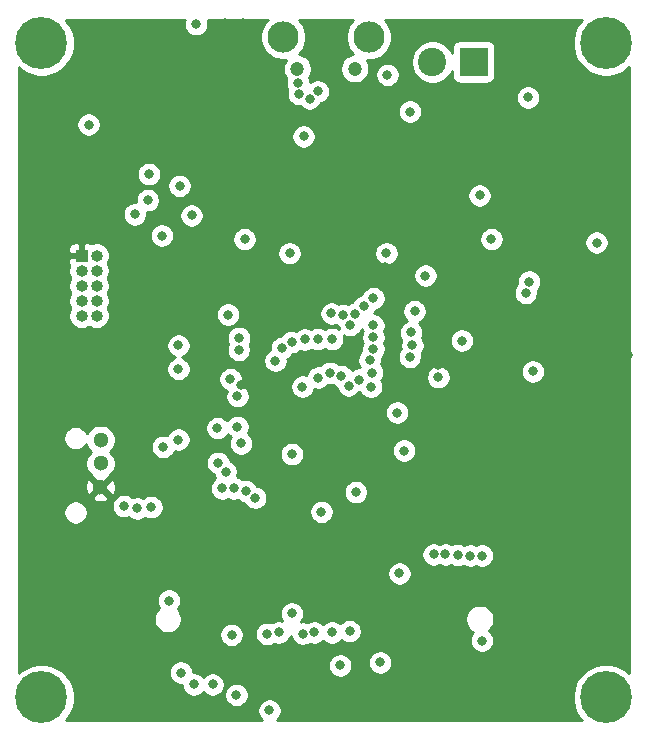
<source format=gbr>
%TF.GenerationSoftware,KiCad,Pcbnew,(5.1.10)-1*%
%TF.CreationDate,2021-09-19T12:36:10+02:00*%
%TF.ProjectId,stm32f446re_carrier_board,73746d33-3266-4343-9436-72655f636172,rev?*%
%TF.SameCoordinates,Original*%
%TF.FileFunction,Copper,L3,Inr*%
%TF.FilePolarity,Positive*%
%FSLAX46Y46*%
G04 Gerber Fmt 4.6, Leading zero omitted, Abs format (unit mm)*
G04 Created by KiCad (PCBNEW (5.1.10)-1) date 2021-09-19 12:36:10*
%MOMM*%
%LPD*%
G01*
G04 APERTURE LIST*
%TA.AperFunction,ComponentPad*%
%ADD10C,1.300000*%
%TD*%
%TA.AperFunction,ComponentPad*%
%ADD11O,1.000000X1.000000*%
%TD*%
%TA.AperFunction,ComponentPad*%
%ADD12R,1.000000X1.000000*%
%TD*%
%TA.AperFunction,ComponentPad*%
%ADD13C,2.400000*%
%TD*%
%TA.AperFunction,ComponentPad*%
%ADD14R,2.400000X2.400000*%
%TD*%
%TA.AperFunction,ComponentPad*%
%ADD15C,0.700000*%
%TD*%
%TA.AperFunction,ComponentPad*%
%ADD16C,4.400000*%
%TD*%
%TA.AperFunction,ComponentPad*%
%ADD17C,2.640000*%
%TD*%
%TA.AperFunction,ComponentPad*%
%ADD18C,1.200000*%
%TD*%
%TA.AperFunction,ViaPad*%
%ADD19C,0.800000*%
%TD*%
%TA.AperFunction,Conductor*%
%ADD20C,0.254000*%
%TD*%
%TA.AperFunction,Conductor*%
%ADD21C,0.100000*%
%TD*%
G04 APERTURE END LIST*
D10*
%TO.N,GND*%
%TO.C,SW1*%
X119210000Y-100400000D03*
%TO.N,Net-(R1-Pad1)*%
X119210000Y-98400000D03*
%TO.N,+3V3*%
X119200000Y-102400000D03*
%TD*%
D11*
%TO.N,Net-(J4-Pad10)*%
%TO.C,J4*%
X118870000Y-87880000D03*
%TO.N,GND*%
X117600000Y-87880000D03*
%TO.N,Net-(J4-Pad8)*%
X118870000Y-86610000D03*
%TO.N,Net-(J4-Pad7)*%
X117600000Y-86610000D03*
%TO.N,Net-(J4-Pad6)*%
X118870000Y-85340000D03*
%TO.N,GND*%
X117600000Y-85340000D03*
%TO.N,Net-(J4-Pad4)*%
X118870000Y-84070000D03*
%TO.N,GND*%
X117600000Y-84070000D03*
%TO.N,Net-(J4-Pad2)*%
X118870000Y-82800000D03*
D12*
%TO.N,+3V3*%
X117600000Y-82800000D03*
%TD*%
D13*
%TO.N,GND*%
%TO.C,J1*%
X147300000Y-66400000D03*
D14*
%TO.N,VCC*%
X150800000Y-66400000D03*
%TD*%
D15*
%TO.N,GND*%
%TO.C,H4*%
X115366726Y-119033274D03*
X114200000Y-118550000D03*
X113033274Y-119033274D03*
X112550000Y-120200000D03*
X113033274Y-121366726D03*
X114200000Y-121850000D03*
X115366726Y-121366726D03*
X115850000Y-120200000D03*
D16*
X114200000Y-120200000D03*
%TD*%
D15*
%TO.N,GND*%
%TO.C,H3*%
X163166726Y-119033274D03*
X162000000Y-118550000D03*
X160833274Y-119033274D03*
X160350000Y-120200000D03*
X160833274Y-121366726D03*
X162000000Y-121850000D03*
X163166726Y-121366726D03*
X163650000Y-120200000D03*
D16*
X162000000Y-120200000D03*
%TD*%
D15*
%TO.N,GND*%
%TO.C,H2*%
X115366726Y-63633274D03*
X114200000Y-63150000D03*
X113033274Y-63633274D03*
X112550000Y-64800000D03*
X113033274Y-65966726D03*
X114200000Y-66450000D03*
X115366726Y-65966726D03*
X115850000Y-64800000D03*
D16*
X114200000Y-64800000D03*
%TD*%
D15*
%TO.N,GND*%
%TO.C,H1*%
X163166726Y-63633274D03*
X162000000Y-63150000D03*
X160833274Y-63633274D03*
X160350000Y-64800000D03*
X160833274Y-65966726D03*
X162000000Y-66450000D03*
X163166726Y-65966726D03*
X163650000Y-64800000D03*
D16*
X162000000Y-64800000D03*
%TD*%
D17*
%TO.N,Net-(J3-Pad6)*%
%TO.C,J3*%
X134675000Y-64300000D03*
%TO.N,Net-(J3-Pad7)*%
X141925000Y-64300000D03*
D18*
%TO.N,Net-(J3-Pad8)*%
X135875000Y-66980000D03*
%TO.N,Net-(J3-Pad9)*%
X140725000Y-66980000D03*
%TD*%
D19*
%TO.N,GND*%
X129100000Y-97400000D03*
X131100000Y-98700000D03*
X125800000Y-90400000D03*
X125800000Y-92400000D03*
X143400000Y-82600000D03*
X151300000Y-77700000D03*
X155400000Y-69400000D03*
X155204113Y-85955224D03*
X161200000Y-81700000D03*
X155800000Y-92600000D03*
X149800000Y-90000000D03*
X147800000Y-93100000D03*
X118200000Y-71700000D03*
X127300000Y-63200000D03*
X130800000Y-97300000D03*
X135901779Y-68179704D03*
X137597553Y-68900701D03*
X136000000Y-69100000D03*
X136900000Y-69500000D03*
X136400000Y-72700000D03*
X135205000Y-82600000D03*
X131400000Y-81400000D03*
X137900000Y-104500000D03*
X135400000Y-99600000D03*
X146700000Y-84500000D03*
X140811611Y-102817144D03*
X125800000Y-98375000D03*
X130200000Y-93248500D03*
X144900000Y-99300000D03*
X145400000Y-70600000D03*
X144500000Y-109700000D03*
X142876914Y-117235657D03*
X139500000Y-117500000D03*
X135400000Y-113100000D03*
X130300000Y-114900000D03*
X125000000Y-112000000D03*
X151500000Y-115400000D03*
%TO.N,+3V3*%
X163900000Y-91200000D03*
X155200000Y-88300000D03*
X156900000Y-88500000D03*
X158900000Y-88600000D03*
X160600000Y-88400000D03*
X162200000Y-88300000D03*
X147800000Y-92100000D03*
X118300000Y-81000000D03*
X114800000Y-73500000D03*
X116300000Y-73400000D03*
X129700000Y-63100000D03*
X131300000Y-63100000D03*
X134100000Y-80300000D03*
X135000000Y-81400000D03*
X143300000Y-83800000D03*
X125900000Y-95700000D03*
X131072149Y-93737743D03*
X133400000Y-96400000D03*
X145100000Y-101400000D03*
X146100000Y-109700000D03*
X144800000Y-117400000D03*
X143699617Y-115032008D03*
X142200000Y-114800000D03*
%TO.N,+5V*%
X143500000Y-67500000D03*
%TO.N,/power/IN*%
X152300000Y-81400000D03*
X155500000Y-85000000D03*
%TO.N,PA15*%
X140300000Y-114600000D03*
X138800000Y-89867302D03*
X132300000Y-103300000D03*
%TO.N,PC10*%
X138800000Y-114700000D03*
X137588375Y-89867302D03*
X131486265Y-102718761D03*
%TO.N,PC11*%
X137300000Y-114700000D03*
X136500000Y-89900000D03*
X130500000Y-102500000D03*
%TO.N,PD2*%
X136306114Y-114810431D03*
%TO.N,PC12*%
X130000000Y-87800000D03*
X133500000Y-121300000D03*
X121200000Y-104000000D03*
%TO.N,PB7*%
X134300000Y-114700000D03*
%TO.N,PD2*%
X135400000Y-90100000D03*
X129500000Y-102500000D03*
%TO.N,PB5*%
X133307720Y-114824035D03*
%TO.N,PB4*%
X130926771Y-89773229D03*
X130700000Y-120000000D03*
X122300000Y-104200000D03*
%TO.N,PB5*%
X129149208Y-100340742D03*
X134552000Y-90630000D03*
%TO.N,PB6*%
X130904785Y-90773500D03*
X128700000Y-119100000D03*
X123500000Y-104100000D03*
%TO.N,PB7*%
X134000000Y-91700000D03*
X129800000Y-101100000D03*
%TO.N,I2C1_SCL*%
X127100000Y-119100000D03*
%TO.N,I2C1_SDA*%
X126000000Y-118100000D03*
%TO.N,PC13*%
X136300000Y-93900000D03*
%TO.N,PC0*%
X137640488Y-93124156D03*
%TO.N,PC1*%
X138638473Y-92725279D03*
%TO.N,PC2*%
X139599999Y-92999998D03*
%TO.N,PC3*%
X140200000Y-93800000D03*
%TO.N,PA0*%
X141100000Y-93300000D03*
%TO.N,PA1*%
X142100000Y-93900000D03*
%TO.N,PA3*%
X144312549Y-96087451D03*
%TO.N,PA4*%
X142200000Y-92700000D03*
%TO.N,PA5*%
X141983770Y-91648691D03*
%TO.N,PA6*%
X145383069Y-91376192D03*
%TO.N,PA7*%
X142300000Y-90700006D03*
%TO.N,PC4*%
X145600000Y-90400003D03*
%TO.N,PC5*%
X142300000Y-89700003D03*
%TO.N,PB0*%
X145500000Y-89300000D03*
%TO.N,PB1*%
X142300000Y-88700000D03*
%TO.N,PB10*%
X145800000Y-87500000D03*
%TO.N,PC8*%
X147399997Y-108100000D03*
%TO.N,PC9*%
X148400000Y-108100000D03*
%TO.N,PA8*%
X149430332Y-108130329D03*
%TO.N,PA9*%
X150500000Y-108200000D03*
%TO.N,PA10*%
X151500000Y-108200000D03*
%TO.N,FLASH_!WP*%
X122100000Y-79300000D03*
X140347167Y-88663267D03*
%TO.N,FLASH_!HOLD*%
X138746379Y-87692301D03*
X126907115Y-79392885D03*
%TO.N,SPI2_MOSI*%
X139736227Y-87834440D03*
X124400000Y-81100000D03*
%TO.N,SPI2_MISO*%
X140731777Y-87740186D03*
X123200000Y-78100000D03*
%TO.N,SPI2_SCK*%
X141500000Y-87100000D03*
X125900000Y-76900000D03*
%TO.N,SPI2_!CS*%
X142300000Y-86400000D03*
X123300000Y-75900000D03*
%TO.N,NRST*%
X130800000Y-94700000D03*
X124500000Y-99000000D03*
%TD*%
D20*
%TO.N,+3V3*%
X126304774Y-62898102D02*
X126265000Y-63098061D01*
X126265000Y-63301939D01*
X126304774Y-63501898D01*
X126382795Y-63690256D01*
X126496063Y-63859774D01*
X126640226Y-64003937D01*
X126809744Y-64117205D01*
X126998102Y-64195226D01*
X127198061Y-64235000D01*
X127401939Y-64235000D01*
X127601898Y-64195226D01*
X127790256Y-64117205D01*
X127959774Y-64003937D01*
X128103937Y-63859774D01*
X128217205Y-63690256D01*
X128295226Y-63501898D01*
X128335000Y-63301939D01*
X128335000Y-63098061D01*
X128295226Y-62898102D01*
X128279444Y-62860000D01*
X133350213Y-62860000D01*
X133156453Y-63053760D01*
X132942502Y-63373960D01*
X132795130Y-63729748D01*
X132720000Y-64107449D01*
X132720000Y-64492551D01*
X132795130Y-64870252D01*
X132942502Y-65226040D01*
X133156453Y-65546240D01*
X133428760Y-65818547D01*
X133748960Y-66032498D01*
X134104748Y-66179870D01*
X134482449Y-66255000D01*
X134867551Y-66255000D01*
X134875112Y-66253496D01*
X134780557Y-66395008D01*
X134687460Y-66619764D01*
X134640000Y-66858363D01*
X134640000Y-67101637D01*
X134687460Y-67340236D01*
X134780557Y-67564992D01*
X134915713Y-67767267D01*
X134941612Y-67793166D01*
X134906553Y-67877806D01*
X134866779Y-68077765D01*
X134866779Y-68281643D01*
X134906553Y-68481602D01*
X134984574Y-68669960D01*
X135029810Y-68737660D01*
X135004774Y-68798102D01*
X134965000Y-68998061D01*
X134965000Y-69201939D01*
X135004774Y-69401898D01*
X135082795Y-69590256D01*
X135196063Y-69759774D01*
X135340226Y-69903937D01*
X135509744Y-70017205D01*
X135698102Y-70095226D01*
X135898061Y-70135000D01*
X136079510Y-70135000D01*
X136096063Y-70159774D01*
X136240226Y-70303937D01*
X136409744Y-70417205D01*
X136598102Y-70495226D01*
X136798061Y-70535000D01*
X137001939Y-70535000D01*
X137187645Y-70498061D01*
X144365000Y-70498061D01*
X144365000Y-70701939D01*
X144404774Y-70901898D01*
X144482795Y-71090256D01*
X144596063Y-71259774D01*
X144740226Y-71403937D01*
X144909744Y-71517205D01*
X145098102Y-71595226D01*
X145298061Y-71635000D01*
X145501939Y-71635000D01*
X145701898Y-71595226D01*
X145890256Y-71517205D01*
X146059774Y-71403937D01*
X146203937Y-71259774D01*
X146317205Y-71090256D01*
X146395226Y-70901898D01*
X146435000Y-70701939D01*
X146435000Y-70498061D01*
X146395226Y-70298102D01*
X146317205Y-70109744D01*
X146203937Y-69940226D01*
X146059774Y-69796063D01*
X145890256Y-69682795D01*
X145701898Y-69604774D01*
X145501939Y-69565000D01*
X145298061Y-69565000D01*
X145098102Y-69604774D01*
X144909744Y-69682795D01*
X144740226Y-69796063D01*
X144596063Y-69940226D01*
X144482795Y-70109744D01*
X144404774Y-70298102D01*
X144365000Y-70498061D01*
X137187645Y-70498061D01*
X137201898Y-70495226D01*
X137390256Y-70417205D01*
X137559774Y-70303937D01*
X137703937Y-70159774D01*
X137817205Y-69990256D01*
X137852401Y-69905286D01*
X137899451Y-69895927D01*
X138087809Y-69817906D01*
X138257327Y-69704638D01*
X138401490Y-69560475D01*
X138514758Y-69390957D01*
X138553237Y-69298061D01*
X154365000Y-69298061D01*
X154365000Y-69501939D01*
X154404774Y-69701898D01*
X154482795Y-69890256D01*
X154596063Y-70059774D01*
X154740226Y-70203937D01*
X154909744Y-70317205D01*
X155098102Y-70395226D01*
X155298061Y-70435000D01*
X155501939Y-70435000D01*
X155701898Y-70395226D01*
X155890256Y-70317205D01*
X156059774Y-70203937D01*
X156203937Y-70059774D01*
X156317205Y-69890256D01*
X156395226Y-69701898D01*
X156435000Y-69501939D01*
X156435000Y-69298061D01*
X156395226Y-69098102D01*
X156317205Y-68909744D01*
X156203937Y-68740226D01*
X156059774Y-68596063D01*
X155890256Y-68482795D01*
X155701898Y-68404774D01*
X155501939Y-68365000D01*
X155298061Y-68365000D01*
X155098102Y-68404774D01*
X154909744Y-68482795D01*
X154740226Y-68596063D01*
X154596063Y-68740226D01*
X154482795Y-68909744D01*
X154404774Y-69098102D01*
X154365000Y-69298061D01*
X138553237Y-69298061D01*
X138592779Y-69202599D01*
X138632553Y-69002640D01*
X138632553Y-68798762D01*
X138592779Y-68598803D01*
X138514758Y-68410445D01*
X138401490Y-68240927D01*
X138257327Y-68096764D01*
X138087809Y-67983496D01*
X137899451Y-67905475D01*
X137699492Y-67865701D01*
X137495614Y-67865701D01*
X137295655Y-67905475D01*
X137107297Y-67983496D01*
X136937779Y-68096764D01*
X136936779Y-68097764D01*
X136936779Y-68077765D01*
X136897005Y-67877806D01*
X136844739Y-67751625D01*
X136969443Y-67564992D01*
X137062540Y-67340236D01*
X137110000Y-67101637D01*
X137110000Y-66858363D01*
X137062540Y-66619764D01*
X136969443Y-66395008D01*
X136834287Y-66192733D01*
X136662267Y-66020713D01*
X136459992Y-65885557D01*
X136235236Y-65792460D01*
X135996637Y-65745000D01*
X135994787Y-65745000D01*
X136193547Y-65546240D01*
X136407498Y-65226040D01*
X136554870Y-64870252D01*
X136630000Y-64492551D01*
X136630000Y-64107449D01*
X136554870Y-63729748D01*
X136407498Y-63373960D01*
X136193547Y-63053760D01*
X135999787Y-62860000D01*
X140600213Y-62860000D01*
X140406453Y-63053760D01*
X140192502Y-63373960D01*
X140045130Y-63729748D01*
X139970000Y-64107449D01*
X139970000Y-64492551D01*
X140045130Y-64870252D01*
X140192502Y-65226040D01*
X140406453Y-65546240D01*
X140605213Y-65745000D01*
X140603363Y-65745000D01*
X140364764Y-65792460D01*
X140140008Y-65885557D01*
X139937733Y-66020713D01*
X139765713Y-66192733D01*
X139630557Y-66395008D01*
X139537460Y-66619764D01*
X139490000Y-66858363D01*
X139490000Y-67101637D01*
X139537460Y-67340236D01*
X139630557Y-67564992D01*
X139765713Y-67767267D01*
X139937733Y-67939287D01*
X140140008Y-68074443D01*
X140364764Y-68167540D01*
X140603363Y-68215000D01*
X140846637Y-68215000D01*
X141085236Y-68167540D01*
X141309992Y-68074443D01*
X141512267Y-67939287D01*
X141684287Y-67767267D01*
X141819443Y-67564992D01*
X141888588Y-67398061D01*
X142465000Y-67398061D01*
X142465000Y-67601939D01*
X142504774Y-67801898D01*
X142582795Y-67990256D01*
X142696063Y-68159774D01*
X142840226Y-68303937D01*
X143009744Y-68417205D01*
X143198102Y-68495226D01*
X143398061Y-68535000D01*
X143601939Y-68535000D01*
X143801898Y-68495226D01*
X143990256Y-68417205D01*
X144159774Y-68303937D01*
X144303937Y-68159774D01*
X144417205Y-67990256D01*
X144495226Y-67801898D01*
X144535000Y-67601939D01*
X144535000Y-67398061D01*
X144495226Y-67198102D01*
X144417205Y-67009744D01*
X144303937Y-66840226D01*
X144159774Y-66696063D01*
X143990256Y-66582795D01*
X143801898Y-66504774D01*
X143601939Y-66465000D01*
X143398061Y-66465000D01*
X143198102Y-66504774D01*
X143009744Y-66582795D01*
X142840226Y-66696063D01*
X142696063Y-66840226D01*
X142582795Y-67009744D01*
X142504774Y-67198102D01*
X142465000Y-67398061D01*
X141888588Y-67398061D01*
X141912540Y-67340236D01*
X141960000Y-67101637D01*
X141960000Y-66858363D01*
X141912540Y-66619764D01*
X141819443Y-66395008D01*
X141724888Y-66253496D01*
X141732449Y-66255000D01*
X142117551Y-66255000D01*
X142297186Y-66219268D01*
X145465000Y-66219268D01*
X145465000Y-66580732D01*
X145535518Y-66935250D01*
X145673844Y-67269199D01*
X145874662Y-67569744D01*
X146130256Y-67825338D01*
X146430801Y-68026156D01*
X146764750Y-68164482D01*
X147119268Y-68235000D01*
X147480732Y-68235000D01*
X147835250Y-68164482D01*
X148169199Y-68026156D01*
X148469744Y-67825338D01*
X148725338Y-67569744D01*
X148926156Y-67269199D01*
X148961928Y-67182838D01*
X148961928Y-67600000D01*
X148974188Y-67724482D01*
X149010498Y-67844180D01*
X149069463Y-67954494D01*
X149148815Y-68051185D01*
X149245506Y-68130537D01*
X149355820Y-68189502D01*
X149475518Y-68225812D01*
X149600000Y-68238072D01*
X152000000Y-68238072D01*
X152124482Y-68225812D01*
X152244180Y-68189502D01*
X152354494Y-68130537D01*
X152451185Y-68051185D01*
X152530537Y-67954494D01*
X152589502Y-67844180D01*
X152625812Y-67724482D01*
X152638072Y-67600000D01*
X152638072Y-65200000D01*
X152625812Y-65075518D01*
X152589502Y-64955820D01*
X152530537Y-64845506D01*
X152451185Y-64748815D01*
X152354494Y-64669463D01*
X152244180Y-64610498D01*
X152124482Y-64574188D01*
X152000000Y-64561928D01*
X149600000Y-64561928D01*
X149475518Y-64574188D01*
X149355820Y-64610498D01*
X149245506Y-64669463D01*
X149148815Y-64748815D01*
X149069463Y-64845506D01*
X149010498Y-64955820D01*
X148974188Y-65075518D01*
X148961928Y-65200000D01*
X148961928Y-65617162D01*
X148926156Y-65530801D01*
X148725338Y-65230256D01*
X148469744Y-64974662D01*
X148169199Y-64773844D01*
X147835250Y-64635518D01*
X147480732Y-64565000D01*
X147119268Y-64565000D01*
X146764750Y-64635518D01*
X146430801Y-64773844D01*
X146130256Y-64974662D01*
X145874662Y-65230256D01*
X145673844Y-65530801D01*
X145535518Y-65864750D01*
X145465000Y-66219268D01*
X142297186Y-66219268D01*
X142495252Y-66179870D01*
X142851040Y-66032498D01*
X143171240Y-65818547D01*
X143443547Y-65546240D01*
X143657498Y-65226040D01*
X143804870Y-64870252D01*
X143880000Y-64492551D01*
X143880000Y-64107449D01*
X143804870Y-63729748D01*
X143657498Y-63373960D01*
X143443547Y-63053760D01*
X143249787Y-62860000D01*
X159930705Y-62860000D01*
X159797912Y-62992793D01*
X159487656Y-63457124D01*
X159273948Y-63973061D01*
X159165000Y-64520777D01*
X159165000Y-65079223D01*
X159273948Y-65626939D01*
X159487656Y-66142876D01*
X159797912Y-66607207D01*
X160192793Y-67002088D01*
X160657124Y-67312344D01*
X161173061Y-67526052D01*
X161720777Y-67635000D01*
X162279223Y-67635000D01*
X162826939Y-67526052D01*
X163342876Y-67312344D01*
X163807207Y-67002088D01*
X163940001Y-66869294D01*
X163940000Y-118130705D01*
X163807207Y-117997912D01*
X163342876Y-117687656D01*
X162826939Y-117473948D01*
X162279223Y-117365000D01*
X161720777Y-117365000D01*
X161173061Y-117473948D01*
X160657124Y-117687656D01*
X160192793Y-117997912D01*
X159797912Y-118392793D01*
X159487656Y-118857124D01*
X159273948Y-119373061D01*
X159165000Y-119920777D01*
X159165000Y-120479223D01*
X159273948Y-121026939D01*
X159487656Y-121542876D01*
X159797912Y-122007207D01*
X159930705Y-122140000D01*
X134105802Y-122140000D01*
X134159774Y-122103937D01*
X134303937Y-121959774D01*
X134417205Y-121790256D01*
X134495226Y-121601898D01*
X134535000Y-121401939D01*
X134535000Y-121198061D01*
X134495226Y-120998102D01*
X134417205Y-120809744D01*
X134303937Y-120640226D01*
X134159774Y-120496063D01*
X133990256Y-120382795D01*
X133801898Y-120304774D01*
X133601939Y-120265000D01*
X133398061Y-120265000D01*
X133198102Y-120304774D01*
X133009744Y-120382795D01*
X132840226Y-120496063D01*
X132696063Y-120640226D01*
X132582795Y-120809744D01*
X132504774Y-120998102D01*
X132465000Y-121198061D01*
X132465000Y-121401939D01*
X132504774Y-121601898D01*
X132582795Y-121790256D01*
X132696063Y-121959774D01*
X132840226Y-122103937D01*
X132894198Y-122140000D01*
X116269295Y-122140000D01*
X116402088Y-122007207D01*
X116712344Y-121542876D01*
X116926052Y-121026939D01*
X117035000Y-120479223D01*
X117035000Y-119920777D01*
X116926052Y-119373061D01*
X116712344Y-118857124D01*
X116402088Y-118392793D01*
X116007356Y-117998061D01*
X124965000Y-117998061D01*
X124965000Y-118201939D01*
X125004774Y-118401898D01*
X125082795Y-118590256D01*
X125196063Y-118759774D01*
X125340226Y-118903937D01*
X125509744Y-119017205D01*
X125698102Y-119095226D01*
X125898061Y-119135000D01*
X126065000Y-119135000D01*
X126065000Y-119201939D01*
X126104774Y-119401898D01*
X126182795Y-119590256D01*
X126296063Y-119759774D01*
X126440226Y-119903937D01*
X126609744Y-120017205D01*
X126798102Y-120095226D01*
X126998061Y-120135000D01*
X127201939Y-120135000D01*
X127401898Y-120095226D01*
X127590256Y-120017205D01*
X127759774Y-119903937D01*
X127900000Y-119763711D01*
X128040226Y-119903937D01*
X128209744Y-120017205D01*
X128398102Y-120095226D01*
X128598061Y-120135000D01*
X128801939Y-120135000D01*
X129001898Y-120095226D01*
X129190256Y-120017205D01*
X129359774Y-119903937D01*
X129365650Y-119898061D01*
X129665000Y-119898061D01*
X129665000Y-120101939D01*
X129704774Y-120301898D01*
X129782795Y-120490256D01*
X129896063Y-120659774D01*
X130040226Y-120803937D01*
X130209744Y-120917205D01*
X130398102Y-120995226D01*
X130598061Y-121035000D01*
X130801939Y-121035000D01*
X131001898Y-120995226D01*
X131190256Y-120917205D01*
X131359774Y-120803937D01*
X131503937Y-120659774D01*
X131617205Y-120490256D01*
X131695226Y-120301898D01*
X131735000Y-120101939D01*
X131735000Y-119898061D01*
X131695226Y-119698102D01*
X131617205Y-119509744D01*
X131503937Y-119340226D01*
X131359774Y-119196063D01*
X131190256Y-119082795D01*
X131001898Y-119004774D01*
X130801939Y-118965000D01*
X130598061Y-118965000D01*
X130398102Y-119004774D01*
X130209744Y-119082795D01*
X130040226Y-119196063D01*
X129896063Y-119340226D01*
X129782795Y-119509744D01*
X129704774Y-119698102D01*
X129665000Y-119898061D01*
X129365650Y-119898061D01*
X129503937Y-119759774D01*
X129617205Y-119590256D01*
X129695226Y-119401898D01*
X129735000Y-119201939D01*
X129735000Y-118998061D01*
X129695226Y-118798102D01*
X129617205Y-118609744D01*
X129503937Y-118440226D01*
X129359774Y-118296063D01*
X129190256Y-118182795D01*
X129001898Y-118104774D01*
X128801939Y-118065000D01*
X128598061Y-118065000D01*
X128398102Y-118104774D01*
X128209744Y-118182795D01*
X128040226Y-118296063D01*
X127900000Y-118436289D01*
X127759774Y-118296063D01*
X127590256Y-118182795D01*
X127401898Y-118104774D01*
X127201939Y-118065000D01*
X127035000Y-118065000D01*
X127035000Y-117998061D01*
X126995226Y-117798102D01*
X126917205Y-117609744D01*
X126803937Y-117440226D01*
X126761772Y-117398061D01*
X138465000Y-117398061D01*
X138465000Y-117601939D01*
X138504774Y-117801898D01*
X138582795Y-117990256D01*
X138696063Y-118159774D01*
X138840226Y-118303937D01*
X139009744Y-118417205D01*
X139198102Y-118495226D01*
X139398061Y-118535000D01*
X139601939Y-118535000D01*
X139801898Y-118495226D01*
X139990256Y-118417205D01*
X140159774Y-118303937D01*
X140303937Y-118159774D01*
X140417205Y-117990256D01*
X140495226Y-117801898D01*
X140535000Y-117601939D01*
X140535000Y-117398061D01*
X140495226Y-117198102D01*
X140468558Y-117133718D01*
X141841914Y-117133718D01*
X141841914Y-117337596D01*
X141881688Y-117537555D01*
X141959709Y-117725913D01*
X142072977Y-117895431D01*
X142217140Y-118039594D01*
X142386658Y-118152862D01*
X142575016Y-118230883D01*
X142774975Y-118270657D01*
X142978853Y-118270657D01*
X143178812Y-118230883D01*
X143367170Y-118152862D01*
X143536688Y-118039594D01*
X143680851Y-117895431D01*
X143794119Y-117725913D01*
X143872140Y-117537555D01*
X143911914Y-117337596D01*
X143911914Y-117133718D01*
X143872140Y-116933759D01*
X143794119Y-116745401D01*
X143680851Y-116575883D01*
X143536688Y-116431720D01*
X143367170Y-116318452D01*
X143178812Y-116240431D01*
X142978853Y-116200657D01*
X142774975Y-116200657D01*
X142575016Y-116240431D01*
X142386658Y-116318452D01*
X142217140Y-116431720D01*
X142072977Y-116575883D01*
X141959709Y-116745401D01*
X141881688Y-116933759D01*
X141841914Y-117133718D01*
X140468558Y-117133718D01*
X140417205Y-117009744D01*
X140303937Y-116840226D01*
X140159774Y-116696063D01*
X139990256Y-116582795D01*
X139801898Y-116504774D01*
X139601939Y-116465000D01*
X139398061Y-116465000D01*
X139198102Y-116504774D01*
X139009744Y-116582795D01*
X138840226Y-116696063D01*
X138696063Y-116840226D01*
X138582795Y-117009744D01*
X138504774Y-117198102D01*
X138465000Y-117398061D01*
X126761772Y-117398061D01*
X126659774Y-117296063D01*
X126490256Y-117182795D01*
X126301898Y-117104774D01*
X126101939Y-117065000D01*
X125898061Y-117065000D01*
X125698102Y-117104774D01*
X125509744Y-117182795D01*
X125340226Y-117296063D01*
X125196063Y-117440226D01*
X125082795Y-117609744D01*
X125004774Y-117798102D01*
X124965000Y-117998061D01*
X116007356Y-117998061D01*
X116007207Y-117997912D01*
X115542876Y-117687656D01*
X115026939Y-117473948D01*
X114479223Y-117365000D01*
X113920777Y-117365000D01*
X113373061Y-117473948D01*
X112857124Y-117687656D01*
X112392793Y-117997912D01*
X112260000Y-118130705D01*
X112260000Y-114798061D01*
X129265000Y-114798061D01*
X129265000Y-115001939D01*
X129304774Y-115201898D01*
X129382795Y-115390256D01*
X129496063Y-115559774D01*
X129640226Y-115703937D01*
X129809744Y-115817205D01*
X129998102Y-115895226D01*
X130198061Y-115935000D01*
X130401939Y-115935000D01*
X130601898Y-115895226D01*
X130790256Y-115817205D01*
X130959774Y-115703937D01*
X131103937Y-115559774D01*
X131217205Y-115390256D01*
X131295226Y-115201898D01*
X131335000Y-115001939D01*
X131335000Y-114798061D01*
X131319890Y-114722096D01*
X132272720Y-114722096D01*
X132272720Y-114925974D01*
X132312494Y-115125933D01*
X132390515Y-115314291D01*
X132503783Y-115483809D01*
X132647946Y-115627972D01*
X132817464Y-115741240D01*
X133005822Y-115819261D01*
X133205781Y-115859035D01*
X133409659Y-115859035D01*
X133609618Y-115819261D01*
X133797976Y-115741240D01*
X133917073Y-115661662D01*
X133998102Y-115695226D01*
X134198061Y-115735000D01*
X134401939Y-115735000D01*
X134601898Y-115695226D01*
X134790256Y-115617205D01*
X134959774Y-115503937D01*
X135103937Y-115359774D01*
X135217205Y-115190256D01*
X135290967Y-115012180D01*
X135310888Y-115112329D01*
X135388909Y-115300687D01*
X135502177Y-115470205D01*
X135646340Y-115614368D01*
X135815858Y-115727636D01*
X136004216Y-115805657D01*
X136204175Y-115845431D01*
X136408053Y-115845431D01*
X136608012Y-115805657D01*
X136796370Y-115727636D01*
X136903513Y-115656046D01*
X136998102Y-115695226D01*
X137198061Y-115735000D01*
X137401939Y-115735000D01*
X137601898Y-115695226D01*
X137790256Y-115617205D01*
X137959774Y-115503937D01*
X138050000Y-115413711D01*
X138140226Y-115503937D01*
X138309744Y-115617205D01*
X138498102Y-115695226D01*
X138698061Y-115735000D01*
X138901939Y-115735000D01*
X139101898Y-115695226D01*
X139290256Y-115617205D01*
X139459774Y-115503937D01*
X139600000Y-115363711D01*
X139640226Y-115403937D01*
X139809744Y-115517205D01*
X139998102Y-115595226D01*
X140198061Y-115635000D01*
X140401939Y-115635000D01*
X140601898Y-115595226D01*
X140790256Y-115517205D01*
X140959774Y-115403937D01*
X141103937Y-115259774D01*
X141217205Y-115090256D01*
X141295226Y-114901898D01*
X141335000Y-114701939D01*
X141335000Y-114498061D01*
X141295226Y-114298102D01*
X141217205Y-114109744D01*
X141103937Y-113940226D01*
X140959774Y-113796063D01*
X140790256Y-113682795D01*
X140601898Y-113604774D01*
X140401939Y-113565000D01*
X140198061Y-113565000D01*
X139998102Y-113604774D01*
X139809744Y-113682795D01*
X139640226Y-113796063D01*
X139500000Y-113936289D01*
X139459774Y-113896063D01*
X139290256Y-113782795D01*
X139101898Y-113704774D01*
X138901939Y-113665000D01*
X138698061Y-113665000D01*
X138498102Y-113704774D01*
X138309744Y-113782795D01*
X138140226Y-113896063D01*
X138050000Y-113986289D01*
X137959774Y-113896063D01*
X137790256Y-113782795D01*
X137601898Y-113704774D01*
X137401939Y-113665000D01*
X137198061Y-113665000D01*
X136998102Y-113704774D01*
X136809744Y-113782795D01*
X136702601Y-113854385D01*
X136608012Y-113815205D01*
X136408053Y-113775431D01*
X136204175Y-113775431D01*
X136184333Y-113779378D01*
X136203937Y-113759774D01*
X136317205Y-113590256D01*
X136371008Y-113460363D01*
X150068000Y-113460363D01*
X150068000Y-113703637D01*
X150115460Y-113942236D01*
X150208557Y-114166992D01*
X150343713Y-114369267D01*
X150515733Y-114541287D01*
X150718008Y-114676443D01*
X150747592Y-114688697D01*
X150696063Y-114740226D01*
X150582795Y-114909744D01*
X150504774Y-115098102D01*
X150465000Y-115298061D01*
X150465000Y-115501939D01*
X150504774Y-115701898D01*
X150582795Y-115890256D01*
X150696063Y-116059774D01*
X150840226Y-116203937D01*
X151009744Y-116317205D01*
X151198102Y-116395226D01*
X151398061Y-116435000D01*
X151601939Y-116435000D01*
X151801898Y-116395226D01*
X151990256Y-116317205D01*
X152159774Y-116203937D01*
X152303937Y-116059774D01*
X152417205Y-115890256D01*
X152495226Y-115701898D01*
X152535000Y-115501939D01*
X152535000Y-115298061D01*
X152495226Y-115098102D01*
X152417205Y-114909744D01*
X152303937Y-114740226D01*
X152159774Y-114596063D01*
X152084031Y-114545454D01*
X152090267Y-114541287D01*
X152262287Y-114369267D01*
X152397443Y-114166992D01*
X152490540Y-113942236D01*
X152538000Y-113703637D01*
X152538000Y-113460363D01*
X152490540Y-113221764D01*
X152397443Y-112997008D01*
X152262287Y-112794733D01*
X152090267Y-112622713D01*
X151887992Y-112487557D01*
X151663236Y-112394460D01*
X151424637Y-112347000D01*
X151181363Y-112347000D01*
X150942764Y-112394460D01*
X150718008Y-112487557D01*
X150515733Y-112622713D01*
X150343713Y-112794733D01*
X150208557Y-112997008D01*
X150115460Y-113221764D01*
X150068000Y-113460363D01*
X136371008Y-113460363D01*
X136395226Y-113401898D01*
X136435000Y-113201939D01*
X136435000Y-112998061D01*
X136395226Y-112798102D01*
X136317205Y-112609744D01*
X136203937Y-112440226D01*
X136059774Y-112296063D01*
X135890256Y-112182795D01*
X135701898Y-112104774D01*
X135501939Y-112065000D01*
X135298061Y-112065000D01*
X135098102Y-112104774D01*
X134909744Y-112182795D01*
X134740226Y-112296063D01*
X134596063Y-112440226D01*
X134482795Y-112609744D01*
X134404774Y-112798102D01*
X134365000Y-112998061D01*
X134365000Y-113201939D01*
X134404774Y-113401898D01*
X134482795Y-113590256D01*
X134552786Y-113695005D01*
X134401939Y-113665000D01*
X134198061Y-113665000D01*
X133998102Y-113704774D01*
X133809744Y-113782795D01*
X133690647Y-113862373D01*
X133609618Y-113828809D01*
X133409659Y-113789035D01*
X133205781Y-113789035D01*
X133005822Y-113828809D01*
X132817464Y-113906830D01*
X132647946Y-114020098D01*
X132503783Y-114164261D01*
X132390515Y-114333779D01*
X132312494Y-114522137D01*
X132272720Y-114722096D01*
X131319890Y-114722096D01*
X131295226Y-114598102D01*
X131217205Y-114409744D01*
X131103937Y-114240226D01*
X130959774Y-114096063D01*
X130790256Y-113982795D01*
X130601898Y-113904774D01*
X130401939Y-113865000D01*
X130198061Y-113865000D01*
X129998102Y-113904774D01*
X129809744Y-113982795D01*
X129640226Y-114096063D01*
X129496063Y-114240226D01*
X129382795Y-114409744D01*
X129304774Y-114598102D01*
X129265000Y-114798061D01*
X112260000Y-114798061D01*
X112260000Y-113465288D01*
X123718000Y-113465288D01*
X123718000Y-113698712D01*
X123763539Y-113927652D01*
X123852866Y-114143308D01*
X123982550Y-114337394D01*
X124147606Y-114502450D01*
X124341692Y-114632134D01*
X124557348Y-114721461D01*
X124786288Y-114767000D01*
X125019712Y-114767000D01*
X125248652Y-114721461D01*
X125464308Y-114632134D01*
X125658394Y-114502450D01*
X125823450Y-114337394D01*
X125953134Y-114143308D01*
X126042461Y-113927652D01*
X126088000Y-113698712D01*
X126088000Y-113465288D01*
X126042461Y-113236348D01*
X125953134Y-113020692D01*
X125823450Y-112826606D01*
X125730278Y-112733434D01*
X125803937Y-112659774D01*
X125917205Y-112490256D01*
X125995226Y-112301898D01*
X126035000Y-112101939D01*
X126035000Y-111898061D01*
X125995226Y-111698102D01*
X125917205Y-111509744D01*
X125803937Y-111340226D01*
X125659774Y-111196063D01*
X125490256Y-111082795D01*
X125301898Y-111004774D01*
X125101939Y-110965000D01*
X124898061Y-110965000D01*
X124698102Y-111004774D01*
X124509744Y-111082795D01*
X124340226Y-111196063D01*
X124196063Y-111340226D01*
X124082795Y-111509744D01*
X124004774Y-111698102D01*
X123965000Y-111898061D01*
X123965000Y-112101939D01*
X124004774Y-112301898D01*
X124082795Y-112490256D01*
X124181927Y-112638618D01*
X124147606Y-112661550D01*
X123982550Y-112826606D01*
X123852866Y-113020692D01*
X123763539Y-113236348D01*
X123718000Y-113465288D01*
X112260000Y-113465288D01*
X112260000Y-109598061D01*
X143465000Y-109598061D01*
X143465000Y-109801939D01*
X143504774Y-110001898D01*
X143582795Y-110190256D01*
X143696063Y-110359774D01*
X143840226Y-110503937D01*
X144009744Y-110617205D01*
X144198102Y-110695226D01*
X144398061Y-110735000D01*
X144601939Y-110735000D01*
X144801898Y-110695226D01*
X144990256Y-110617205D01*
X145159774Y-110503937D01*
X145303937Y-110359774D01*
X145417205Y-110190256D01*
X145495226Y-110001898D01*
X145535000Y-109801939D01*
X145535000Y-109598061D01*
X145495226Y-109398102D01*
X145417205Y-109209744D01*
X145303937Y-109040226D01*
X145159774Y-108896063D01*
X144990256Y-108782795D01*
X144801898Y-108704774D01*
X144601939Y-108665000D01*
X144398061Y-108665000D01*
X144198102Y-108704774D01*
X144009744Y-108782795D01*
X143840226Y-108896063D01*
X143696063Y-109040226D01*
X143582795Y-109209744D01*
X143504774Y-109398102D01*
X143465000Y-109598061D01*
X112260000Y-109598061D01*
X112260000Y-107998061D01*
X146364997Y-107998061D01*
X146364997Y-108201939D01*
X146404771Y-108401898D01*
X146482792Y-108590256D01*
X146596060Y-108759774D01*
X146740223Y-108903937D01*
X146909741Y-109017205D01*
X147098099Y-109095226D01*
X147298058Y-109135000D01*
X147501936Y-109135000D01*
X147701895Y-109095226D01*
X147890253Y-109017205D01*
X147899999Y-109010693D01*
X147909744Y-109017205D01*
X148098102Y-109095226D01*
X148298061Y-109135000D01*
X148501939Y-109135000D01*
X148701898Y-109095226D01*
X148890256Y-109017205D01*
X148892471Y-109015725D01*
X148940076Y-109047534D01*
X149128434Y-109125555D01*
X149328393Y-109165329D01*
X149532271Y-109165329D01*
X149732230Y-109125555D01*
X149911258Y-109051399D01*
X150009744Y-109117205D01*
X150198102Y-109195226D01*
X150398061Y-109235000D01*
X150601939Y-109235000D01*
X150801898Y-109195226D01*
X150990256Y-109117205D01*
X151000000Y-109110694D01*
X151009744Y-109117205D01*
X151198102Y-109195226D01*
X151398061Y-109235000D01*
X151601939Y-109235000D01*
X151801898Y-109195226D01*
X151990256Y-109117205D01*
X152159774Y-109003937D01*
X152303937Y-108859774D01*
X152417205Y-108690256D01*
X152495226Y-108501898D01*
X152535000Y-108301939D01*
X152535000Y-108098061D01*
X152495226Y-107898102D01*
X152417205Y-107709744D01*
X152303937Y-107540226D01*
X152159774Y-107396063D01*
X151990256Y-107282795D01*
X151801898Y-107204774D01*
X151601939Y-107165000D01*
X151398061Y-107165000D01*
X151198102Y-107204774D01*
X151009744Y-107282795D01*
X151000000Y-107289306D01*
X150990256Y-107282795D01*
X150801898Y-107204774D01*
X150601939Y-107165000D01*
X150398061Y-107165000D01*
X150198102Y-107204774D01*
X150019074Y-107278930D01*
X149920588Y-107213124D01*
X149732230Y-107135103D01*
X149532271Y-107095329D01*
X149328393Y-107095329D01*
X149128434Y-107135103D01*
X148940076Y-107213124D01*
X148937861Y-107214604D01*
X148890256Y-107182795D01*
X148701898Y-107104774D01*
X148501939Y-107065000D01*
X148298061Y-107065000D01*
X148098102Y-107104774D01*
X147909744Y-107182795D01*
X147899999Y-107189307D01*
X147890253Y-107182795D01*
X147701895Y-107104774D01*
X147501936Y-107065000D01*
X147298058Y-107065000D01*
X147098099Y-107104774D01*
X146909741Y-107182795D01*
X146740223Y-107296063D01*
X146596060Y-107440226D01*
X146482792Y-107609744D01*
X146404771Y-107798102D01*
X146364997Y-107998061D01*
X112260000Y-107998061D01*
X112260000Y-104448061D01*
X116065000Y-104448061D01*
X116065000Y-104651939D01*
X116104774Y-104851898D01*
X116182795Y-105040256D01*
X116296063Y-105209774D01*
X116440226Y-105353937D01*
X116609744Y-105467205D01*
X116798102Y-105545226D01*
X116998061Y-105585000D01*
X117201939Y-105585000D01*
X117401898Y-105545226D01*
X117590256Y-105467205D01*
X117759774Y-105353937D01*
X117903937Y-105209774D01*
X118017205Y-105040256D01*
X118095226Y-104851898D01*
X118135000Y-104651939D01*
X118135000Y-104448061D01*
X118095226Y-104248102D01*
X118017205Y-104059744D01*
X117909173Y-103898061D01*
X120165000Y-103898061D01*
X120165000Y-104101939D01*
X120204774Y-104301898D01*
X120282795Y-104490256D01*
X120396063Y-104659774D01*
X120540226Y-104803937D01*
X120709744Y-104917205D01*
X120898102Y-104995226D01*
X121098061Y-105035000D01*
X121301939Y-105035000D01*
X121501898Y-104995226D01*
X121593551Y-104957262D01*
X121640226Y-105003937D01*
X121809744Y-105117205D01*
X121998102Y-105195226D01*
X122198061Y-105235000D01*
X122401939Y-105235000D01*
X122601898Y-105195226D01*
X122790256Y-105117205D01*
X122959774Y-105003937D01*
X122971836Y-104991875D01*
X123009744Y-105017205D01*
X123198102Y-105095226D01*
X123398061Y-105135000D01*
X123601939Y-105135000D01*
X123801898Y-105095226D01*
X123990256Y-105017205D01*
X124159774Y-104903937D01*
X124303937Y-104759774D01*
X124417205Y-104590256D01*
X124495226Y-104401898D01*
X124495989Y-104398061D01*
X136865000Y-104398061D01*
X136865000Y-104601939D01*
X136904774Y-104801898D01*
X136982795Y-104990256D01*
X137096063Y-105159774D01*
X137240226Y-105303937D01*
X137409744Y-105417205D01*
X137598102Y-105495226D01*
X137798061Y-105535000D01*
X138001939Y-105535000D01*
X138201898Y-105495226D01*
X138390256Y-105417205D01*
X138559774Y-105303937D01*
X138703937Y-105159774D01*
X138817205Y-104990256D01*
X138895226Y-104801898D01*
X138935000Y-104601939D01*
X138935000Y-104398061D01*
X138895226Y-104198102D01*
X138817205Y-104009744D01*
X138703937Y-103840226D01*
X138559774Y-103696063D01*
X138390256Y-103582795D01*
X138201898Y-103504774D01*
X138001939Y-103465000D01*
X137798061Y-103465000D01*
X137598102Y-103504774D01*
X137409744Y-103582795D01*
X137240226Y-103696063D01*
X137096063Y-103840226D01*
X136982795Y-104009744D01*
X136904774Y-104198102D01*
X136865000Y-104398061D01*
X124495989Y-104398061D01*
X124535000Y-104201939D01*
X124535000Y-103998061D01*
X124495226Y-103798102D01*
X124417205Y-103609744D01*
X124303937Y-103440226D01*
X124159774Y-103296063D01*
X123990256Y-103182795D01*
X123801898Y-103104774D01*
X123601939Y-103065000D01*
X123398061Y-103065000D01*
X123198102Y-103104774D01*
X123009744Y-103182795D01*
X122840226Y-103296063D01*
X122828164Y-103308125D01*
X122790256Y-103282795D01*
X122601898Y-103204774D01*
X122401939Y-103165000D01*
X122198061Y-103165000D01*
X121998102Y-103204774D01*
X121906449Y-103242738D01*
X121859774Y-103196063D01*
X121690256Y-103082795D01*
X121501898Y-103004774D01*
X121301939Y-102965000D01*
X121098061Y-102965000D01*
X120898102Y-103004774D01*
X120709744Y-103082795D01*
X120540226Y-103196063D01*
X120396063Y-103340226D01*
X120282795Y-103509744D01*
X120204774Y-103698102D01*
X120165000Y-103898061D01*
X117909173Y-103898061D01*
X117903937Y-103890226D01*
X117759774Y-103746063D01*
X117590256Y-103632795D01*
X117401898Y-103554774D01*
X117201939Y-103515000D01*
X116998061Y-103515000D01*
X116798102Y-103554774D01*
X116609744Y-103632795D01*
X116440226Y-103746063D01*
X116296063Y-103890226D01*
X116182795Y-104059744D01*
X116104774Y-104248102D01*
X116065000Y-104448061D01*
X112260000Y-104448061D01*
X112260000Y-103285527D01*
X118494078Y-103285527D01*
X118547466Y-103514201D01*
X118777374Y-103620095D01*
X119023524Y-103679102D01*
X119276455Y-103688952D01*
X119526449Y-103649270D01*
X119763896Y-103561578D01*
X119852534Y-103514201D01*
X119905922Y-103285527D01*
X119200000Y-102579605D01*
X118494078Y-103285527D01*
X112260000Y-103285527D01*
X112260000Y-102476455D01*
X117911048Y-102476455D01*
X117950730Y-102726449D01*
X118038422Y-102963896D01*
X118085799Y-103052534D01*
X118314473Y-103105922D01*
X119020395Y-102400000D01*
X119379605Y-102400000D01*
X120085527Y-103105922D01*
X120314201Y-103052534D01*
X120420095Y-102822626D01*
X120479102Y-102576476D01*
X120488952Y-102323545D01*
X120449270Y-102073551D01*
X120361578Y-101836104D01*
X120314201Y-101747466D01*
X120085527Y-101694078D01*
X119379605Y-102400000D01*
X119020395Y-102400000D01*
X118314473Y-101694078D01*
X118085799Y-101747466D01*
X117979905Y-101977374D01*
X117920898Y-102223524D01*
X117911048Y-102476455D01*
X112260000Y-102476455D01*
X112260000Y-98148061D01*
X116055000Y-98148061D01*
X116055000Y-98351939D01*
X116094774Y-98551898D01*
X116172795Y-98740256D01*
X116286063Y-98909774D01*
X116430226Y-99053937D01*
X116599744Y-99167205D01*
X116788102Y-99245226D01*
X116988061Y-99285000D01*
X117191939Y-99285000D01*
X117391898Y-99245226D01*
X117580256Y-99167205D01*
X117749774Y-99053937D01*
X117893937Y-98909774D01*
X117978104Y-98783809D01*
X118071247Y-99008676D01*
X118211875Y-99219140D01*
X118390860Y-99398125D01*
X118393666Y-99400000D01*
X118390860Y-99401875D01*
X118211875Y-99580860D01*
X118071247Y-99791324D01*
X117974381Y-100025179D01*
X117925000Y-100273439D01*
X117925000Y-100526561D01*
X117974381Y-100774821D01*
X118071247Y-101008676D01*
X118211875Y-101219140D01*
X118390860Y-101398125D01*
X118503647Y-101473487D01*
X118494078Y-101514473D01*
X119200000Y-102220395D01*
X119905922Y-101514473D01*
X119899052Y-101485047D01*
X120029140Y-101398125D01*
X120208125Y-101219140D01*
X120348753Y-101008676D01*
X120445619Y-100774821D01*
X120495000Y-100526561D01*
X120495000Y-100273439D01*
X120488111Y-100238803D01*
X128114208Y-100238803D01*
X128114208Y-100442681D01*
X128153982Y-100642640D01*
X128232003Y-100830998D01*
X128345271Y-101000516D01*
X128489434Y-101144679D01*
X128658952Y-101257947D01*
X128786663Y-101310847D01*
X128804774Y-101401898D01*
X128882795Y-101590256D01*
X128918532Y-101643741D01*
X128840226Y-101696063D01*
X128696063Y-101840226D01*
X128582795Y-102009744D01*
X128504774Y-102198102D01*
X128465000Y-102398061D01*
X128465000Y-102601939D01*
X128504774Y-102801898D01*
X128582795Y-102990256D01*
X128696063Y-103159774D01*
X128840226Y-103303937D01*
X129009744Y-103417205D01*
X129198102Y-103495226D01*
X129398061Y-103535000D01*
X129601939Y-103535000D01*
X129801898Y-103495226D01*
X129990256Y-103417205D01*
X130000000Y-103410694D01*
X130009744Y-103417205D01*
X130198102Y-103495226D01*
X130398061Y-103535000D01*
X130601939Y-103535000D01*
X130799497Y-103495704D01*
X130826491Y-103522698D01*
X130996009Y-103635966D01*
X131184367Y-103713987D01*
X131366183Y-103750152D01*
X131382795Y-103790256D01*
X131496063Y-103959774D01*
X131640226Y-104103937D01*
X131809744Y-104217205D01*
X131998102Y-104295226D01*
X132198061Y-104335000D01*
X132401939Y-104335000D01*
X132601898Y-104295226D01*
X132790256Y-104217205D01*
X132959774Y-104103937D01*
X133103937Y-103959774D01*
X133217205Y-103790256D01*
X133295226Y-103601898D01*
X133335000Y-103401939D01*
X133335000Y-103198061D01*
X133295226Y-102998102D01*
X133217205Y-102809744D01*
X133154037Y-102715205D01*
X139776611Y-102715205D01*
X139776611Y-102919083D01*
X139816385Y-103119042D01*
X139894406Y-103307400D01*
X140007674Y-103476918D01*
X140151837Y-103621081D01*
X140321355Y-103734349D01*
X140509713Y-103812370D01*
X140709672Y-103852144D01*
X140913550Y-103852144D01*
X141113509Y-103812370D01*
X141301867Y-103734349D01*
X141471385Y-103621081D01*
X141615548Y-103476918D01*
X141728816Y-103307400D01*
X141806837Y-103119042D01*
X141846611Y-102919083D01*
X141846611Y-102715205D01*
X141806837Y-102515246D01*
X141728816Y-102326888D01*
X141615548Y-102157370D01*
X141471385Y-102013207D01*
X141301867Y-101899939D01*
X141113509Y-101821918D01*
X140913550Y-101782144D01*
X140709672Y-101782144D01*
X140509713Y-101821918D01*
X140321355Y-101899939D01*
X140151837Y-102013207D01*
X140007674Y-102157370D01*
X139894406Y-102326888D01*
X139816385Y-102515246D01*
X139776611Y-102715205D01*
X133154037Y-102715205D01*
X133103937Y-102640226D01*
X132959774Y-102496063D01*
X132790256Y-102382795D01*
X132601898Y-102304774D01*
X132420082Y-102268609D01*
X132403470Y-102228505D01*
X132290202Y-102058987D01*
X132146039Y-101914824D01*
X131976521Y-101801556D01*
X131788163Y-101723535D01*
X131588204Y-101683761D01*
X131384326Y-101683761D01*
X131186768Y-101723057D01*
X131159774Y-101696063D01*
X130990256Y-101582795D01*
X130801898Y-101504774D01*
X130756365Y-101495717D01*
X130795226Y-101401898D01*
X130835000Y-101201939D01*
X130835000Y-100998061D01*
X130795226Y-100798102D01*
X130717205Y-100609744D01*
X130603937Y-100440226D01*
X130459774Y-100296063D01*
X130290256Y-100182795D01*
X130162545Y-100129895D01*
X130144434Y-100038844D01*
X130066413Y-99850486D01*
X129953145Y-99680968D01*
X129808982Y-99536805D01*
X129639464Y-99423537D01*
X129451106Y-99345516D01*
X129251147Y-99305742D01*
X129047269Y-99305742D01*
X128847310Y-99345516D01*
X128658952Y-99423537D01*
X128489434Y-99536805D01*
X128345271Y-99680968D01*
X128232003Y-99850486D01*
X128153982Y-100038844D01*
X128114208Y-100238803D01*
X120488111Y-100238803D01*
X120445619Y-100025179D01*
X120348753Y-99791324D01*
X120208125Y-99580860D01*
X120029140Y-99401875D01*
X120026334Y-99400000D01*
X120029140Y-99398125D01*
X120208125Y-99219140D01*
X120348753Y-99008676D01*
X120394571Y-98898061D01*
X123465000Y-98898061D01*
X123465000Y-99101939D01*
X123504774Y-99301898D01*
X123582795Y-99490256D01*
X123696063Y-99659774D01*
X123840226Y-99803937D01*
X124009744Y-99917205D01*
X124198102Y-99995226D01*
X124398061Y-100035000D01*
X124601939Y-100035000D01*
X124801898Y-99995226D01*
X124990256Y-99917205D01*
X125159774Y-99803937D01*
X125303937Y-99659774D01*
X125417205Y-99490256D01*
X125471489Y-99359203D01*
X125498102Y-99370226D01*
X125698061Y-99410000D01*
X125901939Y-99410000D01*
X126101898Y-99370226D01*
X126290256Y-99292205D01*
X126459774Y-99178937D01*
X126603937Y-99034774D01*
X126717205Y-98865256D01*
X126795226Y-98676898D01*
X126835000Y-98476939D01*
X126835000Y-98273061D01*
X126795226Y-98073102D01*
X126717205Y-97884744D01*
X126603937Y-97715226D01*
X126459774Y-97571063D01*
X126290256Y-97457795D01*
X126101898Y-97379774D01*
X125901939Y-97340000D01*
X125698061Y-97340000D01*
X125498102Y-97379774D01*
X125309744Y-97457795D01*
X125140226Y-97571063D01*
X124996063Y-97715226D01*
X124882795Y-97884744D01*
X124828511Y-98015797D01*
X124801898Y-98004774D01*
X124601939Y-97965000D01*
X124398061Y-97965000D01*
X124198102Y-98004774D01*
X124009744Y-98082795D01*
X123840226Y-98196063D01*
X123696063Y-98340226D01*
X123582795Y-98509744D01*
X123504774Y-98698102D01*
X123465000Y-98898061D01*
X120394571Y-98898061D01*
X120445619Y-98774821D01*
X120495000Y-98526561D01*
X120495000Y-98273439D01*
X120445619Y-98025179D01*
X120348753Y-97791324D01*
X120208125Y-97580860D01*
X120029140Y-97401875D01*
X119873772Y-97298061D01*
X128065000Y-97298061D01*
X128065000Y-97501939D01*
X128104774Y-97701898D01*
X128182795Y-97890256D01*
X128296063Y-98059774D01*
X128440226Y-98203937D01*
X128609744Y-98317205D01*
X128798102Y-98395226D01*
X128998061Y-98435000D01*
X129201939Y-98435000D01*
X129401898Y-98395226D01*
X129590256Y-98317205D01*
X129759774Y-98203937D01*
X129903937Y-98059774D01*
X129983409Y-97940836D01*
X129996063Y-97959774D01*
X130140226Y-98103937D01*
X130218532Y-98156259D01*
X130182795Y-98209744D01*
X130104774Y-98398102D01*
X130065000Y-98598061D01*
X130065000Y-98801939D01*
X130104774Y-99001898D01*
X130182795Y-99190256D01*
X130296063Y-99359774D01*
X130440226Y-99503937D01*
X130609744Y-99617205D01*
X130798102Y-99695226D01*
X130998061Y-99735000D01*
X131201939Y-99735000D01*
X131401898Y-99695226D01*
X131590256Y-99617205D01*
X131759774Y-99503937D01*
X131765650Y-99498061D01*
X134365000Y-99498061D01*
X134365000Y-99701939D01*
X134404774Y-99901898D01*
X134482795Y-100090256D01*
X134596063Y-100259774D01*
X134740226Y-100403937D01*
X134909744Y-100517205D01*
X135098102Y-100595226D01*
X135298061Y-100635000D01*
X135501939Y-100635000D01*
X135701898Y-100595226D01*
X135890256Y-100517205D01*
X136059774Y-100403937D01*
X136203937Y-100259774D01*
X136317205Y-100090256D01*
X136395226Y-99901898D01*
X136435000Y-99701939D01*
X136435000Y-99498061D01*
X136395226Y-99298102D01*
X136353788Y-99198061D01*
X143865000Y-99198061D01*
X143865000Y-99401939D01*
X143904774Y-99601898D01*
X143982795Y-99790256D01*
X144096063Y-99959774D01*
X144240226Y-100103937D01*
X144409744Y-100217205D01*
X144598102Y-100295226D01*
X144798061Y-100335000D01*
X145001939Y-100335000D01*
X145201898Y-100295226D01*
X145390256Y-100217205D01*
X145559774Y-100103937D01*
X145703937Y-99959774D01*
X145817205Y-99790256D01*
X145895226Y-99601898D01*
X145935000Y-99401939D01*
X145935000Y-99198061D01*
X145895226Y-98998102D01*
X145817205Y-98809744D01*
X145703937Y-98640226D01*
X145559774Y-98496063D01*
X145390256Y-98382795D01*
X145201898Y-98304774D01*
X145001939Y-98265000D01*
X144798061Y-98265000D01*
X144598102Y-98304774D01*
X144409744Y-98382795D01*
X144240226Y-98496063D01*
X144096063Y-98640226D01*
X143982795Y-98809744D01*
X143904774Y-98998102D01*
X143865000Y-99198061D01*
X136353788Y-99198061D01*
X136317205Y-99109744D01*
X136203937Y-98940226D01*
X136059774Y-98796063D01*
X135890256Y-98682795D01*
X135701898Y-98604774D01*
X135501939Y-98565000D01*
X135298061Y-98565000D01*
X135098102Y-98604774D01*
X134909744Y-98682795D01*
X134740226Y-98796063D01*
X134596063Y-98940226D01*
X134482795Y-99109744D01*
X134404774Y-99298102D01*
X134365000Y-99498061D01*
X131765650Y-99498061D01*
X131903937Y-99359774D01*
X132017205Y-99190256D01*
X132095226Y-99001898D01*
X132135000Y-98801939D01*
X132135000Y-98598061D01*
X132095226Y-98398102D01*
X132017205Y-98209744D01*
X131903937Y-98040226D01*
X131759774Y-97896063D01*
X131681468Y-97843741D01*
X131717205Y-97790256D01*
X131795226Y-97601898D01*
X131835000Y-97401939D01*
X131835000Y-97198061D01*
X131795226Y-96998102D01*
X131717205Y-96809744D01*
X131603937Y-96640226D01*
X131459774Y-96496063D01*
X131290256Y-96382795D01*
X131101898Y-96304774D01*
X130901939Y-96265000D01*
X130698061Y-96265000D01*
X130498102Y-96304774D01*
X130309744Y-96382795D01*
X130140226Y-96496063D01*
X129996063Y-96640226D01*
X129916591Y-96759164D01*
X129903937Y-96740226D01*
X129759774Y-96596063D01*
X129590256Y-96482795D01*
X129401898Y-96404774D01*
X129201939Y-96365000D01*
X128998061Y-96365000D01*
X128798102Y-96404774D01*
X128609744Y-96482795D01*
X128440226Y-96596063D01*
X128296063Y-96740226D01*
X128182795Y-96909744D01*
X128104774Y-97098102D01*
X128065000Y-97298061D01*
X119873772Y-97298061D01*
X119818676Y-97261247D01*
X119584821Y-97164381D01*
X119336561Y-97115000D01*
X119083439Y-97115000D01*
X118835179Y-97164381D01*
X118601324Y-97261247D01*
X118390860Y-97401875D01*
X118211875Y-97580860D01*
X118071247Y-97791324D01*
X118045767Y-97852839D01*
X118007205Y-97759744D01*
X117893937Y-97590226D01*
X117749774Y-97446063D01*
X117580256Y-97332795D01*
X117391898Y-97254774D01*
X117191939Y-97215000D01*
X116988061Y-97215000D01*
X116788102Y-97254774D01*
X116599744Y-97332795D01*
X116430226Y-97446063D01*
X116286063Y-97590226D01*
X116172795Y-97759744D01*
X116094774Y-97948102D01*
X116055000Y-98148061D01*
X112260000Y-98148061D01*
X112260000Y-95985512D01*
X143277549Y-95985512D01*
X143277549Y-96189390D01*
X143317323Y-96389349D01*
X143395344Y-96577707D01*
X143508612Y-96747225D01*
X143652775Y-96891388D01*
X143822293Y-97004656D01*
X144010651Y-97082677D01*
X144210610Y-97122451D01*
X144414488Y-97122451D01*
X144614447Y-97082677D01*
X144802805Y-97004656D01*
X144972323Y-96891388D01*
X145116486Y-96747225D01*
X145229754Y-96577707D01*
X145307775Y-96389349D01*
X145347549Y-96189390D01*
X145347549Y-95985512D01*
X145307775Y-95785553D01*
X145229754Y-95597195D01*
X145116486Y-95427677D01*
X144972323Y-95283514D01*
X144802805Y-95170246D01*
X144614447Y-95092225D01*
X144414488Y-95052451D01*
X144210610Y-95052451D01*
X144010651Y-95092225D01*
X143822293Y-95170246D01*
X143652775Y-95283514D01*
X143508612Y-95427677D01*
X143395344Y-95597195D01*
X143317323Y-95785553D01*
X143277549Y-95985512D01*
X112260000Y-95985512D01*
X112260000Y-90298061D01*
X124765000Y-90298061D01*
X124765000Y-90501939D01*
X124804774Y-90701898D01*
X124882795Y-90890256D01*
X124996063Y-91059774D01*
X125140226Y-91203937D01*
X125309744Y-91317205D01*
X125498102Y-91395226D01*
X125522103Y-91400000D01*
X125498102Y-91404774D01*
X125309744Y-91482795D01*
X125140226Y-91596063D01*
X124996063Y-91740226D01*
X124882795Y-91909744D01*
X124804774Y-92098102D01*
X124765000Y-92298061D01*
X124765000Y-92501939D01*
X124804774Y-92701898D01*
X124882795Y-92890256D01*
X124996063Y-93059774D01*
X125140226Y-93203937D01*
X125309744Y-93317205D01*
X125498102Y-93395226D01*
X125698061Y-93435000D01*
X125901939Y-93435000D01*
X126101898Y-93395226D01*
X126290256Y-93317205D01*
X126459774Y-93203937D01*
X126517150Y-93146561D01*
X129165000Y-93146561D01*
X129165000Y-93350439D01*
X129204774Y-93550398D01*
X129282795Y-93738756D01*
X129396063Y-93908274D01*
X129540226Y-94052437D01*
X129709744Y-94165705D01*
X129873022Y-94233338D01*
X129804774Y-94398102D01*
X129765000Y-94598061D01*
X129765000Y-94801939D01*
X129804774Y-95001898D01*
X129882795Y-95190256D01*
X129996063Y-95359774D01*
X130140226Y-95503937D01*
X130309744Y-95617205D01*
X130498102Y-95695226D01*
X130698061Y-95735000D01*
X130901939Y-95735000D01*
X131101898Y-95695226D01*
X131290256Y-95617205D01*
X131459774Y-95503937D01*
X131603937Y-95359774D01*
X131717205Y-95190256D01*
X131795226Y-95001898D01*
X131835000Y-94801939D01*
X131835000Y-94598061D01*
X131795226Y-94398102D01*
X131717205Y-94209744D01*
X131603937Y-94040226D01*
X131459774Y-93896063D01*
X131290256Y-93782795D01*
X131126978Y-93715162D01*
X131195226Y-93550398D01*
X131235000Y-93350439D01*
X131235000Y-93146561D01*
X131195226Y-92946602D01*
X131117205Y-92758244D01*
X131003937Y-92588726D01*
X130859774Y-92444563D01*
X130690256Y-92331295D01*
X130501898Y-92253274D01*
X130301939Y-92213500D01*
X130098061Y-92213500D01*
X129898102Y-92253274D01*
X129709744Y-92331295D01*
X129540226Y-92444563D01*
X129396063Y-92588726D01*
X129282795Y-92758244D01*
X129204774Y-92946602D01*
X129165000Y-93146561D01*
X126517150Y-93146561D01*
X126603937Y-93059774D01*
X126717205Y-92890256D01*
X126795226Y-92701898D01*
X126835000Y-92501939D01*
X126835000Y-92298061D01*
X126795226Y-92098102D01*
X126717205Y-91909744D01*
X126603937Y-91740226D01*
X126459774Y-91596063D01*
X126290256Y-91482795D01*
X126101898Y-91404774D01*
X126077897Y-91400000D01*
X126101898Y-91395226D01*
X126290256Y-91317205D01*
X126459774Y-91203937D01*
X126603937Y-91059774D01*
X126717205Y-90890256D01*
X126795226Y-90701898D01*
X126801260Y-90671561D01*
X129869785Y-90671561D01*
X129869785Y-90875439D01*
X129909559Y-91075398D01*
X129987580Y-91263756D01*
X130100848Y-91433274D01*
X130245011Y-91577437D01*
X130414529Y-91690705D01*
X130602887Y-91768726D01*
X130802846Y-91808500D01*
X131006724Y-91808500D01*
X131206683Y-91768726D01*
X131395041Y-91690705D01*
X131533692Y-91598061D01*
X132965000Y-91598061D01*
X132965000Y-91801939D01*
X133004774Y-92001898D01*
X133082795Y-92190256D01*
X133196063Y-92359774D01*
X133340226Y-92503937D01*
X133509744Y-92617205D01*
X133698102Y-92695226D01*
X133898061Y-92735000D01*
X134101939Y-92735000D01*
X134301898Y-92695226D01*
X134490256Y-92617205D01*
X134659774Y-92503937D01*
X134803937Y-92359774D01*
X134917205Y-92190256D01*
X134995226Y-92001898D01*
X135035000Y-91801939D01*
X135035000Y-91598061D01*
X135026207Y-91553853D01*
X135042256Y-91547205D01*
X135211774Y-91433937D01*
X135355937Y-91289774D01*
X135459353Y-91135000D01*
X135501939Y-91135000D01*
X135701898Y-91095226D01*
X135890256Y-91017205D01*
X136059774Y-90903937D01*
X136106449Y-90857262D01*
X136198102Y-90895226D01*
X136398061Y-90935000D01*
X136601939Y-90935000D01*
X136801898Y-90895226D01*
X136990256Y-90817205D01*
X137068656Y-90764820D01*
X137098119Y-90784507D01*
X137286477Y-90862528D01*
X137486436Y-90902302D01*
X137690314Y-90902302D01*
X137890273Y-90862528D01*
X138078631Y-90784507D01*
X138194188Y-90707295D01*
X138309744Y-90784507D01*
X138498102Y-90862528D01*
X138698061Y-90902302D01*
X138901939Y-90902302D01*
X139101898Y-90862528D01*
X139290256Y-90784507D01*
X139459774Y-90671239D01*
X139603937Y-90527076D01*
X139717205Y-90357558D01*
X139795226Y-90169200D01*
X139835000Y-89969241D01*
X139835000Y-89765363D01*
X139795226Y-89565404D01*
X139780250Y-89529249D01*
X139856911Y-89580472D01*
X140045269Y-89658493D01*
X140245228Y-89698267D01*
X140449106Y-89698267D01*
X140649065Y-89658493D01*
X140837423Y-89580472D01*
X141006941Y-89467204D01*
X141151104Y-89323041D01*
X141264372Y-89153523D01*
X141315976Y-89028941D01*
X141382795Y-89190256D01*
X141389307Y-89200002D01*
X141382795Y-89209747D01*
X141304774Y-89398105D01*
X141265000Y-89598064D01*
X141265000Y-89801942D01*
X141304774Y-90001901D01*
X141382795Y-90190259D01*
X141389307Y-90200005D01*
X141382795Y-90209750D01*
X141304774Y-90398108D01*
X141265000Y-90598067D01*
X141265000Y-90801945D01*
X141281890Y-90886860D01*
X141179833Y-90988917D01*
X141066565Y-91158435D01*
X140988544Y-91346793D01*
X140948770Y-91546752D01*
X140948770Y-91750630D01*
X140988544Y-91950589D01*
X141066565Y-92138947D01*
X141150791Y-92265000D01*
X140998061Y-92265000D01*
X140798102Y-92304774D01*
X140609744Y-92382795D01*
X140487125Y-92464726D01*
X140403936Y-92340224D01*
X140259773Y-92196061D01*
X140090255Y-92082793D01*
X139901897Y-92004772D01*
X139701938Y-91964998D01*
X139498060Y-91964998D01*
X139367811Y-91990906D01*
X139298247Y-91921342D01*
X139128729Y-91808074D01*
X138940371Y-91730053D01*
X138740412Y-91690279D01*
X138536534Y-91690279D01*
X138336575Y-91730053D01*
X138148217Y-91808074D01*
X137978699Y-91921342D01*
X137834536Y-92065505D01*
X137809781Y-92102553D01*
X137742427Y-92089156D01*
X137538549Y-92089156D01*
X137338590Y-92128930D01*
X137150232Y-92206951D01*
X136980714Y-92320219D01*
X136836551Y-92464382D01*
X136723283Y-92633900D01*
X136645262Y-92822258D01*
X136626797Y-92915088D01*
X136601898Y-92904774D01*
X136401939Y-92865000D01*
X136198061Y-92865000D01*
X135998102Y-92904774D01*
X135809744Y-92982795D01*
X135640226Y-93096063D01*
X135496063Y-93240226D01*
X135382795Y-93409744D01*
X135304774Y-93598102D01*
X135265000Y-93798061D01*
X135265000Y-94001939D01*
X135304774Y-94201898D01*
X135382795Y-94390256D01*
X135496063Y-94559774D01*
X135640226Y-94703937D01*
X135809744Y-94817205D01*
X135998102Y-94895226D01*
X136198061Y-94935000D01*
X136401939Y-94935000D01*
X136601898Y-94895226D01*
X136790256Y-94817205D01*
X136959774Y-94703937D01*
X137103937Y-94559774D01*
X137217205Y-94390256D01*
X137295226Y-94201898D01*
X137313691Y-94109068D01*
X137338590Y-94119382D01*
X137538549Y-94159156D01*
X137742427Y-94159156D01*
X137942386Y-94119382D01*
X138130744Y-94041361D01*
X138300262Y-93928093D01*
X138444425Y-93783930D01*
X138469180Y-93746882D01*
X138536534Y-93760279D01*
X138740412Y-93760279D01*
X138870661Y-93734371D01*
X138940225Y-93803935D01*
X139109743Y-93917203D01*
X139173270Y-93943517D01*
X139204774Y-94101898D01*
X139282795Y-94290256D01*
X139396063Y-94459774D01*
X139540226Y-94603937D01*
X139709744Y-94717205D01*
X139898102Y-94795226D01*
X140098061Y-94835000D01*
X140301939Y-94835000D01*
X140501898Y-94795226D01*
X140690256Y-94717205D01*
X140859774Y-94603937D01*
X141003937Y-94459774D01*
X141087308Y-94335000D01*
X141159907Y-94335000D01*
X141182795Y-94390256D01*
X141296063Y-94559774D01*
X141440226Y-94703937D01*
X141609744Y-94817205D01*
X141798102Y-94895226D01*
X141998061Y-94935000D01*
X142201939Y-94935000D01*
X142401898Y-94895226D01*
X142590256Y-94817205D01*
X142759774Y-94703937D01*
X142903937Y-94559774D01*
X143017205Y-94390256D01*
X143095226Y-94201898D01*
X143135000Y-94001939D01*
X143135000Y-93798061D01*
X143095226Y-93598102D01*
X143017205Y-93409744D01*
X142991875Y-93371836D01*
X143003937Y-93359774D01*
X143117205Y-93190256D01*
X143195226Y-93001898D01*
X143195989Y-92998061D01*
X146765000Y-92998061D01*
X146765000Y-93201939D01*
X146804774Y-93401898D01*
X146882795Y-93590256D01*
X146996063Y-93759774D01*
X147140226Y-93903937D01*
X147309744Y-94017205D01*
X147498102Y-94095226D01*
X147698061Y-94135000D01*
X147901939Y-94135000D01*
X148101898Y-94095226D01*
X148290256Y-94017205D01*
X148459774Y-93903937D01*
X148603937Y-93759774D01*
X148717205Y-93590256D01*
X148795226Y-93401898D01*
X148835000Y-93201939D01*
X148835000Y-92998061D01*
X148795226Y-92798102D01*
X148717205Y-92609744D01*
X148642582Y-92498061D01*
X154765000Y-92498061D01*
X154765000Y-92701939D01*
X154804774Y-92901898D01*
X154882795Y-93090256D01*
X154996063Y-93259774D01*
X155140226Y-93403937D01*
X155309744Y-93517205D01*
X155498102Y-93595226D01*
X155698061Y-93635000D01*
X155901939Y-93635000D01*
X156101898Y-93595226D01*
X156290256Y-93517205D01*
X156459774Y-93403937D01*
X156603937Y-93259774D01*
X156717205Y-93090256D01*
X156795226Y-92901898D01*
X156835000Y-92701939D01*
X156835000Y-92498061D01*
X156795226Y-92298102D01*
X156717205Y-92109744D01*
X156603937Y-91940226D01*
X156459774Y-91796063D01*
X156290256Y-91682795D01*
X156101898Y-91604774D01*
X155901939Y-91565000D01*
X155698061Y-91565000D01*
X155498102Y-91604774D01*
X155309744Y-91682795D01*
X155140226Y-91796063D01*
X154996063Y-91940226D01*
X154882795Y-92109744D01*
X154804774Y-92298102D01*
X154765000Y-92498061D01*
X148642582Y-92498061D01*
X148603937Y-92440226D01*
X148459774Y-92296063D01*
X148290256Y-92182795D01*
X148101898Y-92104774D01*
X147901939Y-92065000D01*
X147698061Y-92065000D01*
X147498102Y-92104774D01*
X147309744Y-92182795D01*
X147140226Y-92296063D01*
X146996063Y-92440226D01*
X146882795Y-92609744D01*
X146804774Y-92798102D01*
X146765000Y-92998061D01*
X143195989Y-92998061D01*
X143235000Y-92801939D01*
X143235000Y-92598061D01*
X143195226Y-92398102D01*
X143117205Y-92209744D01*
X143003937Y-92040226D01*
X142960047Y-91996336D01*
X142978996Y-91950589D01*
X143018770Y-91750630D01*
X143018770Y-91546752D01*
X143001880Y-91461837D01*
X143103937Y-91359780D01*
X143161084Y-91274253D01*
X144348069Y-91274253D01*
X144348069Y-91478131D01*
X144387843Y-91678090D01*
X144465864Y-91866448D01*
X144579132Y-92035966D01*
X144723295Y-92180129D01*
X144892813Y-92293397D01*
X145081171Y-92371418D01*
X145281130Y-92411192D01*
X145485008Y-92411192D01*
X145684967Y-92371418D01*
X145873325Y-92293397D01*
X146042843Y-92180129D01*
X146187006Y-92035966D01*
X146300274Y-91866448D01*
X146378295Y-91678090D01*
X146418069Y-91478131D01*
X146418069Y-91274253D01*
X146380141Y-91083573D01*
X146403937Y-91059777D01*
X146517205Y-90890259D01*
X146595226Y-90701901D01*
X146635000Y-90501942D01*
X146635000Y-90298064D01*
X146595226Y-90098105D01*
X146517205Y-89909747D01*
X146509397Y-89898061D01*
X148765000Y-89898061D01*
X148765000Y-90101939D01*
X148804774Y-90301898D01*
X148882795Y-90490256D01*
X148996063Y-90659774D01*
X149140226Y-90803937D01*
X149309744Y-90917205D01*
X149498102Y-90995226D01*
X149698061Y-91035000D01*
X149901939Y-91035000D01*
X150101898Y-90995226D01*
X150290256Y-90917205D01*
X150459774Y-90803937D01*
X150603937Y-90659774D01*
X150717205Y-90490256D01*
X150795226Y-90301898D01*
X150835000Y-90101939D01*
X150835000Y-89898061D01*
X150795226Y-89698102D01*
X150717205Y-89509744D01*
X150603937Y-89340226D01*
X150459774Y-89196063D01*
X150290256Y-89082795D01*
X150101898Y-89004774D01*
X149901939Y-88965000D01*
X149698061Y-88965000D01*
X149498102Y-89004774D01*
X149309744Y-89082795D01*
X149140226Y-89196063D01*
X148996063Y-89340226D01*
X148882795Y-89509744D01*
X148804774Y-89698102D01*
X148765000Y-89898061D01*
X146509397Y-89898061D01*
X146424920Y-89771632D01*
X146495226Y-89601898D01*
X146535000Y-89401939D01*
X146535000Y-89198061D01*
X146495226Y-88998102D01*
X146417205Y-88809744D01*
X146303937Y-88640226D01*
X146159774Y-88496063D01*
X146136852Y-88480747D01*
X146290256Y-88417205D01*
X146459774Y-88303937D01*
X146603937Y-88159774D01*
X146717205Y-87990256D01*
X146795226Y-87801898D01*
X146835000Y-87601939D01*
X146835000Y-87398061D01*
X146795226Y-87198102D01*
X146717205Y-87009744D01*
X146603937Y-86840226D01*
X146459774Y-86696063D01*
X146290256Y-86582795D01*
X146101898Y-86504774D01*
X145901939Y-86465000D01*
X145698061Y-86465000D01*
X145498102Y-86504774D01*
X145309744Y-86582795D01*
X145140226Y-86696063D01*
X144996063Y-86840226D01*
X144882795Y-87009744D01*
X144804774Y-87198102D01*
X144765000Y-87398061D01*
X144765000Y-87601939D01*
X144804774Y-87801898D01*
X144882795Y-87990256D01*
X144996063Y-88159774D01*
X145140226Y-88303937D01*
X145163148Y-88319253D01*
X145009744Y-88382795D01*
X144840226Y-88496063D01*
X144696063Y-88640226D01*
X144582795Y-88809744D01*
X144504774Y-88998102D01*
X144465000Y-89198061D01*
X144465000Y-89401939D01*
X144504774Y-89601898D01*
X144582795Y-89790256D01*
X144675080Y-89928371D01*
X144604774Y-90098105D01*
X144565000Y-90298064D01*
X144565000Y-90501942D01*
X144602928Y-90692622D01*
X144579132Y-90716418D01*
X144465864Y-90885936D01*
X144387843Y-91074294D01*
X144348069Y-91274253D01*
X143161084Y-91274253D01*
X143217205Y-91190262D01*
X143295226Y-91001904D01*
X143335000Y-90801945D01*
X143335000Y-90598067D01*
X143295226Y-90398108D01*
X143217205Y-90209750D01*
X143210693Y-90200005D01*
X143217205Y-90190259D01*
X143295226Y-90001901D01*
X143335000Y-89801942D01*
X143335000Y-89598064D01*
X143295226Y-89398105D01*
X143217205Y-89209747D01*
X143210693Y-89200002D01*
X143217205Y-89190256D01*
X143295226Y-89001898D01*
X143335000Y-88801939D01*
X143335000Y-88598061D01*
X143295226Y-88398102D01*
X143217205Y-88209744D01*
X143103937Y-88040226D01*
X142959774Y-87896063D01*
X142790256Y-87782795D01*
X142601898Y-87704774D01*
X142401939Y-87665000D01*
X142367263Y-87665000D01*
X142417205Y-87590256D01*
X142488660Y-87417750D01*
X142601898Y-87395226D01*
X142790256Y-87317205D01*
X142959774Y-87203937D01*
X143103937Y-87059774D01*
X143217205Y-86890256D01*
X143295226Y-86701898D01*
X143335000Y-86501939D01*
X143335000Y-86298061D01*
X143295226Y-86098102D01*
X143217205Y-85909744D01*
X143179481Y-85853285D01*
X154169113Y-85853285D01*
X154169113Y-86057163D01*
X154208887Y-86257122D01*
X154286908Y-86445480D01*
X154400176Y-86614998D01*
X154544339Y-86759161D01*
X154713857Y-86872429D01*
X154902215Y-86950450D01*
X155102174Y-86990224D01*
X155306052Y-86990224D01*
X155506011Y-86950450D01*
X155694369Y-86872429D01*
X155863887Y-86759161D01*
X156008050Y-86614998D01*
X156121318Y-86445480D01*
X156199339Y-86257122D01*
X156239113Y-86057163D01*
X156239113Y-85853285D01*
X156217763Y-85745948D01*
X156303937Y-85659774D01*
X156417205Y-85490256D01*
X156495226Y-85301898D01*
X156535000Y-85101939D01*
X156535000Y-84898061D01*
X156495226Y-84698102D01*
X156417205Y-84509744D01*
X156303937Y-84340226D01*
X156159774Y-84196063D01*
X155990256Y-84082795D01*
X155801898Y-84004774D01*
X155601939Y-83965000D01*
X155398061Y-83965000D01*
X155198102Y-84004774D01*
X155009744Y-84082795D01*
X154840226Y-84196063D01*
X154696063Y-84340226D01*
X154582795Y-84509744D01*
X154504774Y-84698102D01*
X154465000Y-84898061D01*
X154465000Y-85101939D01*
X154486350Y-85209276D01*
X154400176Y-85295450D01*
X154286908Y-85464968D01*
X154208887Y-85653326D01*
X154169113Y-85853285D01*
X143179481Y-85853285D01*
X143103937Y-85740226D01*
X142959774Y-85596063D01*
X142790256Y-85482795D01*
X142601898Y-85404774D01*
X142401939Y-85365000D01*
X142198061Y-85365000D01*
X141998102Y-85404774D01*
X141809744Y-85482795D01*
X141640226Y-85596063D01*
X141496063Y-85740226D01*
X141382795Y-85909744D01*
X141311340Y-86082250D01*
X141198102Y-86104774D01*
X141009744Y-86182795D01*
X140840226Y-86296063D01*
X140696063Y-86440226D01*
X140582795Y-86609744D01*
X140535488Y-86723953D01*
X140429879Y-86744960D01*
X140241521Y-86822981D01*
X140148687Y-86885011D01*
X140038125Y-86839214D01*
X139838166Y-86799440D01*
X139634288Y-86799440D01*
X139434329Y-86839214D01*
X139371527Y-86865228D01*
X139236635Y-86775096D01*
X139048277Y-86697075D01*
X138848318Y-86657301D01*
X138644440Y-86657301D01*
X138444481Y-86697075D01*
X138256123Y-86775096D01*
X138086605Y-86888364D01*
X137942442Y-87032527D01*
X137829174Y-87202045D01*
X137751153Y-87390403D01*
X137711379Y-87590362D01*
X137711379Y-87794240D01*
X137751153Y-87994199D01*
X137829174Y-88182557D01*
X137942442Y-88352075D01*
X138086605Y-88496238D01*
X138256123Y-88609506D01*
X138444481Y-88687527D01*
X138644440Y-88727301D01*
X138848318Y-88727301D01*
X139048277Y-88687527D01*
X139111079Y-88661513D01*
X139245971Y-88751645D01*
X139315171Y-88780309D01*
X139351941Y-88965165D01*
X139366917Y-89001320D01*
X139290256Y-88950097D01*
X139101898Y-88872076D01*
X138901939Y-88832302D01*
X138698061Y-88832302D01*
X138498102Y-88872076D01*
X138309744Y-88950097D01*
X138194188Y-89027309D01*
X138078631Y-88950097D01*
X137890273Y-88872076D01*
X137690314Y-88832302D01*
X137486436Y-88832302D01*
X137286477Y-88872076D01*
X137098119Y-88950097D01*
X137019719Y-89002482D01*
X136990256Y-88982795D01*
X136801898Y-88904774D01*
X136601939Y-88865000D01*
X136398061Y-88865000D01*
X136198102Y-88904774D01*
X136009744Y-88982795D01*
X135840226Y-89096063D01*
X135793551Y-89142738D01*
X135701898Y-89104774D01*
X135501939Y-89065000D01*
X135298061Y-89065000D01*
X135098102Y-89104774D01*
X134909744Y-89182795D01*
X134740226Y-89296063D01*
X134596063Y-89440226D01*
X134492647Y-89595000D01*
X134450061Y-89595000D01*
X134250102Y-89634774D01*
X134061744Y-89712795D01*
X133892226Y-89826063D01*
X133748063Y-89970226D01*
X133634795Y-90139744D01*
X133556774Y-90328102D01*
X133517000Y-90528061D01*
X133517000Y-90731939D01*
X133525793Y-90776147D01*
X133509744Y-90782795D01*
X133340226Y-90896063D01*
X133196063Y-91040226D01*
X133082795Y-91209744D01*
X133004774Y-91398102D01*
X132965000Y-91598061D01*
X131533692Y-91598061D01*
X131564559Y-91577437D01*
X131708722Y-91433274D01*
X131821990Y-91263756D01*
X131900011Y-91075398D01*
X131939785Y-90875439D01*
X131939785Y-90671561D01*
X131900011Y-90471602D01*
X131825351Y-90291359D01*
X131843976Y-90263485D01*
X131921997Y-90075127D01*
X131961771Y-89875168D01*
X131961771Y-89671290D01*
X131921997Y-89471331D01*
X131843976Y-89282973D01*
X131730708Y-89113455D01*
X131586545Y-88969292D01*
X131417027Y-88856024D01*
X131228669Y-88778003D01*
X131028710Y-88738229D01*
X130824832Y-88738229D01*
X130624873Y-88778003D01*
X130436515Y-88856024D01*
X130266997Y-88969292D01*
X130122834Y-89113455D01*
X130009566Y-89282973D01*
X129931545Y-89471331D01*
X129891771Y-89671290D01*
X129891771Y-89875168D01*
X129931545Y-90075127D01*
X130006205Y-90255370D01*
X129987580Y-90283244D01*
X129909559Y-90471602D01*
X129869785Y-90671561D01*
X126801260Y-90671561D01*
X126835000Y-90501939D01*
X126835000Y-90298061D01*
X126795226Y-90098102D01*
X126717205Y-89909744D01*
X126603937Y-89740226D01*
X126459774Y-89596063D01*
X126290256Y-89482795D01*
X126101898Y-89404774D01*
X125901939Y-89365000D01*
X125698061Y-89365000D01*
X125498102Y-89404774D01*
X125309744Y-89482795D01*
X125140226Y-89596063D01*
X124996063Y-89740226D01*
X124882795Y-89909744D01*
X124804774Y-90098102D01*
X124765000Y-90298061D01*
X112260000Y-90298061D01*
X112260000Y-83300000D01*
X116461928Y-83300000D01*
X116474188Y-83424482D01*
X116510498Y-83544180D01*
X116554888Y-83627226D01*
X116508617Y-83738933D01*
X116465000Y-83958212D01*
X116465000Y-84181788D01*
X116508617Y-84401067D01*
X116594176Y-84607624D01*
X116659241Y-84705000D01*
X116594176Y-84802376D01*
X116508617Y-85008933D01*
X116465000Y-85228212D01*
X116465000Y-85451788D01*
X116508617Y-85671067D01*
X116594176Y-85877624D01*
X116659241Y-85975000D01*
X116594176Y-86072376D01*
X116508617Y-86278933D01*
X116465000Y-86498212D01*
X116465000Y-86721788D01*
X116508617Y-86941067D01*
X116594176Y-87147624D01*
X116659241Y-87245000D01*
X116594176Y-87342376D01*
X116508617Y-87548933D01*
X116465000Y-87768212D01*
X116465000Y-87991788D01*
X116508617Y-88211067D01*
X116594176Y-88417624D01*
X116718388Y-88603520D01*
X116876480Y-88761612D01*
X117062376Y-88885824D01*
X117268933Y-88971383D01*
X117488212Y-89015000D01*
X117711788Y-89015000D01*
X117931067Y-88971383D01*
X118137624Y-88885824D01*
X118235000Y-88820759D01*
X118332376Y-88885824D01*
X118538933Y-88971383D01*
X118758212Y-89015000D01*
X118981788Y-89015000D01*
X119201067Y-88971383D01*
X119407624Y-88885824D01*
X119593520Y-88761612D01*
X119751612Y-88603520D01*
X119875824Y-88417624D01*
X119961383Y-88211067D01*
X120005000Y-87991788D01*
X120005000Y-87768212D01*
X119991047Y-87698061D01*
X128965000Y-87698061D01*
X128965000Y-87901939D01*
X129004774Y-88101898D01*
X129082795Y-88290256D01*
X129196063Y-88459774D01*
X129340226Y-88603937D01*
X129509744Y-88717205D01*
X129698102Y-88795226D01*
X129898061Y-88835000D01*
X130101939Y-88835000D01*
X130301898Y-88795226D01*
X130490256Y-88717205D01*
X130659774Y-88603937D01*
X130803937Y-88459774D01*
X130917205Y-88290256D01*
X130995226Y-88101898D01*
X131035000Y-87901939D01*
X131035000Y-87698061D01*
X130995226Y-87498102D01*
X130917205Y-87309744D01*
X130803937Y-87140226D01*
X130659774Y-86996063D01*
X130490256Y-86882795D01*
X130301898Y-86804774D01*
X130101939Y-86765000D01*
X129898061Y-86765000D01*
X129698102Y-86804774D01*
X129509744Y-86882795D01*
X129340226Y-86996063D01*
X129196063Y-87140226D01*
X129082795Y-87309744D01*
X129004774Y-87498102D01*
X128965000Y-87698061D01*
X119991047Y-87698061D01*
X119961383Y-87548933D01*
X119875824Y-87342376D01*
X119810759Y-87245000D01*
X119875824Y-87147624D01*
X119961383Y-86941067D01*
X120005000Y-86721788D01*
X120005000Y-86498212D01*
X119961383Y-86278933D01*
X119875824Y-86072376D01*
X119810759Y-85975000D01*
X119875824Y-85877624D01*
X119961383Y-85671067D01*
X120005000Y-85451788D01*
X120005000Y-85228212D01*
X119961383Y-85008933D01*
X119875824Y-84802376D01*
X119810759Y-84705000D01*
X119875824Y-84607624D01*
X119961383Y-84401067D01*
X119961980Y-84398061D01*
X145665000Y-84398061D01*
X145665000Y-84601939D01*
X145704774Y-84801898D01*
X145782795Y-84990256D01*
X145896063Y-85159774D01*
X146040226Y-85303937D01*
X146209744Y-85417205D01*
X146398102Y-85495226D01*
X146598061Y-85535000D01*
X146801939Y-85535000D01*
X147001898Y-85495226D01*
X147190256Y-85417205D01*
X147359774Y-85303937D01*
X147503937Y-85159774D01*
X147617205Y-84990256D01*
X147695226Y-84801898D01*
X147735000Y-84601939D01*
X147735000Y-84398061D01*
X147695226Y-84198102D01*
X147617205Y-84009744D01*
X147503937Y-83840226D01*
X147359774Y-83696063D01*
X147190256Y-83582795D01*
X147001898Y-83504774D01*
X146801939Y-83465000D01*
X146598061Y-83465000D01*
X146398102Y-83504774D01*
X146209744Y-83582795D01*
X146040226Y-83696063D01*
X145896063Y-83840226D01*
X145782795Y-84009744D01*
X145704774Y-84198102D01*
X145665000Y-84398061D01*
X119961980Y-84398061D01*
X120005000Y-84181788D01*
X120005000Y-83958212D01*
X119961383Y-83738933D01*
X119875824Y-83532376D01*
X119810759Y-83435000D01*
X119875824Y-83337624D01*
X119961383Y-83131067D01*
X120005000Y-82911788D01*
X120005000Y-82688212D01*
X119967177Y-82498061D01*
X134170000Y-82498061D01*
X134170000Y-82701939D01*
X134209774Y-82901898D01*
X134287795Y-83090256D01*
X134401063Y-83259774D01*
X134545226Y-83403937D01*
X134714744Y-83517205D01*
X134903102Y-83595226D01*
X135103061Y-83635000D01*
X135306939Y-83635000D01*
X135506898Y-83595226D01*
X135695256Y-83517205D01*
X135864774Y-83403937D01*
X136008937Y-83259774D01*
X136122205Y-83090256D01*
X136200226Y-82901898D01*
X136240000Y-82701939D01*
X136240000Y-82498061D01*
X142365000Y-82498061D01*
X142365000Y-82701939D01*
X142404774Y-82901898D01*
X142482795Y-83090256D01*
X142596063Y-83259774D01*
X142740226Y-83403937D01*
X142909744Y-83517205D01*
X143098102Y-83595226D01*
X143298061Y-83635000D01*
X143501939Y-83635000D01*
X143701898Y-83595226D01*
X143890256Y-83517205D01*
X144059774Y-83403937D01*
X144203937Y-83259774D01*
X144317205Y-83090256D01*
X144395226Y-82901898D01*
X144435000Y-82701939D01*
X144435000Y-82498061D01*
X144395226Y-82298102D01*
X144317205Y-82109744D01*
X144203937Y-81940226D01*
X144059774Y-81796063D01*
X143890256Y-81682795D01*
X143701898Y-81604774D01*
X143501939Y-81565000D01*
X143298061Y-81565000D01*
X143098102Y-81604774D01*
X142909744Y-81682795D01*
X142740226Y-81796063D01*
X142596063Y-81940226D01*
X142482795Y-82109744D01*
X142404774Y-82298102D01*
X142365000Y-82498061D01*
X136240000Y-82498061D01*
X136200226Y-82298102D01*
X136122205Y-82109744D01*
X136008937Y-81940226D01*
X135864774Y-81796063D01*
X135695256Y-81682795D01*
X135506898Y-81604774D01*
X135306939Y-81565000D01*
X135103061Y-81565000D01*
X134903102Y-81604774D01*
X134714744Y-81682795D01*
X134545226Y-81796063D01*
X134401063Y-81940226D01*
X134287795Y-82109744D01*
X134209774Y-82298102D01*
X134170000Y-82498061D01*
X119967177Y-82498061D01*
X119961383Y-82468933D01*
X119875824Y-82262376D01*
X119751612Y-82076480D01*
X119593520Y-81918388D01*
X119407624Y-81794176D01*
X119201067Y-81708617D01*
X118981788Y-81665000D01*
X118758212Y-81665000D01*
X118538933Y-81708617D01*
X118427226Y-81754888D01*
X118344180Y-81710498D01*
X118224482Y-81674188D01*
X118100000Y-81661928D01*
X117885750Y-81665000D01*
X117727000Y-81823750D01*
X117727000Y-82673000D01*
X117738026Y-82673000D01*
X117735000Y-82688212D01*
X117735000Y-82911788D01*
X117738026Y-82927000D01*
X117727000Y-82927000D01*
X117727000Y-82938026D01*
X117711788Y-82935000D01*
X117488212Y-82935000D01*
X117473000Y-82938026D01*
X117473000Y-82927000D01*
X116623750Y-82927000D01*
X116465000Y-83085750D01*
X116461928Y-83300000D01*
X112260000Y-83300000D01*
X112260000Y-82300000D01*
X116461928Y-82300000D01*
X116465000Y-82514250D01*
X116623750Y-82673000D01*
X117473000Y-82673000D01*
X117473000Y-81823750D01*
X117314250Y-81665000D01*
X117100000Y-81661928D01*
X116975518Y-81674188D01*
X116855820Y-81710498D01*
X116745506Y-81769463D01*
X116648815Y-81848815D01*
X116569463Y-81945506D01*
X116510498Y-82055820D01*
X116474188Y-82175518D01*
X116461928Y-82300000D01*
X112260000Y-82300000D01*
X112260000Y-80998061D01*
X123365000Y-80998061D01*
X123365000Y-81201939D01*
X123404774Y-81401898D01*
X123482795Y-81590256D01*
X123596063Y-81759774D01*
X123740226Y-81903937D01*
X123909744Y-82017205D01*
X124098102Y-82095226D01*
X124298061Y-82135000D01*
X124501939Y-82135000D01*
X124701898Y-82095226D01*
X124890256Y-82017205D01*
X125059774Y-81903937D01*
X125203937Y-81759774D01*
X125317205Y-81590256D01*
X125395226Y-81401898D01*
X125415880Y-81298061D01*
X130365000Y-81298061D01*
X130365000Y-81501939D01*
X130404774Y-81701898D01*
X130482795Y-81890256D01*
X130596063Y-82059774D01*
X130740226Y-82203937D01*
X130909744Y-82317205D01*
X131098102Y-82395226D01*
X131298061Y-82435000D01*
X131501939Y-82435000D01*
X131701898Y-82395226D01*
X131890256Y-82317205D01*
X132059774Y-82203937D01*
X132203937Y-82059774D01*
X132317205Y-81890256D01*
X132395226Y-81701898D01*
X132435000Y-81501939D01*
X132435000Y-81298061D01*
X151265000Y-81298061D01*
X151265000Y-81501939D01*
X151304774Y-81701898D01*
X151382795Y-81890256D01*
X151496063Y-82059774D01*
X151640226Y-82203937D01*
X151809744Y-82317205D01*
X151998102Y-82395226D01*
X152198061Y-82435000D01*
X152401939Y-82435000D01*
X152601898Y-82395226D01*
X152790256Y-82317205D01*
X152959774Y-82203937D01*
X153103937Y-82059774D01*
X153217205Y-81890256D01*
X153295226Y-81701898D01*
X153315880Y-81598061D01*
X160165000Y-81598061D01*
X160165000Y-81801939D01*
X160204774Y-82001898D01*
X160282795Y-82190256D01*
X160396063Y-82359774D01*
X160540226Y-82503937D01*
X160709744Y-82617205D01*
X160898102Y-82695226D01*
X161098061Y-82735000D01*
X161301939Y-82735000D01*
X161501898Y-82695226D01*
X161690256Y-82617205D01*
X161859774Y-82503937D01*
X162003937Y-82359774D01*
X162117205Y-82190256D01*
X162195226Y-82001898D01*
X162235000Y-81801939D01*
X162235000Y-81598061D01*
X162195226Y-81398102D01*
X162117205Y-81209744D01*
X162003937Y-81040226D01*
X161859774Y-80896063D01*
X161690256Y-80782795D01*
X161501898Y-80704774D01*
X161301939Y-80665000D01*
X161098061Y-80665000D01*
X160898102Y-80704774D01*
X160709744Y-80782795D01*
X160540226Y-80896063D01*
X160396063Y-81040226D01*
X160282795Y-81209744D01*
X160204774Y-81398102D01*
X160165000Y-81598061D01*
X153315880Y-81598061D01*
X153335000Y-81501939D01*
X153335000Y-81298061D01*
X153295226Y-81098102D01*
X153217205Y-80909744D01*
X153103937Y-80740226D01*
X152959774Y-80596063D01*
X152790256Y-80482795D01*
X152601898Y-80404774D01*
X152401939Y-80365000D01*
X152198061Y-80365000D01*
X151998102Y-80404774D01*
X151809744Y-80482795D01*
X151640226Y-80596063D01*
X151496063Y-80740226D01*
X151382795Y-80909744D01*
X151304774Y-81098102D01*
X151265000Y-81298061D01*
X132435000Y-81298061D01*
X132395226Y-81098102D01*
X132317205Y-80909744D01*
X132203937Y-80740226D01*
X132059774Y-80596063D01*
X131890256Y-80482795D01*
X131701898Y-80404774D01*
X131501939Y-80365000D01*
X131298061Y-80365000D01*
X131098102Y-80404774D01*
X130909744Y-80482795D01*
X130740226Y-80596063D01*
X130596063Y-80740226D01*
X130482795Y-80909744D01*
X130404774Y-81098102D01*
X130365000Y-81298061D01*
X125415880Y-81298061D01*
X125435000Y-81201939D01*
X125435000Y-80998061D01*
X125395226Y-80798102D01*
X125317205Y-80609744D01*
X125203937Y-80440226D01*
X125059774Y-80296063D01*
X124890256Y-80182795D01*
X124701898Y-80104774D01*
X124501939Y-80065000D01*
X124298061Y-80065000D01*
X124098102Y-80104774D01*
X123909744Y-80182795D01*
X123740226Y-80296063D01*
X123596063Y-80440226D01*
X123482795Y-80609744D01*
X123404774Y-80798102D01*
X123365000Y-80998061D01*
X112260000Y-80998061D01*
X112260000Y-79198061D01*
X121065000Y-79198061D01*
X121065000Y-79401939D01*
X121104774Y-79601898D01*
X121182795Y-79790256D01*
X121296063Y-79959774D01*
X121440226Y-80103937D01*
X121609744Y-80217205D01*
X121798102Y-80295226D01*
X121998061Y-80335000D01*
X122201939Y-80335000D01*
X122401898Y-80295226D01*
X122590256Y-80217205D01*
X122759774Y-80103937D01*
X122903937Y-79959774D01*
X123017205Y-79790256D01*
X123095226Y-79601898D01*
X123135000Y-79401939D01*
X123135000Y-79290946D01*
X125872115Y-79290946D01*
X125872115Y-79494824D01*
X125911889Y-79694783D01*
X125989910Y-79883141D01*
X126103178Y-80052659D01*
X126247341Y-80196822D01*
X126416859Y-80310090D01*
X126605217Y-80388111D01*
X126805176Y-80427885D01*
X127009054Y-80427885D01*
X127209013Y-80388111D01*
X127397371Y-80310090D01*
X127566889Y-80196822D01*
X127711052Y-80052659D01*
X127824320Y-79883141D01*
X127902341Y-79694783D01*
X127942115Y-79494824D01*
X127942115Y-79290946D01*
X127902341Y-79090987D01*
X127824320Y-78902629D01*
X127711052Y-78733111D01*
X127566889Y-78588948D01*
X127397371Y-78475680D01*
X127209013Y-78397659D01*
X127009054Y-78357885D01*
X126805176Y-78357885D01*
X126605217Y-78397659D01*
X126416859Y-78475680D01*
X126247341Y-78588948D01*
X126103178Y-78733111D01*
X125989910Y-78902629D01*
X125911889Y-79090987D01*
X125872115Y-79290946D01*
X123135000Y-79290946D01*
X123135000Y-79198061D01*
X123122456Y-79135000D01*
X123301939Y-79135000D01*
X123501898Y-79095226D01*
X123690256Y-79017205D01*
X123859774Y-78903937D01*
X124003937Y-78759774D01*
X124117205Y-78590256D01*
X124195226Y-78401898D01*
X124235000Y-78201939D01*
X124235000Y-77998061D01*
X124195226Y-77798102D01*
X124117205Y-77609744D01*
X124003937Y-77440226D01*
X123859774Y-77296063D01*
X123690256Y-77182795D01*
X123501898Y-77104774D01*
X123301939Y-77065000D01*
X123098061Y-77065000D01*
X122898102Y-77104774D01*
X122709744Y-77182795D01*
X122540226Y-77296063D01*
X122396063Y-77440226D01*
X122282795Y-77609744D01*
X122204774Y-77798102D01*
X122165000Y-77998061D01*
X122165000Y-78201939D01*
X122177544Y-78265000D01*
X121998061Y-78265000D01*
X121798102Y-78304774D01*
X121609744Y-78382795D01*
X121440226Y-78496063D01*
X121296063Y-78640226D01*
X121182795Y-78809744D01*
X121104774Y-78998102D01*
X121065000Y-79198061D01*
X112260000Y-79198061D01*
X112260000Y-75798061D01*
X122265000Y-75798061D01*
X122265000Y-76001939D01*
X122304774Y-76201898D01*
X122382795Y-76390256D01*
X122496063Y-76559774D01*
X122640226Y-76703937D01*
X122809744Y-76817205D01*
X122998102Y-76895226D01*
X123198061Y-76935000D01*
X123401939Y-76935000D01*
X123601898Y-76895226D01*
X123790256Y-76817205D01*
X123818907Y-76798061D01*
X124865000Y-76798061D01*
X124865000Y-77001939D01*
X124904774Y-77201898D01*
X124982795Y-77390256D01*
X125096063Y-77559774D01*
X125240226Y-77703937D01*
X125409744Y-77817205D01*
X125598102Y-77895226D01*
X125798061Y-77935000D01*
X126001939Y-77935000D01*
X126201898Y-77895226D01*
X126390256Y-77817205D01*
X126559774Y-77703937D01*
X126665650Y-77598061D01*
X150265000Y-77598061D01*
X150265000Y-77801939D01*
X150304774Y-78001898D01*
X150382795Y-78190256D01*
X150496063Y-78359774D01*
X150640226Y-78503937D01*
X150809744Y-78617205D01*
X150998102Y-78695226D01*
X151198061Y-78735000D01*
X151401939Y-78735000D01*
X151601898Y-78695226D01*
X151790256Y-78617205D01*
X151959774Y-78503937D01*
X152103937Y-78359774D01*
X152217205Y-78190256D01*
X152295226Y-78001898D01*
X152335000Y-77801939D01*
X152335000Y-77598061D01*
X152295226Y-77398102D01*
X152217205Y-77209744D01*
X152103937Y-77040226D01*
X151959774Y-76896063D01*
X151790256Y-76782795D01*
X151601898Y-76704774D01*
X151401939Y-76665000D01*
X151198061Y-76665000D01*
X150998102Y-76704774D01*
X150809744Y-76782795D01*
X150640226Y-76896063D01*
X150496063Y-77040226D01*
X150382795Y-77209744D01*
X150304774Y-77398102D01*
X150265000Y-77598061D01*
X126665650Y-77598061D01*
X126703937Y-77559774D01*
X126817205Y-77390256D01*
X126895226Y-77201898D01*
X126935000Y-77001939D01*
X126935000Y-76798061D01*
X126895226Y-76598102D01*
X126817205Y-76409744D01*
X126703937Y-76240226D01*
X126559774Y-76096063D01*
X126390256Y-75982795D01*
X126201898Y-75904774D01*
X126001939Y-75865000D01*
X125798061Y-75865000D01*
X125598102Y-75904774D01*
X125409744Y-75982795D01*
X125240226Y-76096063D01*
X125096063Y-76240226D01*
X124982795Y-76409744D01*
X124904774Y-76598102D01*
X124865000Y-76798061D01*
X123818907Y-76798061D01*
X123959774Y-76703937D01*
X124103937Y-76559774D01*
X124217205Y-76390256D01*
X124295226Y-76201898D01*
X124335000Y-76001939D01*
X124335000Y-75798061D01*
X124295226Y-75598102D01*
X124217205Y-75409744D01*
X124103937Y-75240226D01*
X123959774Y-75096063D01*
X123790256Y-74982795D01*
X123601898Y-74904774D01*
X123401939Y-74865000D01*
X123198061Y-74865000D01*
X122998102Y-74904774D01*
X122809744Y-74982795D01*
X122640226Y-75096063D01*
X122496063Y-75240226D01*
X122382795Y-75409744D01*
X122304774Y-75598102D01*
X122265000Y-75798061D01*
X112260000Y-75798061D01*
X112260000Y-71598061D01*
X117165000Y-71598061D01*
X117165000Y-71801939D01*
X117204774Y-72001898D01*
X117282795Y-72190256D01*
X117396063Y-72359774D01*
X117540226Y-72503937D01*
X117709744Y-72617205D01*
X117898102Y-72695226D01*
X118098061Y-72735000D01*
X118301939Y-72735000D01*
X118501898Y-72695226D01*
X118690256Y-72617205D01*
X118718907Y-72598061D01*
X135365000Y-72598061D01*
X135365000Y-72801939D01*
X135404774Y-73001898D01*
X135482795Y-73190256D01*
X135596063Y-73359774D01*
X135740226Y-73503937D01*
X135909744Y-73617205D01*
X136098102Y-73695226D01*
X136298061Y-73735000D01*
X136501939Y-73735000D01*
X136701898Y-73695226D01*
X136890256Y-73617205D01*
X137059774Y-73503937D01*
X137203937Y-73359774D01*
X137317205Y-73190256D01*
X137395226Y-73001898D01*
X137435000Y-72801939D01*
X137435000Y-72598061D01*
X137395226Y-72398102D01*
X137317205Y-72209744D01*
X137203937Y-72040226D01*
X137059774Y-71896063D01*
X136890256Y-71782795D01*
X136701898Y-71704774D01*
X136501939Y-71665000D01*
X136298061Y-71665000D01*
X136098102Y-71704774D01*
X135909744Y-71782795D01*
X135740226Y-71896063D01*
X135596063Y-72040226D01*
X135482795Y-72209744D01*
X135404774Y-72398102D01*
X135365000Y-72598061D01*
X118718907Y-72598061D01*
X118859774Y-72503937D01*
X119003937Y-72359774D01*
X119117205Y-72190256D01*
X119195226Y-72001898D01*
X119235000Y-71801939D01*
X119235000Y-71598061D01*
X119195226Y-71398102D01*
X119117205Y-71209744D01*
X119003937Y-71040226D01*
X118859774Y-70896063D01*
X118690256Y-70782795D01*
X118501898Y-70704774D01*
X118301939Y-70665000D01*
X118098061Y-70665000D01*
X117898102Y-70704774D01*
X117709744Y-70782795D01*
X117540226Y-70896063D01*
X117396063Y-71040226D01*
X117282795Y-71209744D01*
X117204774Y-71398102D01*
X117165000Y-71598061D01*
X112260000Y-71598061D01*
X112260000Y-66869295D01*
X112392793Y-67002088D01*
X112857124Y-67312344D01*
X113373061Y-67526052D01*
X113920777Y-67635000D01*
X114479223Y-67635000D01*
X115026939Y-67526052D01*
X115542876Y-67312344D01*
X116007207Y-67002088D01*
X116402088Y-66607207D01*
X116712344Y-66142876D01*
X116926052Y-65626939D01*
X117035000Y-65079223D01*
X117035000Y-64520777D01*
X116926052Y-63973061D01*
X116712344Y-63457124D01*
X116402088Y-62992793D01*
X116269295Y-62860000D01*
X126320556Y-62860000D01*
X126304774Y-62898102D01*
%TA.AperFunction,Conductor*%
D21*
G36*
X126304774Y-62898102D02*
G01*
X126265000Y-63098061D01*
X126265000Y-63301939D01*
X126304774Y-63501898D01*
X126382795Y-63690256D01*
X126496063Y-63859774D01*
X126640226Y-64003937D01*
X126809744Y-64117205D01*
X126998102Y-64195226D01*
X127198061Y-64235000D01*
X127401939Y-64235000D01*
X127601898Y-64195226D01*
X127790256Y-64117205D01*
X127959774Y-64003937D01*
X128103937Y-63859774D01*
X128217205Y-63690256D01*
X128295226Y-63501898D01*
X128335000Y-63301939D01*
X128335000Y-63098061D01*
X128295226Y-62898102D01*
X128279444Y-62860000D01*
X133350213Y-62860000D01*
X133156453Y-63053760D01*
X132942502Y-63373960D01*
X132795130Y-63729748D01*
X132720000Y-64107449D01*
X132720000Y-64492551D01*
X132795130Y-64870252D01*
X132942502Y-65226040D01*
X133156453Y-65546240D01*
X133428760Y-65818547D01*
X133748960Y-66032498D01*
X134104748Y-66179870D01*
X134482449Y-66255000D01*
X134867551Y-66255000D01*
X134875112Y-66253496D01*
X134780557Y-66395008D01*
X134687460Y-66619764D01*
X134640000Y-66858363D01*
X134640000Y-67101637D01*
X134687460Y-67340236D01*
X134780557Y-67564992D01*
X134915713Y-67767267D01*
X134941612Y-67793166D01*
X134906553Y-67877806D01*
X134866779Y-68077765D01*
X134866779Y-68281643D01*
X134906553Y-68481602D01*
X134984574Y-68669960D01*
X135029810Y-68737660D01*
X135004774Y-68798102D01*
X134965000Y-68998061D01*
X134965000Y-69201939D01*
X135004774Y-69401898D01*
X135082795Y-69590256D01*
X135196063Y-69759774D01*
X135340226Y-69903937D01*
X135509744Y-70017205D01*
X135698102Y-70095226D01*
X135898061Y-70135000D01*
X136079510Y-70135000D01*
X136096063Y-70159774D01*
X136240226Y-70303937D01*
X136409744Y-70417205D01*
X136598102Y-70495226D01*
X136798061Y-70535000D01*
X137001939Y-70535000D01*
X137187645Y-70498061D01*
X144365000Y-70498061D01*
X144365000Y-70701939D01*
X144404774Y-70901898D01*
X144482795Y-71090256D01*
X144596063Y-71259774D01*
X144740226Y-71403937D01*
X144909744Y-71517205D01*
X145098102Y-71595226D01*
X145298061Y-71635000D01*
X145501939Y-71635000D01*
X145701898Y-71595226D01*
X145890256Y-71517205D01*
X146059774Y-71403937D01*
X146203937Y-71259774D01*
X146317205Y-71090256D01*
X146395226Y-70901898D01*
X146435000Y-70701939D01*
X146435000Y-70498061D01*
X146395226Y-70298102D01*
X146317205Y-70109744D01*
X146203937Y-69940226D01*
X146059774Y-69796063D01*
X145890256Y-69682795D01*
X145701898Y-69604774D01*
X145501939Y-69565000D01*
X145298061Y-69565000D01*
X145098102Y-69604774D01*
X144909744Y-69682795D01*
X144740226Y-69796063D01*
X144596063Y-69940226D01*
X144482795Y-70109744D01*
X144404774Y-70298102D01*
X144365000Y-70498061D01*
X137187645Y-70498061D01*
X137201898Y-70495226D01*
X137390256Y-70417205D01*
X137559774Y-70303937D01*
X137703937Y-70159774D01*
X137817205Y-69990256D01*
X137852401Y-69905286D01*
X137899451Y-69895927D01*
X138087809Y-69817906D01*
X138257327Y-69704638D01*
X138401490Y-69560475D01*
X138514758Y-69390957D01*
X138553237Y-69298061D01*
X154365000Y-69298061D01*
X154365000Y-69501939D01*
X154404774Y-69701898D01*
X154482795Y-69890256D01*
X154596063Y-70059774D01*
X154740226Y-70203937D01*
X154909744Y-70317205D01*
X155098102Y-70395226D01*
X155298061Y-70435000D01*
X155501939Y-70435000D01*
X155701898Y-70395226D01*
X155890256Y-70317205D01*
X156059774Y-70203937D01*
X156203937Y-70059774D01*
X156317205Y-69890256D01*
X156395226Y-69701898D01*
X156435000Y-69501939D01*
X156435000Y-69298061D01*
X156395226Y-69098102D01*
X156317205Y-68909744D01*
X156203937Y-68740226D01*
X156059774Y-68596063D01*
X155890256Y-68482795D01*
X155701898Y-68404774D01*
X155501939Y-68365000D01*
X155298061Y-68365000D01*
X155098102Y-68404774D01*
X154909744Y-68482795D01*
X154740226Y-68596063D01*
X154596063Y-68740226D01*
X154482795Y-68909744D01*
X154404774Y-69098102D01*
X154365000Y-69298061D01*
X138553237Y-69298061D01*
X138592779Y-69202599D01*
X138632553Y-69002640D01*
X138632553Y-68798762D01*
X138592779Y-68598803D01*
X138514758Y-68410445D01*
X138401490Y-68240927D01*
X138257327Y-68096764D01*
X138087809Y-67983496D01*
X137899451Y-67905475D01*
X137699492Y-67865701D01*
X137495614Y-67865701D01*
X137295655Y-67905475D01*
X137107297Y-67983496D01*
X136937779Y-68096764D01*
X136936779Y-68097764D01*
X136936779Y-68077765D01*
X136897005Y-67877806D01*
X136844739Y-67751625D01*
X136969443Y-67564992D01*
X137062540Y-67340236D01*
X137110000Y-67101637D01*
X137110000Y-66858363D01*
X137062540Y-66619764D01*
X136969443Y-66395008D01*
X136834287Y-66192733D01*
X136662267Y-66020713D01*
X136459992Y-65885557D01*
X136235236Y-65792460D01*
X135996637Y-65745000D01*
X135994787Y-65745000D01*
X136193547Y-65546240D01*
X136407498Y-65226040D01*
X136554870Y-64870252D01*
X136630000Y-64492551D01*
X136630000Y-64107449D01*
X136554870Y-63729748D01*
X136407498Y-63373960D01*
X136193547Y-63053760D01*
X135999787Y-62860000D01*
X140600213Y-62860000D01*
X140406453Y-63053760D01*
X140192502Y-63373960D01*
X140045130Y-63729748D01*
X139970000Y-64107449D01*
X139970000Y-64492551D01*
X140045130Y-64870252D01*
X140192502Y-65226040D01*
X140406453Y-65546240D01*
X140605213Y-65745000D01*
X140603363Y-65745000D01*
X140364764Y-65792460D01*
X140140008Y-65885557D01*
X139937733Y-66020713D01*
X139765713Y-66192733D01*
X139630557Y-66395008D01*
X139537460Y-66619764D01*
X139490000Y-66858363D01*
X139490000Y-67101637D01*
X139537460Y-67340236D01*
X139630557Y-67564992D01*
X139765713Y-67767267D01*
X139937733Y-67939287D01*
X140140008Y-68074443D01*
X140364764Y-68167540D01*
X140603363Y-68215000D01*
X140846637Y-68215000D01*
X141085236Y-68167540D01*
X141309992Y-68074443D01*
X141512267Y-67939287D01*
X141684287Y-67767267D01*
X141819443Y-67564992D01*
X141888588Y-67398061D01*
X142465000Y-67398061D01*
X142465000Y-67601939D01*
X142504774Y-67801898D01*
X142582795Y-67990256D01*
X142696063Y-68159774D01*
X142840226Y-68303937D01*
X143009744Y-68417205D01*
X143198102Y-68495226D01*
X143398061Y-68535000D01*
X143601939Y-68535000D01*
X143801898Y-68495226D01*
X143990256Y-68417205D01*
X144159774Y-68303937D01*
X144303937Y-68159774D01*
X144417205Y-67990256D01*
X144495226Y-67801898D01*
X144535000Y-67601939D01*
X144535000Y-67398061D01*
X144495226Y-67198102D01*
X144417205Y-67009744D01*
X144303937Y-66840226D01*
X144159774Y-66696063D01*
X143990256Y-66582795D01*
X143801898Y-66504774D01*
X143601939Y-66465000D01*
X143398061Y-66465000D01*
X143198102Y-66504774D01*
X143009744Y-66582795D01*
X142840226Y-66696063D01*
X142696063Y-66840226D01*
X142582795Y-67009744D01*
X142504774Y-67198102D01*
X142465000Y-67398061D01*
X141888588Y-67398061D01*
X141912540Y-67340236D01*
X141960000Y-67101637D01*
X141960000Y-66858363D01*
X141912540Y-66619764D01*
X141819443Y-66395008D01*
X141724888Y-66253496D01*
X141732449Y-66255000D01*
X142117551Y-66255000D01*
X142297186Y-66219268D01*
X145465000Y-66219268D01*
X145465000Y-66580732D01*
X145535518Y-66935250D01*
X145673844Y-67269199D01*
X145874662Y-67569744D01*
X146130256Y-67825338D01*
X146430801Y-68026156D01*
X146764750Y-68164482D01*
X147119268Y-68235000D01*
X147480732Y-68235000D01*
X147835250Y-68164482D01*
X148169199Y-68026156D01*
X148469744Y-67825338D01*
X148725338Y-67569744D01*
X148926156Y-67269199D01*
X148961928Y-67182838D01*
X148961928Y-67600000D01*
X148974188Y-67724482D01*
X149010498Y-67844180D01*
X149069463Y-67954494D01*
X149148815Y-68051185D01*
X149245506Y-68130537D01*
X149355820Y-68189502D01*
X149475518Y-68225812D01*
X149600000Y-68238072D01*
X152000000Y-68238072D01*
X152124482Y-68225812D01*
X152244180Y-68189502D01*
X152354494Y-68130537D01*
X152451185Y-68051185D01*
X152530537Y-67954494D01*
X152589502Y-67844180D01*
X152625812Y-67724482D01*
X152638072Y-67600000D01*
X152638072Y-65200000D01*
X152625812Y-65075518D01*
X152589502Y-64955820D01*
X152530537Y-64845506D01*
X152451185Y-64748815D01*
X152354494Y-64669463D01*
X152244180Y-64610498D01*
X152124482Y-64574188D01*
X152000000Y-64561928D01*
X149600000Y-64561928D01*
X149475518Y-64574188D01*
X149355820Y-64610498D01*
X149245506Y-64669463D01*
X149148815Y-64748815D01*
X149069463Y-64845506D01*
X149010498Y-64955820D01*
X148974188Y-65075518D01*
X148961928Y-65200000D01*
X148961928Y-65617162D01*
X148926156Y-65530801D01*
X148725338Y-65230256D01*
X148469744Y-64974662D01*
X148169199Y-64773844D01*
X147835250Y-64635518D01*
X147480732Y-64565000D01*
X147119268Y-64565000D01*
X146764750Y-64635518D01*
X146430801Y-64773844D01*
X146130256Y-64974662D01*
X145874662Y-65230256D01*
X145673844Y-65530801D01*
X145535518Y-65864750D01*
X145465000Y-66219268D01*
X142297186Y-66219268D01*
X142495252Y-66179870D01*
X142851040Y-66032498D01*
X143171240Y-65818547D01*
X143443547Y-65546240D01*
X143657498Y-65226040D01*
X143804870Y-64870252D01*
X143880000Y-64492551D01*
X143880000Y-64107449D01*
X143804870Y-63729748D01*
X143657498Y-63373960D01*
X143443547Y-63053760D01*
X143249787Y-62860000D01*
X159930705Y-62860000D01*
X159797912Y-62992793D01*
X159487656Y-63457124D01*
X159273948Y-63973061D01*
X159165000Y-64520777D01*
X159165000Y-65079223D01*
X159273948Y-65626939D01*
X159487656Y-66142876D01*
X159797912Y-66607207D01*
X160192793Y-67002088D01*
X160657124Y-67312344D01*
X161173061Y-67526052D01*
X161720777Y-67635000D01*
X162279223Y-67635000D01*
X162826939Y-67526052D01*
X163342876Y-67312344D01*
X163807207Y-67002088D01*
X163940001Y-66869294D01*
X163940000Y-118130705D01*
X163807207Y-117997912D01*
X163342876Y-117687656D01*
X162826939Y-117473948D01*
X162279223Y-117365000D01*
X161720777Y-117365000D01*
X161173061Y-117473948D01*
X160657124Y-117687656D01*
X160192793Y-117997912D01*
X159797912Y-118392793D01*
X159487656Y-118857124D01*
X159273948Y-119373061D01*
X159165000Y-119920777D01*
X159165000Y-120479223D01*
X159273948Y-121026939D01*
X159487656Y-121542876D01*
X159797912Y-122007207D01*
X159930705Y-122140000D01*
X134105802Y-122140000D01*
X134159774Y-122103937D01*
X134303937Y-121959774D01*
X134417205Y-121790256D01*
X134495226Y-121601898D01*
X134535000Y-121401939D01*
X134535000Y-121198061D01*
X134495226Y-120998102D01*
X134417205Y-120809744D01*
X134303937Y-120640226D01*
X134159774Y-120496063D01*
X133990256Y-120382795D01*
X133801898Y-120304774D01*
X133601939Y-120265000D01*
X133398061Y-120265000D01*
X133198102Y-120304774D01*
X133009744Y-120382795D01*
X132840226Y-120496063D01*
X132696063Y-120640226D01*
X132582795Y-120809744D01*
X132504774Y-120998102D01*
X132465000Y-121198061D01*
X132465000Y-121401939D01*
X132504774Y-121601898D01*
X132582795Y-121790256D01*
X132696063Y-121959774D01*
X132840226Y-122103937D01*
X132894198Y-122140000D01*
X116269295Y-122140000D01*
X116402088Y-122007207D01*
X116712344Y-121542876D01*
X116926052Y-121026939D01*
X117035000Y-120479223D01*
X117035000Y-119920777D01*
X116926052Y-119373061D01*
X116712344Y-118857124D01*
X116402088Y-118392793D01*
X116007356Y-117998061D01*
X124965000Y-117998061D01*
X124965000Y-118201939D01*
X125004774Y-118401898D01*
X125082795Y-118590256D01*
X125196063Y-118759774D01*
X125340226Y-118903937D01*
X125509744Y-119017205D01*
X125698102Y-119095226D01*
X125898061Y-119135000D01*
X126065000Y-119135000D01*
X126065000Y-119201939D01*
X126104774Y-119401898D01*
X126182795Y-119590256D01*
X126296063Y-119759774D01*
X126440226Y-119903937D01*
X126609744Y-120017205D01*
X126798102Y-120095226D01*
X126998061Y-120135000D01*
X127201939Y-120135000D01*
X127401898Y-120095226D01*
X127590256Y-120017205D01*
X127759774Y-119903937D01*
X127900000Y-119763711D01*
X128040226Y-119903937D01*
X128209744Y-120017205D01*
X128398102Y-120095226D01*
X128598061Y-120135000D01*
X128801939Y-120135000D01*
X129001898Y-120095226D01*
X129190256Y-120017205D01*
X129359774Y-119903937D01*
X129365650Y-119898061D01*
X129665000Y-119898061D01*
X129665000Y-120101939D01*
X129704774Y-120301898D01*
X129782795Y-120490256D01*
X129896063Y-120659774D01*
X130040226Y-120803937D01*
X130209744Y-120917205D01*
X130398102Y-120995226D01*
X130598061Y-121035000D01*
X130801939Y-121035000D01*
X131001898Y-120995226D01*
X131190256Y-120917205D01*
X131359774Y-120803937D01*
X131503937Y-120659774D01*
X131617205Y-120490256D01*
X131695226Y-120301898D01*
X131735000Y-120101939D01*
X131735000Y-119898061D01*
X131695226Y-119698102D01*
X131617205Y-119509744D01*
X131503937Y-119340226D01*
X131359774Y-119196063D01*
X131190256Y-119082795D01*
X131001898Y-119004774D01*
X130801939Y-118965000D01*
X130598061Y-118965000D01*
X130398102Y-119004774D01*
X130209744Y-119082795D01*
X130040226Y-119196063D01*
X129896063Y-119340226D01*
X129782795Y-119509744D01*
X129704774Y-119698102D01*
X129665000Y-119898061D01*
X129365650Y-119898061D01*
X129503937Y-119759774D01*
X129617205Y-119590256D01*
X129695226Y-119401898D01*
X129735000Y-119201939D01*
X129735000Y-118998061D01*
X129695226Y-118798102D01*
X129617205Y-118609744D01*
X129503937Y-118440226D01*
X129359774Y-118296063D01*
X129190256Y-118182795D01*
X129001898Y-118104774D01*
X128801939Y-118065000D01*
X128598061Y-118065000D01*
X128398102Y-118104774D01*
X128209744Y-118182795D01*
X128040226Y-118296063D01*
X127900000Y-118436289D01*
X127759774Y-118296063D01*
X127590256Y-118182795D01*
X127401898Y-118104774D01*
X127201939Y-118065000D01*
X127035000Y-118065000D01*
X127035000Y-117998061D01*
X126995226Y-117798102D01*
X126917205Y-117609744D01*
X126803937Y-117440226D01*
X126761772Y-117398061D01*
X138465000Y-117398061D01*
X138465000Y-117601939D01*
X138504774Y-117801898D01*
X138582795Y-117990256D01*
X138696063Y-118159774D01*
X138840226Y-118303937D01*
X139009744Y-118417205D01*
X139198102Y-118495226D01*
X139398061Y-118535000D01*
X139601939Y-118535000D01*
X139801898Y-118495226D01*
X139990256Y-118417205D01*
X140159774Y-118303937D01*
X140303937Y-118159774D01*
X140417205Y-117990256D01*
X140495226Y-117801898D01*
X140535000Y-117601939D01*
X140535000Y-117398061D01*
X140495226Y-117198102D01*
X140468558Y-117133718D01*
X141841914Y-117133718D01*
X141841914Y-117337596D01*
X141881688Y-117537555D01*
X141959709Y-117725913D01*
X142072977Y-117895431D01*
X142217140Y-118039594D01*
X142386658Y-118152862D01*
X142575016Y-118230883D01*
X142774975Y-118270657D01*
X142978853Y-118270657D01*
X143178812Y-118230883D01*
X143367170Y-118152862D01*
X143536688Y-118039594D01*
X143680851Y-117895431D01*
X143794119Y-117725913D01*
X143872140Y-117537555D01*
X143911914Y-117337596D01*
X143911914Y-117133718D01*
X143872140Y-116933759D01*
X143794119Y-116745401D01*
X143680851Y-116575883D01*
X143536688Y-116431720D01*
X143367170Y-116318452D01*
X143178812Y-116240431D01*
X142978853Y-116200657D01*
X142774975Y-116200657D01*
X142575016Y-116240431D01*
X142386658Y-116318452D01*
X142217140Y-116431720D01*
X142072977Y-116575883D01*
X141959709Y-116745401D01*
X141881688Y-116933759D01*
X141841914Y-117133718D01*
X140468558Y-117133718D01*
X140417205Y-117009744D01*
X140303937Y-116840226D01*
X140159774Y-116696063D01*
X139990256Y-116582795D01*
X139801898Y-116504774D01*
X139601939Y-116465000D01*
X139398061Y-116465000D01*
X139198102Y-116504774D01*
X139009744Y-116582795D01*
X138840226Y-116696063D01*
X138696063Y-116840226D01*
X138582795Y-117009744D01*
X138504774Y-117198102D01*
X138465000Y-117398061D01*
X126761772Y-117398061D01*
X126659774Y-117296063D01*
X126490256Y-117182795D01*
X126301898Y-117104774D01*
X126101939Y-117065000D01*
X125898061Y-117065000D01*
X125698102Y-117104774D01*
X125509744Y-117182795D01*
X125340226Y-117296063D01*
X125196063Y-117440226D01*
X125082795Y-117609744D01*
X125004774Y-117798102D01*
X124965000Y-117998061D01*
X116007356Y-117998061D01*
X116007207Y-117997912D01*
X115542876Y-117687656D01*
X115026939Y-117473948D01*
X114479223Y-117365000D01*
X113920777Y-117365000D01*
X113373061Y-117473948D01*
X112857124Y-117687656D01*
X112392793Y-117997912D01*
X112260000Y-118130705D01*
X112260000Y-114798061D01*
X129265000Y-114798061D01*
X129265000Y-115001939D01*
X129304774Y-115201898D01*
X129382795Y-115390256D01*
X129496063Y-115559774D01*
X129640226Y-115703937D01*
X129809744Y-115817205D01*
X129998102Y-115895226D01*
X130198061Y-115935000D01*
X130401939Y-115935000D01*
X130601898Y-115895226D01*
X130790256Y-115817205D01*
X130959774Y-115703937D01*
X131103937Y-115559774D01*
X131217205Y-115390256D01*
X131295226Y-115201898D01*
X131335000Y-115001939D01*
X131335000Y-114798061D01*
X131319890Y-114722096D01*
X132272720Y-114722096D01*
X132272720Y-114925974D01*
X132312494Y-115125933D01*
X132390515Y-115314291D01*
X132503783Y-115483809D01*
X132647946Y-115627972D01*
X132817464Y-115741240D01*
X133005822Y-115819261D01*
X133205781Y-115859035D01*
X133409659Y-115859035D01*
X133609618Y-115819261D01*
X133797976Y-115741240D01*
X133917073Y-115661662D01*
X133998102Y-115695226D01*
X134198061Y-115735000D01*
X134401939Y-115735000D01*
X134601898Y-115695226D01*
X134790256Y-115617205D01*
X134959774Y-115503937D01*
X135103937Y-115359774D01*
X135217205Y-115190256D01*
X135290967Y-115012180D01*
X135310888Y-115112329D01*
X135388909Y-115300687D01*
X135502177Y-115470205D01*
X135646340Y-115614368D01*
X135815858Y-115727636D01*
X136004216Y-115805657D01*
X136204175Y-115845431D01*
X136408053Y-115845431D01*
X136608012Y-115805657D01*
X136796370Y-115727636D01*
X136903513Y-115656046D01*
X136998102Y-115695226D01*
X137198061Y-115735000D01*
X137401939Y-115735000D01*
X137601898Y-115695226D01*
X137790256Y-115617205D01*
X137959774Y-115503937D01*
X138050000Y-115413711D01*
X138140226Y-115503937D01*
X138309744Y-115617205D01*
X138498102Y-115695226D01*
X138698061Y-115735000D01*
X138901939Y-115735000D01*
X139101898Y-115695226D01*
X139290256Y-115617205D01*
X139459774Y-115503937D01*
X139600000Y-115363711D01*
X139640226Y-115403937D01*
X139809744Y-115517205D01*
X139998102Y-115595226D01*
X140198061Y-115635000D01*
X140401939Y-115635000D01*
X140601898Y-115595226D01*
X140790256Y-115517205D01*
X140959774Y-115403937D01*
X141103937Y-115259774D01*
X141217205Y-115090256D01*
X141295226Y-114901898D01*
X141335000Y-114701939D01*
X141335000Y-114498061D01*
X141295226Y-114298102D01*
X141217205Y-114109744D01*
X141103937Y-113940226D01*
X140959774Y-113796063D01*
X140790256Y-113682795D01*
X140601898Y-113604774D01*
X140401939Y-113565000D01*
X140198061Y-113565000D01*
X139998102Y-113604774D01*
X139809744Y-113682795D01*
X139640226Y-113796063D01*
X139500000Y-113936289D01*
X139459774Y-113896063D01*
X139290256Y-113782795D01*
X139101898Y-113704774D01*
X138901939Y-113665000D01*
X138698061Y-113665000D01*
X138498102Y-113704774D01*
X138309744Y-113782795D01*
X138140226Y-113896063D01*
X138050000Y-113986289D01*
X137959774Y-113896063D01*
X137790256Y-113782795D01*
X137601898Y-113704774D01*
X137401939Y-113665000D01*
X137198061Y-113665000D01*
X136998102Y-113704774D01*
X136809744Y-113782795D01*
X136702601Y-113854385D01*
X136608012Y-113815205D01*
X136408053Y-113775431D01*
X136204175Y-113775431D01*
X136184333Y-113779378D01*
X136203937Y-113759774D01*
X136317205Y-113590256D01*
X136371008Y-113460363D01*
X150068000Y-113460363D01*
X150068000Y-113703637D01*
X150115460Y-113942236D01*
X150208557Y-114166992D01*
X150343713Y-114369267D01*
X150515733Y-114541287D01*
X150718008Y-114676443D01*
X150747592Y-114688697D01*
X150696063Y-114740226D01*
X150582795Y-114909744D01*
X150504774Y-115098102D01*
X150465000Y-115298061D01*
X150465000Y-115501939D01*
X150504774Y-115701898D01*
X150582795Y-115890256D01*
X150696063Y-116059774D01*
X150840226Y-116203937D01*
X151009744Y-116317205D01*
X151198102Y-116395226D01*
X151398061Y-116435000D01*
X151601939Y-116435000D01*
X151801898Y-116395226D01*
X151990256Y-116317205D01*
X152159774Y-116203937D01*
X152303937Y-116059774D01*
X152417205Y-115890256D01*
X152495226Y-115701898D01*
X152535000Y-115501939D01*
X152535000Y-115298061D01*
X152495226Y-115098102D01*
X152417205Y-114909744D01*
X152303937Y-114740226D01*
X152159774Y-114596063D01*
X152084031Y-114545454D01*
X152090267Y-114541287D01*
X152262287Y-114369267D01*
X152397443Y-114166992D01*
X152490540Y-113942236D01*
X152538000Y-113703637D01*
X152538000Y-113460363D01*
X152490540Y-113221764D01*
X152397443Y-112997008D01*
X152262287Y-112794733D01*
X152090267Y-112622713D01*
X151887992Y-112487557D01*
X151663236Y-112394460D01*
X151424637Y-112347000D01*
X151181363Y-112347000D01*
X150942764Y-112394460D01*
X150718008Y-112487557D01*
X150515733Y-112622713D01*
X150343713Y-112794733D01*
X150208557Y-112997008D01*
X150115460Y-113221764D01*
X150068000Y-113460363D01*
X136371008Y-113460363D01*
X136395226Y-113401898D01*
X136435000Y-113201939D01*
X136435000Y-112998061D01*
X136395226Y-112798102D01*
X136317205Y-112609744D01*
X136203937Y-112440226D01*
X136059774Y-112296063D01*
X135890256Y-112182795D01*
X135701898Y-112104774D01*
X135501939Y-112065000D01*
X135298061Y-112065000D01*
X135098102Y-112104774D01*
X134909744Y-112182795D01*
X134740226Y-112296063D01*
X134596063Y-112440226D01*
X134482795Y-112609744D01*
X134404774Y-112798102D01*
X134365000Y-112998061D01*
X134365000Y-113201939D01*
X134404774Y-113401898D01*
X134482795Y-113590256D01*
X134552786Y-113695005D01*
X134401939Y-113665000D01*
X134198061Y-113665000D01*
X133998102Y-113704774D01*
X133809744Y-113782795D01*
X133690647Y-113862373D01*
X133609618Y-113828809D01*
X133409659Y-113789035D01*
X133205781Y-113789035D01*
X133005822Y-113828809D01*
X132817464Y-113906830D01*
X132647946Y-114020098D01*
X132503783Y-114164261D01*
X132390515Y-114333779D01*
X132312494Y-114522137D01*
X132272720Y-114722096D01*
X131319890Y-114722096D01*
X131295226Y-114598102D01*
X131217205Y-114409744D01*
X131103937Y-114240226D01*
X130959774Y-114096063D01*
X130790256Y-113982795D01*
X130601898Y-113904774D01*
X130401939Y-113865000D01*
X130198061Y-113865000D01*
X129998102Y-113904774D01*
X129809744Y-113982795D01*
X129640226Y-114096063D01*
X129496063Y-114240226D01*
X129382795Y-114409744D01*
X129304774Y-114598102D01*
X129265000Y-114798061D01*
X112260000Y-114798061D01*
X112260000Y-113465288D01*
X123718000Y-113465288D01*
X123718000Y-113698712D01*
X123763539Y-113927652D01*
X123852866Y-114143308D01*
X123982550Y-114337394D01*
X124147606Y-114502450D01*
X124341692Y-114632134D01*
X124557348Y-114721461D01*
X124786288Y-114767000D01*
X125019712Y-114767000D01*
X125248652Y-114721461D01*
X125464308Y-114632134D01*
X125658394Y-114502450D01*
X125823450Y-114337394D01*
X125953134Y-114143308D01*
X126042461Y-113927652D01*
X126088000Y-113698712D01*
X126088000Y-113465288D01*
X126042461Y-113236348D01*
X125953134Y-113020692D01*
X125823450Y-112826606D01*
X125730278Y-112733434D01*
X125803937Y-112659774D01*
X125917205Y-112490256D01*
X125995226Y-112301898D01*
X126035000Y-112101939D01*
X126035000Y-111898061D01*
X125995226Y-111698102D01*
X125917205Y-111509744D01*
X125803937Y-111340226D01*
X125659774Y-111196063D01*
X125490256Y-111082795D01*
X125301898Y-111004774D01*
X125101939Y-110965000D01*
X124898061Y-110965000D01*
X124698102Y-111004774D01*
X124509744Y-111082795D01*
X124340226Y-111196063D01*
X124196063Y-111340226D01*
X124082795Y-111509744D01*
X124004774Y-111698102D01*
X123965000Y-111898061D01*
X123965000Y-112101939D01*
X124004774Y-112301898D01*
X124082795Y-112490256D01*
X124181927Y-112638618D01*
X124147606Y-112661550D01*
X123982550Y-112826606D01*
X123852866Y-113020692D01*
X123763539Y-113236348D01*
X123718000Y-113465288D01*
X112260000Y-113465288D01*
X112260000Y-109598061D01*
X143465000Y-109598061D01*
X143465000Y-109801939D01*
X143504774Y-110001898D01*
X143582795Y-110190256D01*
X143696063Y-110359774D01*
X143840226Y-110503937D01*
X144009744Y-110617205D01*
X144198102Y-110695226D01*
X144398061Y-110735000D01*
X144601939Y-110735000D01*
X144801898Y-110695226D01*
X144990256Y-110617205D01*
X145159774Y-110503937D01*
X145303937Y-110359774D01*
X145417205Y-110190256D01*
X145495226Y-110001898D01*
X145535000Y-109801939D01*
X145535000Y-109598061D01*
X145495226Y-109398102D01*
X145417205Y-109209744D01*
X145303937Y-109040226D01*
X145159774Y-108896063D01*
X144990256Y-108782795D01*
X144801898Y-108704774D01*
X144601939Y-108665000D01*
X144398061Y-108665000D01*
X144198102Y-108704774D01*
X144009744Y-108782795D01*
X143840226Y-108896063D01*
X143696063Y-109040226D01*
X143582795Y-109209744D01*
X143504774Y-109398102D01*
X143465000Y-109598061D01*
X112260000Y-109598061D01*
X112260000Y-107998061D01*
X146364997Y-107998061D01*
X146364997Y-108201939D01*
X146404771Y-108401898D01*
X146482792Y-108590256D01*
X146596060Y-108759774D01*
X146740223Y-108903937D01*
X146909741Y-109017205D01*
X147098099Y-109095226D01*
X147298058Y-109135000D01*
X147501936Y-109135000D01*
X147701895Y-109095226D01*
X147890253Y-109017205D01*
X147899999Y-109010693D01*
X147909744Y-109017205D01*
X148098102Y-109095226D01*
X148298061Y-109135000D01*
X148501939Y-109135000D01*
X148701898Y-109095226D01*
X148890256Y-109017205D01*
X148892471Y-109015725D01*
X148940076Y-109047534D01*
X149128434Y-109125555D01*
X149328393Y-109165329D01*
X149532271Y-109165329D01*
X149732230Y-109125555D01*
X149911258Y-109051399D01*
X150009744Y-109117205D01*
X150198102Y-109195226D01*
X150398061Y-109235000D01*
X150601939Y-109235000D01*
X150801898Y-109195226D01*
X150990256Y-109117205D01*
X151000000Y-109110694D01*
X151009744Y-109117205D01*
X151198102Y-109195226D01*
X151398061Y-109235000D01*
X151601939Y-109235000D01*
X151801898Y-109195226D01*
X151990256Y-109117205D01*
X152159774Y-109003937D01*
X152303937Y-108859774D01*
X152417205Y-108690256D01*
X152495226Y-108501898D01*
X152535000Y-108301939D01*
X152535000Y-108098061D01*
X152495226Y-107898102D01*
X152417205Y-107709744D01*
X152303937Y-107540226D01*
X152159774Y-107396063D01*
X151990256Y-107282795D01*
X151801898Y-107204774D01*
X151601939Y-107165000D01*
X151398061Y-107165000D01*
X151198102Y-107204774D01*
X151009744Y-107282795D01*
X151000000Y-107289306D01*
X150990256Y-107282795D01*
X150801898Y-107204774D01*
X150601939Y-107165000D01*
X150398061Y-107165000D01*
X150198102Y-107204774D01*
X150019074Y-107278930D01*
X149920588Y-107213124D01*
X149732230Y-107135103D01*
X149532271Y-107095329D01*
X149328393Y-107095329D01*
X149128434Y-107135103D01*
X148940076Y-107213124D01*
X148937861Y-107214604D01*
X148890256Y-107182795D01*
X148701898Y-107104774D01*
X148501939Y-107065000D01*
X148298061Y-107065000D01*
X148098102Y-107104774D01*
X147909744Y-107182795D01*
X147899999Y-107189307D01*
X147890253Y-107182795D01*
X147701895Y-107104774D01*
X147501936Y-107065000D01*
X147298058Y-107065000D01*
X147098099Y-107104774D01*
X146909741Y-107182795D01*
X146740223Y-107296063D01*
X146596060Y-107440226D01*
X146482792Y-107609744D01*
X146404771Y-107798102D01*
X146364997Y-107998061D01*
X112260000Y-107998061D01*
X112260000Y-104448061D01*
X116065000Y-104448061D01*
X116065000Y-104651939D01*
X116104774Y-104851898D01*
X116182795Y-105040256D01*
X116296063Y-105209774D01*
X116440226Y-105353937D01*
X116609744Y-105467205D01*
X116798102Y-105545226D01*
X116998061Y-105585000D01*
X117201939Y-105585000D01*
X117401898Y-105545226D01*
X117590256Y-105467205D01*
X117759774Y-105353937D01*
X117903937Y-105209774D01*
X118017205Y-105040256D01*
X118095226Y-104851898D01*
X118135000Y-104651939D01*
X118135000Y-104448061D01*
X118095226Y-104248102D01*
X118017205Y-104059744D01*
X117909173Y-103898061D01*
X120165000Y-103898061D01*
X120165000Y-104101939D01*
X120204774Y-104301898D01*
X120282795Y-104490256D01*
X120396063Y-104659774D01*
X120540226Y-104803937D01*
X120709744Y-104917205D01*
X120898102Y-104995226D01*
X121098061Y-105035000D01*
X121301939Y-105035000D01*
X121501898Y-104995226D01*
X121593551Y-104957262D01*
X121640226Y-105003937D01*
X121809744Y-105117205D01*
X121998102Y-105195226D01*
X122198061Y-105235000D01*
X122401939Y-105235000D01*
X122601898Y-105195226D01*
X122790256Y-105117205D01*
X122959774Y-105003937D01*
X122971836Y-104991875D01*
X123009744Y-105017205D01*
X123198102Y-105095226D01*
X123398061Y-105135000D01*
X123601939Y-105135000D01*
X123801898Y-105095226D01*
X123990256Y-105017205D01*
X124159774Y-104903937D01*
X124303937Y-104759774D01*
X124417205Y-104590256D01*
X124495226Y-104401898D01*
X124495989Y-104398061D01*
X136865000Y-104398061D01*
X136865000Y-104601939D01*
X136904774Y-104801898D01*
X136982795Y-104990256D01*
X137096063Y-105159774D01*
X137240226Y-105303937D01*
X137409744Y-105417205D01*
X137598102Y-105495226D01*
X137798061Y-105535000D01*
X138001939Y-105535000D01*
X138201898Y-105495226D01*
X138390256Y-105417205D01*
X138559774Y-105303937D01*
X138703937Y-105159774D01*
X138817205Y-104990256D01*
X138895226Y-104801898D01*
X138935000Y-104601939D01*
X138935000Y-104398061D01*
X138895226Y-104198102D01*
X138817205Y-104009744D01*
X138703937Y-103840226D01*
X138559774Y-103696063D01*
X138390256Y-103582795D01*
X138201898Y-103504774D01*
X138001939Y-103465000D01*
X137798061Y-103465000D01*
X137598102Y-103504774D01*
X137409744Y-103582795D01*
X137240226Y-103696063D01*
X137096063Y-103840226D01*
X136982795Y-104009744D01*
X136904774Y-104198102D01*
X136865000Y-104398061D01*
X124495989Y-104398061D01*
X124535000Y-104201939D01*
X124535000Y-103998061D01*
X124495226Y-103798102D01*
X124417205Y-103609744D01*
X124303937Y-103440226D01*
X124159774Y-103296063D01*
X123990256Y-103182795D01*
X123801898Y-103104774D01*
X123601939Y-103065000D01*
X123398061Y-103065000D01*
X123198102Y-103104774D01*
X123009744Y-103182795D01*
X122840226Y-103296063D01*
X122828164Y-103308125D01*
X122790256Y-103282795D01*
X122601898Y-103204774D01*
X122401939Y-103165000D01*
X122198061Y-103165000D01*
X121998102Y-103204774D01*
X121906449Y-103242738D01*
X121859774Y-103196063D01*
X121690256Y-103082795D01*
X121501898Y-103004774D01*
X121301939Y-102965000D01*
X121098061Y-102965000D01*
X120898102Y-103004774D01*
X120709744Y-103082795D01*
X120540226Y-103196063D01*
X120396063Y-103340226D01*
X120282795Y-103509744D01*
X120204774Y-103698102D01*
X120165000Y-103898061D01*
X117909173Y-103898061D01*
X117903937Y-103890226D01*
X117759774Y-103746063D01*
X117590256Y-103632795D01*
X117401898Y-103554774D01*
X117201939Y-103515000D01*
X116998061Y-103515000D01*
X116798102Y-103554774D01*
X116609744Y-103632795D01*
X116440226Y-103746063D01*
X116296063Y-103890226D01*
X116182795Y-104059744D01*
X116104774Y-104248102D01*
X116065000Y-104448061D01*
X112260000Y-104448061D01*
X112260000Y-103285527D01*
X118494078Y-103285527D01*
X118547466Y-103514201D01*
X118777374Y-103620095D01*
X119023524Y-103679102D01*
X119276455Y-103688952D01*
X119526449Y-103649270D01*
X119763896Y-103561578D01*
X119852534Y-103514201D01*
X119905922Y-103285527D01*
X119200000Y-102579605D01*
X118494078Y-103285527D01*
X112260000Y-103285527D01*
X112260000Y-102476455D01*
X117911048Y-102476455D01*
X117950730Y-102726449D01*
X118038422Y-102963896D01*
X118085799Y-103052534D01*
X118314473Y-103105922D01*
X119020395Y-102400000D01*
X119379605Y-102400000D01*
X120085527Y-103105922D01*
X120314201Y-103052534D01*
X120420095Y-102822626D01*
X120479102Y-102576476D01*
X120488952Y-102323545D01*
X120449270Y-102073551D01*
X120361578Y-101836104D01*
X120314201Y-101747466D01*
X120085527Y-101694078D01*
X119379605Y-102400000D01*
X119020395Y-102400000D01*
X118314473Y-101694078D01*
X118085799Y-101747466D01*
X117979905Y-101977374D01*
X117920898Y-102223524D01*
X117911048Y-102476455D01*
X112260000Y-102476455D01*
X112260000Y-98148061D01*
X116055000Y-98148061D01*
X116055000Y-98351939D01*
X116094774Y-98551898D01*
X116172795Y-98740256D01*
X116286063Y-98909774D01*
X116430226Y-99053937D01*
X116599744Y-99167205D01*
X116788102Y-99245226D01*
X116988061Y-99285000D01*
X117191939Y-99285000D01*
X117391898Y-99245226D01*
X117580256Y-99167205D01*
X117749774Y-99053937D01*
X117893937Y-98909774D01*
X117978104Y-98783809D01*
X118071247Y-99008676D01*
X118211875Y-99219140D01*
X118390860Y-99398125D01*
X118393666Y-99400000D01*
X118390860Y-99401875D01*
X118211875Y-99580860D01*
X118071247Y-99791324D01*
X117974381Y-100025179D01*
X117925000Y-100273439D01*
X117925000Y-100526561D01*
X117974381Y-100774821D01*
X118071247Y-101008676D01*
X118211875Y-101219140D01*
X118390860Y-101398125D01*
X118503647Y-101473487D01*
X118494078Y-101514473D01*
X119200000Y-102220395D01*
X119905922Y-101514473D01*
X119899052Y-101485047D01*
X120029140Y-101398125D01*
X120208125Y-101219140D01*
X120348753Y-101008676D01*
X120445619Y-100774821D01*
X120495000Y-100526561D01*
X120495000Y-100273439D01*
X120488111Y-100238803D01*
X128114208Y-100238803D01*
X128114208Y-100442681D01*
X128153982Y-100642640D01*
X128232003Y-100830998D01*
X128345271Y-101000516D01*
X128489434Y-101144679D01*
X128658952Y-101257947D01*
X128786663Y-101310847D01*
X128804774Y-101401898D01*
X128882795Y-101590256D01*
X128918532Y-101643741D01*
X128840226Y-101696063D01*
X128696063Y-101840226D01*
X128582795Y-102009744D01*
X128504774Y-102198102D01*
X128465000Y-102398061D01*
X128465000Y-102601939D01*
X128504774Y-102801898D01*
X128582795Y-102990256D01*
X128696063Y-103159774D01*
X128840226Y-103303937D01*
X129009744Y-103417205D01*
X129198102Y-103495226D01*
X129398061Y-103535000D01*
X129601939Y-103535000D01*
X129801898Y-103495226D01*
X129990256Y-103417205D01*
X130000000Y-103410694D01*
X130009744Y-103417205D01*
X130198102Y-103495226D01*
X130398061Y-103535000D01*
X130601939Y-103535000D01*
X130799497Y-103495704D01*
X130826491Y-103522698D01*
X130996009Y-103635966D01*
X131184367Y-103713987D01*
X131366183Y-103750152D01*
X131382795Y-103790256D01*
X131496063Y-103959774D01*
X131640226Y-104103937D01*
X131809744Y-104217205D01*
X131998102Y-104295226D01*
X132198061Y-104335000D01*
X132401939Y-104335000D01*
X132601898Y-104295226D01*
X132790256Y-104217205D01*
X132959774Y-104103937D01*
X133103937Y-103959774D01*
X133217205Y-103790256D01*
X133295226Y-103601898D01*
X133335000Y-103401939D01*
X133335000Y-103198061D01*
X133295226Y-102998102D01*
X133217205Y-102809744D01*
X133154037Y-102715205D01*
X139776611Y-102715205D01*
X139776611Y-102919083D01*
X139816385Y-103119042D01*
X139894406Y-103307400D01*
X140007674Y-103476918D01*
X140151837Y-103621081D01*
X140321355Y-103734349D01*
X140509713Y-103812370D01*
X140709672Y-103852144D01*
X140913550Y-103852144D01*
X141113509Y-103812370D01*
X141301867Y-103734349D01*
X141471385Y-103621081D01*
X141615548Y-103476918D01*
X141728816Y-103307400D01*
X141806837Y-103119042D01*
X141846611Y-102919083D01*
X141846611Y-102715205D01*
X141806837Y-102515246D01*
X141728816Y-102326888D01*
X141615548Y-102157370D01*
X141471385Y-102013207D01*
X141301867Y-101899939D01*
X141113509Y-101821918D01*
X140913550Y-101782144D01*
X140709672Y-101782144D01*
X140509713Y-101821918D01*
X140321355Y-101899939D01*
X140151837Y-102013207D01*
X140007674Y-102157370D01*
X139894406Y-102326888D01*
X139816385Y-102515246D01*
X139776611Y-102715205D01*
X133154037Y-102715205D01*
X133103937Y-102640226D01*
X132959774Y-102496063D01*
X132790256Y-102382795D01*
X132601898Y-102304774D01*
X132420082Y-102268609D01*
X132403470Y-102228505D01*
X132290202Y-102058987D01*
X132146039Y-101914824D01*
X131976521Y-101801556D01*
X131788163Y-101723535D01*
X131588204Y-101683761D01*
X131384326Y-101683761D01*
X131186768Y-101723057D01*
X131159774Y-101696063D01*
X130990256Y-101582795D01*
X130801898Y-101504774D01*
X130756365Y-101495717D01*
X130795226Y-101401898D01*
X130835000Y-101201939D01*
X130835000Y-100998061D01*
X130795226Y-100798102D01*
X130717205Y-100609744D01*
X130603937Y-100440226D01*
X130459774Y-100296063D01*
X130290256Y-100182795D01*
X130162545Y-100129895D01*
X130144434Y-100038844D01*
X130066413Y-99850486D01*
X129953145Y-99680968D01*
X129808982Y-99536805D01*
X129639464Y-99423537D01*
X129451106Y-99345516D01*
X129251147Y-99305742D01*
X129047269Y-99305742D01*
X128847310Y-99345516D01*
X128658952Y-99423537D01*
X128489434Y-99536805D01*
X128345271Y-99680968D01*
X128232003Y-99850486D01*
X128153982Y-100038844D01*
X128114208Y-100238803D01*
X120488111Y-100238803D01*
X120445619Y-100025179D01*
X120348753Y-99791324D01*
X120208125Y-99580860D01*
X120029140Y-99401875D01*
X120026334Y-99400000D01*
X120029140Y-99398125D01*
X120208125Y-99219140D01*
X120348753Y-99008676D01*
X120394571Y-98898061D01*
X123465000Y-98898061D01*
X123465000Y-99101939D01*
X123504774Y-99301898D01*
X123582795Y-99490256D01*
X123696063Y-99659774D01*
X123840226Y-99803937D01*
X124009744Y-99917205D01*
X124198102Y-99995226D01*
X124398061Y-100035000D01*
X124601939Y-100035000D01*
X124801898Y-99995226D01*
X124990256Y-99917205D01*
X125159774Y-99803937D01*
X125303937Y-99659774D01*
X125417205Y-99490256D01*
X125471489Y-99359203D01*
X125498102Y-99370226D01*
X125698061Y-99410000D01*
X125901939Y-99410000D01*
X126101898Y-99370226D01*
X126290256Y-99292205D01*
X126459774Y-99178937D01*
X126603937Y-99034774D01*
X126717205Y-98865256D01*
X126795226Y-98676898D01*
X126835000Y-98476939D01*
X126835000Y-98273061D01*
X126795226Y-98073102D01*
X126717205Y-97884744D01*
X126603937Y-97715226D01*
X126459774Y-97571063D01*
X126290256Y-97457795D01*
X126101898Y-97379774D01*
X125901939Y-97340000D01*
X125698061Y-97340000D01*
X125498102Y-97379774D01*
X125309744Y-97457795D01*
X125140226Y-97571063D01*
X124996063Y-97715226D01*
X124882795Y-97884744D01*
X124828511Y-98015797D01*
X124801898Y-98004774D01*
X124601939Y-97965000D01*
X124398061Y-97965000D01*
X124198102Y-98004774D01*
X124009744Y-98082795D01*
X123840226Y-98196063D01*
X123696063Y-98340226D01*
X123582795Y-98509744D01*
X123504774Y-98698102D01*
X123465000Y-98898061D01*
X120394571Y-98898061D01*
X120445619Y-98774821D01*
X120495000Y-98526561D01*
X120495000Y-98273439D01*
X120445619Y-98025179D01*
X120348753Y-97791324D01*
X120208125Y-97580860D01*
X120029140Y-97401875D01*
X119873772Y-97298061D01*
X128065000Y-97298061D01*
X128065000Y-97501939D01*
X128104774Y-97701898D01*
X128182795Y-97890256D01*
X128296063Y-98059774D01*
X128440226Y-98203937D01*
X128609744Y-98317205D01*
X128798102Y-98395226D01*
X128998061Y-98435000D01*
X129201939Y-98435000D01*
X129401898Y-98395226D01*
X129590256Y-98317205D01*
X129759774Y-98203937D01*
X129903937Y-98059774D01*
X129983409Y-97940836D01*
X129996063Y-97959774D01*
X130140226Y-98103937D01*
X130218532Y-98156259D01*
X130182795Y-98209744D01*
X130104774Y-98398102D01*
X130065000Y-98598061D01*
X130065000Y-98801939D01*
X130104774Y-99001898D01*
X130182795Y-99190256D01*
X130296063Y-99359774D01*
X130440226Y-99503937D01*
X130609744Y-99617205D01*
X130798102Y-99695226D01*
X130998061Y-99735000D01*
X131201939Y-99735000D01*
X131401898Y-99695226D01*
X131590256Y-99617205D01*
X131759774Y-99503937D01*
X131765650Y-99498061D01*
X134365000Y-99498061D01*
X134365000Y-99701939D01*
X134404774Y-99901898D01*
X134482795Y-100090256D01*
X134596063Y-100259774D01*
X134740226Y-100403937D01*
X134909744Y-100517205D01*
X135098102Y-100595226D01*
X135298061Y-100635000D01*
X135501939Y-100635000D01*
X135701898Y-100595226D01*
X135890256Y-100517205D01*
X136059774Y-100403937D01*
X136203937Y-100259774D01*
X136317205Y-100090256D01*
X136395226Y-99901898D01*
X136435000Y-99701939D01*
X136435000Y-99498061D01*
X136395226Y-99298102D01*
X136353788Y-99198061D01*
X143865000Y-99198061D01*
X143865000Y-99401939D01*
X143904774Y-99601898D01*
X143982795Y-99790256D01*
X144096063Y-99959774D01*
X144240226Y-100103937D01*
X144409744Y-100217205D01*
X144598102Y-100295226D01*
X144798061Y-100335000D01*
X145001939Y-100335000D01*
X145201898Y-100295226D01*
X145390256Y-100217205D01*
X145559774Y-100103937D01*
X145703937Y-99959774D01*
X145817205Y-99790256D01*
X145895226Y-99601898D01*
X145935000Y-99401939D01*
X145935000Y-99198061D01*
X145895226Y-98998102D01*
X145817205Y-98809744D01*
X145703937Y-98640226D01*
X145559774Y-98496063D01*
X145390256Y-98382795D01*
X145201898Y-98304774D01*
X145001939Y-98265000D01*
X144798061Y-98265000D01*
X144598102Y-98304774D01*
X144409744Y-98382795D01*
X144240226Y-98496063D01*
X144096063Y-98640226D01*
X143982795Y-98809744D01*
X143904774Y-98998102D01*
X143865000Y-99198061D01*
X136353788Y-99198061D01*
X136317205Y-99109744D01*
X136203937Y-98940226D01*
X136059774Y-98796063D01*
X135890256Y-98682795D01*
X135701898Y-98604774D01*
X135501939Y-98565000D01*
X135298061Y-98565000D01*
X135098102Y-98604774D01*
X134909744Y-98682795D01*
X134740226Y-98796063D01*
X134596063Y-98940226D01*
X134482795Y-99109744D01*
X134404774Y-99298102D01*
X134365000Y-99498061D01*
X131765650Y-99498061D01*
X131903937Y-99359774D01*
X132017205Y-99190256D01*
X132095226Y-99001898D01*
X132135000Y-98801939D01*
X132135000Y-98598061D01*
X132095226Y-98398102D01*
X132017205Y-98209744D01*
X131903937Y-98040226D01*
X131759774Y-97896063D01*
X131681468Y-97843741D01*
X131717205Y-97790256D01*
X131795226Y-97601898D01*
X131835000Y-97401939D01*
X131835000Y-97198061D01*
X131795226Y-96998102D01*
X131717205Y-96809744D01*
X131603937Y-96640226D01*
X131459774Y-96496063D01*
X131290256Y-96382795D01*
X131101898Y-96304774D01*
X130901939Y-96265000D01*
X130698061Y-96265000D01*
X130498102Y-96304774D01*
X130309744Y-96382795D01*
X130140226Y-96496063D01*
X129996063Y-96640226D01*
X129916591Y-96759164D01*
X129903937Y-96740226D01*
X129759774Y-96596063D01*
X129590256Y-96482795D01*
X129401898Y-96404774D01*
X129201939Y-96365000D01*
X128998061Y-96365000D01*
X128798102Y-96404774D01*
X128609744Y-96482795D01*
X128440226Y-96596063D01*
X128296063Y-96740226D01*
X128182795Y-96909744D01*
X128104774Y-97098102D01*
X128065000Y-97298061D01*
X119873772Y-97298061D01*
X119818676Y-97261247D01*
X119584821Y-97164381D01*
X119336561Y-97115000D01*
X119083439Y-97115000D01*
X118835179Y-97164381D01*
X118601324Y-97261247D01*
X118390860Y-97401875D01*
X118211875Y-97580860D01*
X118071247Y-97791324D01*
X118045767Y-97852839D01*
X118007205Y-97759744D01*
X117893937Y-97590226D01*
X117749774Y-97446063D01*
X117580256Y-97332795D01*
X117391898Y-97254774D01*
X117191939Y-97215000D01*
X116988061Y-97215000D01*
X116788102Y-97254774D01*
X116599744Y-97332795D01*
X116430226Y-97446063D01*
X116286063Y-97590226D01*
X116172795Y-97759744D01*
X116094774Y-97948102D01*
X116055000Y-98148061D01*
X112260000Y-98148061D01*
X112260000Y-95985512D01*
X143277549Y-95985512D01*
X143277549Y-96189390D01*
X143317323Y-96389349D01*
X143395344Y-96577707D01*
X143508612Y-96747225D01*
X143652775Y-96891388D01*
X143822293Y-97004656D01*
X144010651Y-97082677D01*
X144210610Y-97122451D01*
X144414488Y-97122451D01*
X144614447Y-97082677D01*
X144802805Y-97004656D01*
X144972323Y-96891388D01*
X145116486Y-96747225D01*
X145229754Y-96577707D01*
X145307775Y-96389349D01*
X145347549Y-96189390D01*
X145347549Y-95985512D01*
X145307775Y-95785553D01*
X145229754Y-95597195D01*
X145116486Y-95427677D01*
X144972323Y-95283514D01*
X144802805Y-95170246D01*
X144614447Y-95092225D01*
X144414488Y-95052451D01*
X144210610Y-95052451D01*
X144010651Y-95092225D01*
X143822293Y-95170246D01*
X143652775Y-95283514D01*
X143508612Y-95427677D01*
X143395344Y-95597195D01*
X143317323Y-95785553D01*
X143277549Y-95985512D01*
X112260000Y-95985512D01*
X112260000Y-90298061D01*
X124765000Y-90298061D01*
X124765000Y-90501939D01*
X124804774Y-90701898D01*
X124882795Y-90890256D01*
X124996063Y-91059774D01*
X125140226Y-91203937D01*
X125309744Y-91317205D01*
X125498102Y-91395226D01*
X125522103Y-91400000D01*
X125498102Y-91404774D01*
X125309744Y-91482795D01*
X125140226Y-91596063D01*
X124996063Y-91740226D01*
X124882795Y-91909744D01*
X124804774Y-92098102D01*
X124765000Y-92298061D01*
X124765000Y-92501939D01*
X124804774Y-92701898D01*
X124882795Y-92890256D01*
X124996063Y-93059774D01*
X125140226Y-93203937D01*
X125309744Y-93317205D01*
X125498102Y-93395226D01*
X125698061Y-93435000D01*
X125901939Y-93435000D01*
X126101898Y-93395226D01*
X126290256Y-93317205D01*
X126459774Y-93203937D01*
X126517150Y-93146561D01*
X129165000Y-93146561D01*
X129165000Y-93350439D01*
X129204774Y-93550398D01*
X129282795Y-93738756D01*
X129396063Y-93908274D01*
X129540226Y-94052437D01*
X129709744Y-94165705D01*
X129873022Y-94233338D01*
X129804774Y-94398102D01*
X129765000Y-94598061D01*
X129765000Y-94801939D01*
X129804774Y-95001898D01*
X129882795Y-95190256D01*
X129996063Y-95359774D01*
X130140226Y-95503937D01*
X130309744Y-95617205D01*
X130498102Y-95695226D01*
X130698061Y-95735000D01*
X130901939Y-95735000D01*
X131101898Y-95695226D01*
X131290256Y-95617205D01*
X131459774Y-95503937D01*
X131603937Y-95359774D01*
X131717205Y-95190256D01*
X131795226Y-95001898D01*
X131835000Y-94801939D01*
X131835000Y-94598061D01*
X131795226Y-94398102D01*
X131717205Y-94209744D01*
X131603937Y-94040226D01*
X131459774Y-93896063D01*
X131290256Y-93782795D01*
X131126978Y-93715162D01*
X131195226Y-93550398D01*
X131235000Y-93350439D01*
X131235000Y-93146561D01*
X131195226Y-92946602D01*
X131117205Y-92758244D01*
X131003937Y-92588726D01*
X130859774Y-92444563D01*
X130690256Y-92331295D01*
X130501898Y-92253274D01*
X130301939Y-92213500D01*
X130098061Y-92213500D01*
X129898102Y-92253274D01*
X129709744Y-92331295D01*
X129540226Y-92444563D01*
X129396063Y-92588726D01*
X129282795Y-92758244D01*
X129204774Y-92946602D01*
X129165000Y-93146561D01*
X126517150Y-93146561D01*
X126603937Y-93059774D01*
X126717205Y-92890256D01*
X126795226Y-92701898D01*
X126835000Y-92501939D01*
X126835000Y-92298061D01*
X126795226Y-92098102D01*
X126717205Y-91909744D01*
X126603937Y-91740226D01*
X126459774Y-91596063D01*
X126290256Y-91482795D01*
X126101898Y-91404774D01*
X126077897Y-91400000D01*
X126101898Y-91395226D01*
X126290256Y-91317205D01*
X126459774Y-91203937D01*
X126603937Y-91059774D01*
X126717205Y-90890256D01*
X126795226Y-90701898D01*
X126801260Y-90671561D01*
X129869785Y-90671561D01*
X129869785Y-90875439D01*
X129909559Y-91075398D01*
X129987580Y-91263756D01*
X130100848Y-91433274D01*
X130245011Y-91577437D01*
X130414529Y-91690705D01*
X130602887Y-91768726D01*
X130802846Y-91808500D01*
X131006724Y-91808500D01*
X131206683Y-91768726D01*
X131395041Y-91690705D01*
X131533692Y-91598061D01*
X132965000Y-91598061D01*
X132965000Y-91801939D01*
X133004774Y-92001898D01*
X133082795Y-92190256D01*
X133196063Y-92359774D01*
X133340226Y-92503937D01*
X133509744Y-92617205D01*
X133698102Y-92695226D01*
X133898061Y-92735000D01*
X134101939Y-92735000D01*
X134301898Y-92695226D01*
X134490256Y-92617205D01*
X134659774Y-92503937D01*
X134803937Y-92359774D01*
X134917205Y-92190256D01*
X134995226Y-92001898D01*
X135035000Y-91801939D01*
X135035000Y-91598061D01*
X135026207Y-91553853D01*
X135042256Y-91547205D01*
X135211774Y-91433937D01*
X135355937Y-91289774D01*
X135459353Y-91135000D01*
X135501939Y-91135000D01*
X135701898Y-91095226D01*
X135890256Y-91017205D01*
X136059774Y-90903937D01*
X136106449Y-90857262D01*
X136198102Y-90895226D01*
X136398061Y-90935000D01*
X136601939Y-90935000D01*
X136801898Y-90895226D01*
X136990256Y-90817205D01*
X137068656Y-90764820D01*
X137098119Y-90784507D01*
X137286477Y-90862528D01*
X137486436Y-90902302D01*
X137690314Y-90902302D01*
X137890273Y-90862528D01*
X138078631Y-90784507D01*
X138194188Y-90707295D01*
X138309744Y-90784507D01*
X138498102Y-90862528D01*
X138698061Y-90902302D01*
X138901939Y-90902302D01*
X139101898Y-90862528D01*
X139290256Y-90784507D01*
X139459774Y-90671239D01*
X139603937Y-90527076D01*
X139717205Y-90357558D01*
X139795226Y-90169200D01*
X139835000Y-89969241D01*
X139835000Y-89765363D01*
X139795226Y-89565404D01*
X139780250Y-89529249D01*
X139856911Y-89580472D01*
X140045269Y-89658493D01*
X140245228Y-89698267D01*
X140449106Y-89698267D01*
X140649065Y-89658493D01*
X140837423Y-89580472D01*
X141006941Y-89467204D01*
X141151104Y-89323041D01*
X141264372Y-89153523D01*
X141315976Y-89028941D01*
X141382795Y-89190256D01*
X141389307Y-89200002D01*
X141382795Y-89209747D01*
X141304774Y-89398105D01*
X141265000Y-89598064D01*
X141265000Y-89801942D01*
X141304774Y-90001901D01*
X141382795Y-90190259D01*
X141389307Y-90200005D01*
X141382795Y-90209750D01*
X141304774Y-90398108D01*
X141265000Y-90598067D01*
X141265000Y-90801945D01*
X141281890Y-90886860D01*
X141179833Y-90988917D01*
X141066565Y-91158435D01*
X140988544Y-91346793D01*
X140948770Y-91546752D01*
X140948770Y-91750630D01*
X140988544Y-91950589D01*
X141066565Y-92138947D01*
X141150791Y-92265000D01*
X140998061Y-92265000D01*
X140798102Y-92304774D01*
X140609744Y-92382795D01*
X140487125Y-92464726D01*
X140403936Y-92340224D01*
X140259773Y-92196061D01*
X140090255Y-92082793D01*
X139901897Y-92004772D01*
X139701938Y-91964998D01*
X139498060Y-91964998D01*
X139367811Y-91990906D01*
X139298247Y-91921342D01*
X139128729Y-91808074D01*
X138940371Y-91730053D01*
X138740412Y-91690279D01*
X138536534Y-91690279D01*
X138336575Y-91730053D01*
X138148217Y-91808074D01*
X137978699Y-91921342D01*
X137834536Y-92065505D01*
X137809781Y-92102553D01*
X137742427Y-92089156D01*
X137538549Y-92089156D01*
X137338590Y-92128930D01*
X137150232Y-92206951D01*
X136980714Y-92320219D01*
X136836551Y-92464382D01*
X136723283Y-92633900D01*
X136645262Y-92822258D01*
X136626797Y-92915088D01*
X136601898Y-92904774D01*
X136401939Y-92865000D01*
X136198061Y-92865000D01*
X135998102Y-92904774D01*
X135809744Y-92982795D01*
X135640226Y-93096063D01*
X135496063Y-93240226D01*
X135382795Y-93409744D01*
X135304774Y-93598102D01*
X135265000Y-93798061D01*
X135265000Y-94001939D01*
X135304774Y-94201898D01*
X135382795Y-94390256D01*
X135496063Y-94559774D01*
X135640226Y-94703937D01*
X135809744Y-94817205D01*
X135998102Y-94895226D01*
X136198061Y-94935000D01*
X136401939Y-94935000D01*
X136601898Y-94895226D01*
X136790256Y-94817205D01*
X136959774Y-94703937D01*
X137103937Y-94559774D01*
X137217205Y-94390256D01*
X137295226Y-94201898D01*
X137313691Y-94109068D01*
X137338590Y-94119382D01*
X137538549Y-94159156D01*
X137742427Y-94159156D01*
X137942386Y-94119382D01*
X138130744Y-94041361D01*
X138300262Y-93928093D01*
X138444425Y-93783930D01*
X138469180Y-93746882D01*
X138536534Y-93760279D01*
X138740412Y-93760279D01*
X138870661Y-93734371D01*
X138940225Y-93803935D01*
X139109743Y-93917203D01*
X139173270Y-93943517D01*
X139204774Y-94101898D01*
X139282795Y-94290256D01*
X139396063Y-94459774D01*
X139540226Y-94603937D01*
X139709744Y-94717205D01*
X139898102Y-94795226D01*
X140098061Y-94835000D01*
X140301939Y-94835000D01*
X140501898Y-94795226D01*
X140690256Y-94717205D01*
X140859774Y-94603937D01*
X141003937Y-94459774D01*
X141087308Y-94335000D01*
X141159907Y-94335000D01*
X141182795Y-94390256D01*
X141296063Y-94559774D01*
X141440226Y-94703937D01*
X141609744Y-94817205D01*
X141798102Y-94895226D01*
X141998061Y-94935000D01*
X142201939Y-94935000D01*
X142401898Y-94895226D01*
X142590256Y-94817205D01*
X142759774Y-94703937D01*
X142903937Y-94559774D01*
X143017205Y-94390256D01*
X143095226Y-94201898D01*
X143135000Y-94001939D01*
X143135000Y-93798061D01*
X143095226Y-93598102D01*
X143017205Y-93409744D01*
X142991875Y-93371836D01*
X143003937Y-93359774D01*
X143117205Y-93190256D01*
X143195226Y-93001898D01*
X143195989Y-92998061D01*
X146765000Y-92998061D01*
X146765000Y-93201939D01*
X146804774Y-93401898D01*
X146882795Y-93590256D01*
X146996063Y-93759774D01*
X147140226Y-93903937D01*
X147309744Y-94017205D01*
X147498102Y-94095226D01*
X147698061Y-94135000D01*
X147901939Y-94135000D01*
X148101898Y-94095226D01*
X148290256Y-94017205D01*
X148459774Y-93903937D01*
X148603937Y-93759774D01*
X148717205Y-93590256D01*
X148795226Y-93401898D01*
X148835000Y-93201939D01*
X148835000Y-92998061D01*
X148795226Y-92798102D01*
X148717205Y-92609744D01*
X148642582Y-92498061D01*
X154765000Y-92498061D01*
X154765000Y-92701939D01*
X154804774Y-92901898D01*
X154882795Y-93090256D01*
X154996063Y-93259774D01*
X155140226Y-93403937D01*
X155309744Y-93517205D01*
X155498102Y-93595226D01*
X155698061Y-93635000D01*
X155901939Y-93635000D01*
X156101898Y-93595226D01*
X156290256Y-93517205D01*
X156459774Y-93403937D01*
X156603937Y-93259774D01*
X156717205Y-93090256D01*
X156795226Y-92901898D01*
X156835000Y-92701939D01*
X156835000Y-92498061D01*
X156795226Y-92298102D01*
X156717205Y-92109744D01*
X156603937Y-91940226D01*
X156459774Y-91796063D01*
X156290256Y-91682795D01*
X156101898Y-91604774D01*
X155901939Y-91565000D01*
X155698061Y-91565000D01*
X155498102Y-91604774D01*
X155309744Y-91682795D01*
X155140226Y-91796063D01*
X154996063Y-91940226D01*
X154882795Y-92109744D01*
X154804774Y-92298102D01*
X154765000Y-92498061D01*
X148642582Y-92498061D01*
X148603937Y-92440226D01*
X148459774Y-92296063D01*
X148290256Y-92182795D01*
X148101898Y-92104774D01*
X147901939Y-92065000D01*
X147698061Y-92065000D01*
X147498102Y-92104774D01*
X147309744Y-92182795D01*
X147140226Y-92296063D01*
X146996063Y-92440226D01*
X146882795Y-92609744D01*
X146804774Y-92798102D01*
X146765000Y-92998061D01*
X143195989Y-92998061D01*
X143235000Y-92801939D01*
X143235000Y-92598061D01*
X143195226Y-92398102D01*
X143117205Y-92209744D01*
X143003937Y-92040226D01*
X142960047Y-91996336D01*
X142978996Y-91950589D01*
X143018770Y-91750630D01*
X143018770Y-91546752D01*
X143001880Y-91461837D01*
X143103937Y-91359780D01*
X143161084Y-91274253D01*
X144348069Y-91274253D01*
X144348069Y-91478131D01*
X144387843Y-91678090D01*
X144465864Y-91866448D01*
X144579132Y-92035966D01*
X144723295Y-92180129D01*
X144892813Y-92293397D01*
X145081171Y-92371418D01*
X145281130Y-92411192D01*
X145485008Y-92411192D01*
X145684967Y-92371418D01*
X145873325Y-92293397D01*
X146042843Y-92180129D01*
X146187006Y-92035966D01*
X146300274Y-91866448D01*
X146378295Y-91678090D01*
X146418069Y-91478131D01*
X146418069Y-91274253D01*
X146380141Y-91083573D01*
X146403937Y-91059777D01*
X146517205Y-90890259D01*
X146595226Y-90701901D01*
X146635000Y-90501942D01*
X146635000Y-90298064D01*
X146595226Y-90098105D01*
X146517205Y-89909747D01*
X146509397Y-89898061D01*
X148765000Y-89898061D01*
X148765000Y-90101939D01*
X148804774Y-90301898D01*
X148882795Y-90490256D01*
X148996063Y-90659774D01*
X149140226Y-90803937D01*
X149309744Y-90917205D01*
X149498102Y-90995226D01*
X149698061Y-91035000D01*
X149901939Y-91035000D01*
X150101898Y-90995226D01*
X150290256Y-90917205D01*
X150459774Y-90803937D01*
X150603937Y-90659774D01*
X150717205Y-90490256D01*
X150795226Y-90301898D01*
X150835000Y-90101939D01*
X150835000Y-89898061D01*
X150795226Y-89698102D01*
X150717205Y-89509744D01*
X150603937Y-89340226D01*
X150459774Y-89196063D01*
X150290256Y-89082795D01*
X150101898Y-89004774D01*
X149901939Y-88965000D01*
X149698061Y-88965000D01*
X149498102Y-89004774D01*
X149309744Y-89082795D01*
X149140226Y-89196063D01*
X148996063Y-89340226D01*
X148882795Y-89509744D01*
X148804774Y-89698102D01*
X148765000Y-89898061D01*
X146509397Y-89898061D01*
X146424920Y-89771632D01*
X146495226Y-89601898D01*
X146535000Y-89401939D01*
X146535000Y-89198061D01*
X146495226Y-88998102D01*
X146417205Y-88809744D01*
X146303937Y-88640226D01*
X146159774Y-88496063D01*
X146136852Y-88480747D01*
X146290256Y-88417205D01*
X146459774Y-88303937D01*
X146603937Y-88159774D01*
X146717205Y-87990256D01*
X146795226Y-87801898D01*
X146835000Y-87601939D01*
X146835000Y-87398061D01*
X146795226Y-87198102D01*
X146717205Y-87009744D01*
X146603937Y-86840226D01*
X146459774Y-86696063D01*
X146290256Y-86582795D01*
X146101898Y-86504774D01*
X145901939Y-86465000D01*
X145698061Y-86465000D01*
X145498102Y-86504774D01*
X145309744Y-86582795D01*
X145140226Y-86696063D01*
X144996063Y-86840226D01*
X144882795Y-87009744D01*
X144804774Y-87198102D01*
X144765000Y-87398061D01*
X144765000Y-87601939D01*
X144804774Y-87801898D01*
X144882795Y-87990256D01*
X144996063Y-88159774D01*
X145140226Y-88303937D01*
X145163148Y-88319253D01*
X145009744Y-88382795D01*
X144840226Y-88496063D01*
X144696063Y-88640226D01*
X144582795Y-88809744D01*
X144504774Y-88998102D01*
X144465000Y-89198061D01*
X144465000Y-89401939D01*
X144504774Y-89601898D01*
X144582795Y-89790256D01*
X144675080Y-89928371D01*
X144604774Y-90098105D01*
X144565000Y-90298064D01*
X144565000Y-90501942D01*
X144602928Y-90692622D01*
X144579132Y-90716418D01*
X144465864Y-90885936D01*
X144387843Y-91074294D01*
X144348069Y-91274253D01*
X143161084Y-91274253D01*
X143217205Y-91190262D01*
X143295226Y-91001904D01*
X143335000Y-90801945D01*
X143335000Y-90598067D01*
X143295226Y-90398108D01*
X143217205Y-90209750D01*
X143210693Y-90200005D01*
X143217205Y-90190259D01*
X143295226Y-90001901D01*
X143335000Y-89801942D01*
X143335000Y-89598064D01*
X143295226Y-89398105D01*
X143217205Y-89209747D01*
X143210693Y-89200002D01*
X143217205Y-89190256D01*
X143295226Y-89001898D01*
X143335000Y-88801939D01*
X143335000Y-88598061D01*
X143295226Y-88398102D01*
X143217205Y-88209744D01*
X143103937Y-88040226D01*
X142959774Y-87896063D01*
X142790256Y-87782795D01*
X142601898Y-87704774D01*
X142401939Y-87665000D01*
X142367263Y-87665000D01*
X142417205Y-87590256D01*
X142488660Y-87417750D01*
X142601898Y-87395226D01*
X142790256Y-87317205D01*
X142959774Y-87203937D01*
X143103937Y-87059774D01*
X143217205Y-86890256D01*
X143295226Y-86701898D01*
X143335000Y-86501939D01*
X143335000Y-86298061D01*
X143295226Y-86098102D01*
X143217205Y-85909744D01*
X143179481Y-85853285D01*
X154169113Y-85853285D01*
X154169113Y-86057163D01*
X154208887Y-86257122D01*
X154286908Y-86445480D01*
X154400176Y-86614998D01*
X154544339Y-86759161D01*
X154713857Y-86872429D01*
X154902215Y-86950450D01*
X155102174Y-86990224D01*
X155306052Y-86990224D01*
X155506011Y-86950450D01*
X155694369Y-86872429D01*
X155863887Y-86759161D01*
X156008050Y-86614998D01*
X156121318Y-86445480D01*
X156199339Y-86257122D01*
X156239113Y-86057163D01*
X156239113Y-85853285D01*
X156217763Y-85745948D01*
X156303937Y-85659774D01*
X156417205Y-85490256D01*
X156495226Y-85301898D01*
X156535000Y-85101939D01*
X156535000Y-84898061D01*
X156495226Y-84698102D01*
X156417205Y-84509744D01*
X156303937Y-84340226D01*
X156159774Y-84196063D01*
X155990256Y-84082795D01*
X155801898Y-84004774D01*
X155601939Y-83965000D01*
X155398061Y-83965000D01*
X155198102Y-84004774D01*
X155009744Y-84082795D01*
X154840226Y-84196063D01*
X154696063Y-84340226D01*
X154582795Y-84509744D01*
X154504774Y-84698102D01*
X154465000Y-84898061D01*
X154465000Y-85101939D01*
X154486350Y-85209276D01*
X154400176Y-85295450D01*
X154286908Y-85464968D01*
X154208887Y-85653326D01*
X154169113Y-85853285D01*
X143179481Y-85853285D01*
X143103937Y-85740226D01*
X142959774Y-85596063D01*
X142790256Y-85482795D01*
X142601898Y-85404774D01*
X142401939Y-85365000D01*
X142198061Y-85365000D01*
X141998102Y-85404774D01*
X141809744Y-85482795D01*
X141640226Y-85596063D01*
X141496063Y-85740226D01*
X141382795Y-85909744D01*
X141311340Y-86082250D01*
X141198102Y-86104774D01*
X141009744Y-86182795D01*
X140840226Y-86296063D01*
X140696063Y-86440226D01*
X140582795Y-86609744D01*
X140535488Y-86723953D01*
X140429879Y-86744960D01*
X140241521Y-86822981D01*
X140148687Y-86885011D01*
X140038125Y-86839214D01*
X139838166Y-86799440D01*
X139634288Y-86799440D01*
X139434329Y-86839214D01*
X139371527Y-86865228D01*
X139236635Y-86775096D01*
X139048277Y-86697075D01*
X138848318Y-86657301D01*
X138644440Y-86657301D01*
X138444481Y-86697075D01*
X138256123Y-86775096D01*
X138086605Y-86888364D01*
X137942442Y-87032527D01*
X137829174Y-87202045D01*
X137751153Y-87390403D01*
X137711379Y-87590362D01*
X137711379Y-87794240D01*
X137751153Y-87994199D01*
X137829174Y-88182557D01*
X137942442Y-88352075D01*
X138086605Y-88496238D01*
X138256123Y-88609506D01*
X138444481Y-88687527D01*
X138644440Y-88727301D01*
X138848318Y-88727301D01*
X139048277Y-88687527D01*
X139111079Y-88661513D01*
X139245971Y-88751645D01*
X139315171Y-88780309D01*
X139351941Y-88965165D01*
X139366917Y-89001320D01*
X139290256Y-88950097D01*
X139101898Y-88872076D01*
X138901939Y-88832302D01*
X138698061Y-88832302D01*
X138498102Y-88872076D01*
X138309744Y-88950097D01*
X138194188Y-89027309D01*
X138078631Y-88950097D01*
X137890273Y-88872076D01*
X137690314Y-88832302D01*
X137486436Y-88832302D01*
X137286477Y-88872076D01*
X137098119Y-88950097D01*
X137019719Y-89002482D01*
X136990256Y-88982795D01*
X136801898Y-88904774D01*
X136601939Y-88865000D01*
X136398061Y-88865000D01*
X136198102Y-88904774D01*
X136009744Y-88982795D01*
X135840226Y-89096063D01*
X135793551Y-89142738D01*
X135701898Y-89104774D01*
X135501939Y-89065000D01*
X135298061Y-89065000D01*
X135098102Y-89104774D01*
X134909744Y-89182795D01*
X134740226Y-89296063D01*
X134596063Y-89440226D01*
X134492647Y-89595000D01*
X134450061Y-89595000D01*
X134250102Y-89634774D01*
X134061744Y-89712795D01*
X133892226Y-89826063D01*
X133748063Y-89970226D01*
X133634795Y-90139744D01*
X133556774Y-90328102D01*
X133517000Y-90528061D01*
X133517000Y-90731939D01*
X133525793Y-90776147D01*
X133509744Y-90782795D01*
X133340226Y-90896063D01*
X133196063Y-91040226D01*
X133082795Y-91209744D01*
X133004774Y-91398102D01*
X132965000Y-91598061D01*
X131533692Y-91598061D01*
X131564559Y-91577437D01*
X131708722Y-91433274D01*
X131821990Y-91263756D01*
X131900011Y-91075398D01*
X131939785Y-90875439D01*
X131939785Y-90671561D01*
X131900011Y-90471602D01*
X131825351Y-90291359D01*
X131843976Y-90263485D01*
X131921997Y-90075127D01*
X131961771Y-89875168D01*
X131961771Y-89671290D01*
X131921997Y-89471331D01*
X131843976Y-89282973D01*
X131730708Y-89113455D01*
X131586545Y-88969292D01*
X131417027Y-88856024D01*
X131228669Y-88778003D01*
X131028710Y-88738229D01*
X130824832Y-88738229D01*
X130624873Y-88778003D01*
X130436515Y-88856024D01*
X130266997Y-88969292D01*
X130122834Y-89113455D01*
X130009566Y-89282973D01*
X129931545Y-89471331D01*
X129891771Y-89671290D01*
X129891771Y-89875168D01*
X129931545Y-90075127D01*
X130006205Y-90255370D01*
X129987580Y-90283244D01*
X129909559Y-90471602D01*
X129869785Y-90671561D01*
X126801260Y-90671561D01*
X126835000Y-90501939D01*
X126835000Y-90298061D01*
X126795226Y-90098102D01*
X126717205Y-89909744D01*
X126603937Y-89740226D01*
X126459774Y-89596063D01*
X126290256Y-89482795D01*
X126101898Y-89404774D01*
X125901939Y-89365000D01*
X125698061Y-89365000D01*
X125498102Y-89404774D01*
X125309744Y-89482795D01*
X125140226Y-89596063D01*
X124996063Y-89740226D01*
X124882795Y-89909744D01*
X124804774Y-90098102D01*
X124765000Y-90298061D01*
X112260000Y-90298061D01*
X112260000Y-83300000D01*
X116461928Y-83300000D01*
X116474188Y-83424482D01*
X116510498Y-83544180D01*
X116554888Y-83627226D01*
X116508617Y-83738933D01*
X116465000Y-83958212D01*
X116465000Y-84181788D01*
X116508617Y-84401067D01*
X116594176Y-84607624D01*
X116659241Y-84705000D01*
X116594176Y-84802376D01*
X116508617Y-85008933D01*
X116465000Y-85228212D01*
X116465000Y-85451788D01*
X116508617Y-85671067D01*
X116594176Y-85877624D01*
X116659241Y-85975000D01*
X116594176Y-86072376D01*
X116508617Y-86278933D01*
X116465000Y-86498212D01*
X116465000Y-86721788D01*
X116508617Y-86941067D01*
X116594176Y-87147624D01*
X116659241Y-87245000D01*
X116594176Y-87342376D01*
X116508617Y-87548933D01*
X116465000Y-87768212D01*
X116465000Y-87991788D01*
X116508617Y-88211067D01*
X116594176Y-88417624D01*
X116718388Y-88603520D01*
X116876480Y-88761612D01*
X117062376Y-88885824D01*
X117268933Y-88971383D01*
X117488212Y-89015000D01*
X117711788Y-89015000D01*
X117931067Y-88971383D01*
X118137624Y-88885824D01*
X118235000Y-88820759D01*
X118332376Y-88885824D01*
X118538933Y-88971383D01*
X118758212Y-89015000D01*
X118981788Y-89015000D01*
X119201067Y-88971383D01*
X119407624Y-88885824D01*
X119593520Y-88761612D01*
X119751612Y-88603520D01*
X119875824Y-88417624D01*
X119961383Y-88211067D01*
X120005000Y-87991788D01*
X120005000Y-87768212D01*
X119991047Y-87698061D01*
X128965000Y-87698061D01*
X128965000Y-87901939D01*
X129004774Y-88101898D01*
X129082795Y-88290256D01*
X129196063Y-88459774D01*
X129340226Y-88603937D01*
X129509744Y-88717205D01*
X129698102Y-88795226D01*
X129898061Y-88835000D01*
X130101939Y-88835000D01*
X130301898Y-88795226D01*
X130490256Y-88717205D01*
X130659774Y-88603937D01*
X130803937Y-88459774D01*
X130917205Y-88290256D01*
X130995226Y-88101898D01*
X131035000Y-87901939D01*
X131035000Y-87698061D01*
X130995226Y-87498102D01*
X130917205Y-87309744D01*
X130803937Y-87140226D01*
X130659774Y-86996063D01*
X130490256Y-86882795D01*
X130301898Y-86804774D01*
X130101939Y-86765000D01*
X129898061Y-86765000D01*
X129698102Y-86804774D01*
X129509744Y-86882795D01*
X129340226Y-86996063D01*
X129196063Y-87140226D01*
X129082795Y-87309744D01*
X129004774Y-87498102D01*
X128965000Y-87698061D01*
X119991047Y-87698061D01*
X119961383Y-87548933D01*
X119875824Y-87342376D01*
X119810759Y-87245000D01*
X119875824Y-87147624D01*
X119961383Y-86941067D01*
X120005000Y-86721788D01*
X120005000Y-86498212D01*
X119961383Y-86278933D01*
X119875824Y-86072376D01*
X119810759Y-85975000D01*
X119875824Y-85877624D01*
X119961383Y-85671067D01*
X120005000Y-85451788D01*
X120005000Y-85228212D01*
X119961383Y-85008933D01*
X119875824Y-84802376D01*
X119810759Y-84705000D01*
X119875824Y-84607624D01*
X119961383Y-84401067D01*
X119961980Y-84398061D01*
X145665000Y-84398061D01*
X145665000Y-84601939D01*
X145704774Y-84801898D01*
X145782795Y-84990256D01*
X145896063Y-85159774D01*
X146040226Y-85303937D01*
X146209744Y-85417205D01*
X146398102Y-85495226D01*
X146598061Y-85535000D01*
X146801939Y-85535000D01*
X147001898Y-85495226D01*
X147190256Y-85417205D01*
X147359774Y-85303937D01*
X147503937Y-85159774D01*
X147617205Y-84990256D01*
X147695226Y-84801898D01*
X147735000Y-84601939D01*
X147735000Y-84398061D01*
X147695226Y-84198102D01*
X147617205Y-84009744D01*
X147503937Y-83840226D01*
X147359774Y-83696063D01*
X147190256Y-83582795D01*
X147001898Y-83504774D01*
X146801939Y-83465000D01*
X146598061Y-83465000D01*
X146398102Y-83504774D01*
X146209744Y-83582795D01*
X146040226Y-83696063D01*
X145896063Y-83840226D01*
X145782795Y-84009744D01*
X145704774Y-84198102D01*
X145665000Y-84398061D01*
X119961980Y-84398061D01*
X120005000Y-84181788D01*
X120005000Y-83958212D01*
X119961383Y-83738933D01*
X119875824Y-83532376D01*
X119810759Y-83435000D01*
X119875824Y-83337624D01*
X119961383Y-83131067D01*
X120005000Y-82911788D01*
X120005000Y-82688212D01*
X119967177Y-82498061D01*
X134170000Y-82498061D01*
X134170000Y-82701939D01*
X134209774Y-82901898D01*
X134287795Y-83090256D01*
X134401063Y-83259774D01*
X134545226Y-83403937D01*
X134714744Y-83517205D01*
X134903102Y-83595226D01*
X135103061Y-83635000D01*
X135306939Y-83635000D01*
X135506898Y-83595226D01*
X135695256Y-83517205D01*
X135864774Y-83403937D01*
X136008937Y-83259774D01*
X136122205Y-83090256D01*
X136200226Y-82901898D01*
X136240000Y-82701939D01*
X136240000Y-82498061D01*
X142365000Y-82498061D01*
X142365000Y-82701939D01*
X142404774Y-82901898D01*
X142482795Y-83090256D01*
X142596063Y-83259774D01*
X142740226Y-83403937D01*
X142909744Y-83517205D01*
X143098102Y-83595226D01*
X143298061Y-83635000D01*
X143501939Y-83635000D01*
X143701898Y-83595226D01*
X143890256Y-83517205D01*
X144059774Y-83403937D01*
X144203937Y-83259774D01*
X144317205Y-83090256D01*
X144395226Y-82901898D01*
X144435000Y-82701939D01*
X144435000Y-82498061D01*
X144395226Y-82298102D01*
X144317205Y-82109744D01*
X144203937Y-81940226D01*
X144059774Y-81796063D01*
X143890256Y-81682795D01*
X143701898Y-81604774D01*
X143501939Y-81565000D01*
X143298061Y-81565000D01*
X143098102Y-81604774D01*
X142909744Y-81682795D01*
X142740226Y-81796063D01*
X142596063Y-81940226D01*
X142482795Y-82109744D01*
X142404774Y-82298102D01*
X142365000Y-82498061D01*
X136240000Y-82498061D01*
X136200226Y-82298102D01*
X136122205Y-82109744D01*
X136008937Y-81940226D01*
X135864774Y-81796063D01*
X135695256Y-81682795D01*
X135506898Y-81604774D01*
X135306939Y-81565000D01*
X135103061Y-81565000D01*
X134903102Y-81604774D01*
X134714744Y-81682795D01*
X134545226Y-81796063D01*
X134401063Y-81940226D01*
X134287795Y-82109744D01*
X134209774Y-82298102D01*
X134170000Y-82498061D01*
X119967177Y-82498061D01*
X119961383Y-82468933D01*
X119875824Y-82262376D01*
X119751612Y-82076480D01*
X119593520Y-81918388D01*
X119407624Y-81794176D01*
X119201067Y-81708617D01*
X118981788Y-81665000D01*
X118758212Y-81665000D01*
X118538933Y-81708617D01*
X118427226Y-81754888D01*
X118344180Y-81710498D01*
X118224482Y-81674188D01*
X118100000Y-81661928D01*
X117885750Y-81665000D01*
X117727000Y-81823750D01*
X117727000Y-82673000D01*
X117738026Y-82673000D01*
X117735000Y-82688212D01*
X117735000Y-82911788D01*
X117738026Y-82927000D01*
X117727000Y-82927000D01*
X117727000Y-82938026D01*
X117711788Y-82935000D01*
X117488212Y-82935000D01*
X117473000Y-82938026D01*
X117473000Y-82927000D01*
X116623750Y-82927000D01*
X116465000Y-83085750D01*
X116461928Y-83300000D01*
X112260000Y-83300000D01*
X112260000Y-82300000D01*
X116461928Y-82300000D01*
X116465000Y-82514250D01*
X116623750Y-82673000D01*
X117473000Y-82673000D01*
X117473000Y-81823750D01*
X117314250Y-81665000D01*
X117100000Y-81661928D01*
X116975518Y-81674188D01*
X116855820Y-81710498D01*
X116745506Y-81769463D01*
X116648815Y-81848815D01*
X116569463Y-81945506D01*
X116510498Y-82055820D01*
X116474188Y-82175518D01*
X116461928Y-82300000D01*
X112260000Y-82300000D01*
X112260000Y-80998061D01*
X123365000Y-80998061D01*
X123365000Y-81201939D01*
X123404774Y-81401898D01*
X123482795Y-81590256D01*
X123596063Y-81759774D01*
X123740226Y-81903937D01*
X123909744Y-82017205D01*
X124098102Y-82095226D01*
X124298061Y-82135000D01*
X124501939Y-82135000D01*
X124701898Y-82095226D01*
X124890256Y-82017205D01*
X125059774Y-81903937D01*
X125203937Y-81759774D01*
X125317205Y-81590256D01*
X125395226Y-81401898D01*
X125415880Y-81298061D01*
X130365000Y-81298061D01*
X130365000Y-81501939D01*
X130404774Y-81701898D01*
X130482795Y-81890256D01*
X130596063Y-82059774D01*
X130740226Y-82203937D01*
X130909744Y-82317205D01*
X131098102Y-82395226D01*
X131298061Y-82435000D01*
X131501939Y-82435000D01*
X131701898Y-82395226D01*
X131890256Y-82317205D01*
X132059774Y-82203937D01*
X132203937Y-82059774D01*
X132317205Y-81890256D01*
X132395226Y-81701898D01*
X132435000Y-81501939D01*
X132435000Y-81298061D01*
X151265000Y-81298061D01*
X151265000Y-81501939D01*
X151304774Y-81701898D01*
X151382795Y-81890256D01*
X151496063Y-82059774D01*
X151640226Y-82203937D01*
X151809744Y-82317205D01*
X151998102Y-82395226D01*
X152198061Y-82435000D01*
X152401939Y-82435000D01*
X152601898Y-82395226D01*
X152790256Y-82317205D01*
X152959774Y-82203937D01*
X153103937Y-82059774D01*
X153217205Y-81890256D01*
X153295226Y-81701898D01*
X153315880Y-81598061D01*
X160165000Y-81598061D01*
X160165000Y-81801939D01*
X160204774Y-82001898D01*
X160282795Y-82190256D01*
X160396063Y-82359774D01*
X160540226Y-82503937D01*
X160709744Y-82617205D01*
X160898102Y-82695226D01*
X161098061Y-82735000D01*
X161301939Y-82735000D01*
X161501898Y-82695226D01*
X161690256Y-82617205D01*
X161859774Y-82503937D01*
X162003937Y-82359774D01*
X162117205Y-82190256D01*
X162195226Y-82001898D01*
X162235000Y-81801939D01*
X162235000Y-81598061D01*
X162195226Y-81398102D01*
X162117205Y-81209744D01*
X162003937Y-81040226D01*
X161859774Y-80896063D01*
X161690256Y-80782795D01*
X161501898Y-80704774D01*
X161301939Y-80665000D01*
X161098061Y-80665000D01*
X160898102Y-80704774D01*
X160709744Y-80782795D01*
X160540226Y-80896063D01*
X160396063Y-81040226D01*
X160282795Y-81209744D01*
X160204774Y-81398102D01*
X160165000Y-81598061D01*
X153315880Y-81598061D01*
X153335000Y-81501939D01*
X153335000Y-81298061D01*
X153295226Y-81098102D01*
X153217205Y-80909744D01*
X153103937Y-80740226D01*
X152959774Y-80596063D01*
X152790256Y-80482795D01*
X152601898Y-80404774D01*
X152401939Y-80365000D01*
X152198061Y-80365000D01*
X151998102Y-80404774D01*
X151809744Y-80482795D01*
X151640226Y-80596063D01*
X151496063Y-80740226D01*
X151382795Y-80909744D01*
X151304774Y-81098102D01*
X151265000Y-81298061D01*
X132435000Y-81298061D01*
X132395226Y-81098102D01*
X132317205Y-80909744D01*
X132203937Y-80740226D01*
X132059774Y-80596063D01*
X131890256Y-80482795D01*
X131701898Y-80404774D01*
X131501939Y-80365000D01*
X131298061Y-80365000D01*
X131098102Y-80404774D01*
X130909744Y-80482795D01*
X130740226Y-80596063D01*
X130596063Y-80740226D01*
X130482795Y-80909744D01*
X130404774Y-81098102D01*
X130365000Y-81298061D01*
X125415880Y-81298061D01*
X125435000Y-81201939D01*
X125435000Y-80998061D01*
X125395226Y-80798102D01*
X125317205Y-80609744D01*
X125203937Y-80440226D01*
X125059774Y-80296063D01*
X124890256Y-80182795D01*
X124701898Y-80104774D01*
X124501939Y-80065000D01*
X124298061Y-80065000D01*
X124098102Y-80104774D01*
X123909744Y-80182795D01*
X123740226Y-80296063D01*
X123596063Y-80440226D01*
X123482795Y-80609744D01*
X123404774Y-80798102D01*
X123365000Y-80998061D01*
X112260000Y-80998061D01*
X112260000Y-79198061D01*
X121065000Y-79198061D01*
X121065000Y-79401939D01*
X121104774Y-79601898D01*
X121182795Y-79790256D01*
X121296063Y-79959774D01*
X121440226Y-80103937D01*
X121609744Y-80217205D01*
X121798102Y-80295226D01*
X121998061Y-80335000D01*
X122201939Y-80335000D01*
X122401898Y-80295226D01*
X122590256Y-80217205D01*
X122759774Y-80103937D01*
X122903937Y-79959774D01*
X123017205Y-79790256D01*
X123095226Y-79601898D01*
X123135000Y-79401939D01*
X123135000Y-79290946D01*
X125872115Y-79290946D01*
X125872115Y-79494824D01*
X125911889Y-79694783D01*
X125989910Y-79883141D01*
X126103178Y-80052659D01*
X126247341Y-80196822D01*
X126416859Y-80310090D01*
X126605217Y-80388111D01*
X126805176Y-80427885D01*
X127009054Y-80427885D01*
X127209013Y-80388111D01*
X127397371Y-80310090D01*
X127566889Y-80196822D01*
X127711052Y-80052659D01*
X127824320Y-79883141D01*
X127902341Y-79694783D01*
X127942115Y-79494824D01*
X127942115Y-79290946D01*
X127902341Y-79090987D01*
X127824320Y-78902629D01*
X127711052Y-78733111D01*
X127566889Y-78588948D01*
X127397371Y-78475680D01*
X127209013Y-78397659D01*
X127009054Y-78357885D01*
X126805176Y-78357885D01*
X126605217Y-78397659D01*
X126416859Y-78475680D01*
X126247341Y-78588948D01*
X126103178Y-78733111D01*
X125989910Y-78902629D01*
X125911889Y-79090987D01*
X125872115Y-79290946D01*
X123135000Y-79290946D01*
X123135000Y-79198061D01*
X123122456Y-79135000D01*
X123301939Y-79135000D01*
X123501898Y-79095226D01*
X123690256Y-79017205D01*
X123859774Y-78903937D01*
X124003937Y-78759774D01*
X124117205Y-78590256D01*
X124195226Y-78401898D01*
X124235000Y-78201939D01*
X124235000Y-77998061D01*
X124195226Y-77798102D01*
X124117205Y-77609744D01*
X124003937Y-77440226D01*
X123859774Y-77296063D01*
X123690256Y-77182795D01*
X123501898Y-77104774D01*
X123301939Y-77065000D01*
X123098061Y-77065000D01*
X122898102Y-77104774D01*
X122709744Y-77182795D01*
X122540226Y-77296063D01*
X122396063Y-77440226D01*
X122282795Y-77609744D01*
X122204774Y-77798102D01*
X122165000Y-77998061D01*
X122165000Y-78201939D01*
X122177544Y-78265000D01*
X121998061Y-78265000D01*
X121798102Y-78304774D01*
X121609744Y-78382795D01*
X121440226Y-78496063D01*
X121296063Y-78640226D01*
X121182795Y-78809744D01*
X121104774Y-78998102D01*
X121065000Y-79198061D01*
X112260000Y-79198061D01*
X112260000Y-75798061D01*
X122265000Y-75798061D01*
X122265000Y-76001939D01*
X122304774Y-76201898D01*
X122382795Y-76390256D01*
X122496063Y-76559774D01*
X122640226Y-76703937D01*
X122809744Y-76817205D01*
X122998102Y-76895226D01*
X123198061Y-76935000D01*
X123401939Y-76935000D01*
X123601898Y-76895226D01*
X123790256Y-76817205D01*
X123818907Y-76798061D01*
X124865000Y-76798061D01*
X124865000Y-77001939D01*
X124904774Y-77201898D01*
X124982795Y-77390256D01*
X125096063Y-77559774D01*
X125240226Y-77703937D01*
X125409744Y-77817205D01*
X125598102Y-77895226D01*
X125798061Y-77935000D01*
X126001939Y-77935000D01*
X126201898Y-77895226D01*
X126390256Y-77817205D01*
X126559774Y-77703937D01*
X126665650Y-77598061D01*
X150265000Y-77598061D01*
X150265000Y-77801939D01*
X150304774Y-78001898D01*
X150382795Y-78190256D01*
X150496063Y-78359774D01*
X150640226Y-78503937D01*
X150809744Y-78617205D01*
X150998102Y-78695226D01*
X151198061Y-78735000D01*
X151401939Y-78735000D01*
X151601898Y-78695226D01*
X151790256Y-78617205D01*
X151959774Y-78503937D01*
X152103937Y-78359774D01*
X152217205Y-78190256D01*
X152295226Y-78001898D01*
X152335000Y-77801939D01*
X152335000Y-77598061D01*
X152295226Y-77398102D01*
X152217205Y-77209744D01*
X152103937Y-77040226D01*
X151959774Y-76896063D01*
X151790256Y-76782795D01*
X151601898Y-76704774D01*
X151401939Y-76665000D01*
X151198061Y-76665000D01*
X150998102Y-76704774D01*
X150809744Y-76782795D01*
X150640226Y-76896063D01*
X150496063Y-77040226D01*
X150382795Y-77209744D01*
X150304774Y-77398102D01*
X150265000Y-77598061D01*
X126665650Y-77598061D01*
X126703937Y-77559774D01*
X126817205Y-77390256D01*
X126895226Y-77201898D01*
X126935000Y-77001939D01*
X126935000Y-76798061D01*
X126895226Y-76598102D01*
X126817205Y-76409744D01*
X126703937Y-76240226D01*
X126559774Y-76096063D01*
X126390256Y-75982795D01*
X126201898Y-75904774D01*
X126001939Y-75865000D01*
X125798061Y-75865000D01*
X125598102Y-75904774D01*
X125409744Y-75982795D01*
X125240226Y-76096063D01*
X125096063Y-76240226D01*
X124982795Y-76409744D01*
X124904774Y-76598102D01*
X124865000Y-76798061D01*
X123818907Y-76798061D01*
X123959774Y-76703937D01*
X124103937Y-76559774D01*
X124217205Y-76390256D01*
X124295226Y-76201898D01*
X124335000Y-76001939D01*
X124335000Y-75798061D01*
X124295226Y-75598102D01*
X124217205Y-75409744D01*
X124103937Y-75240226D01*
X123959774Y-75096063D01*
X123790256Y-74982795D01*
X123601898Y-74904774D01*
X123401939Y-74865000D01*
X123198061Y-74865000D01*
X122998102Y-74904774D01*
X122809744Y-74982795D01*
X122640226Y-75096063D01*
X122496063Y-75240226D01*
X122382795Y-75409744D01*
X122304774Y-75598102D01*
X122265000Y-75798061D01*
X112260000Y-75798061D01*
X112260000Y-71598061D01*
X117165000Y-71598061D01*
X117165000Y-71801939D01*
X117204774Y-72001898D01*
X117282795Y-72190256D01*
X117396063Y-72359774D01*
X117540226Y-72503937D01*
X117709744Y-72617205D01*
X117898102Y-72695226D01*
X118098061Y-72735000D01*
X118301939Y-72735000D01*
X118501898Y-72695226D01*
X118690256Y-72617205D01*
X118718907Y-72598061D01*
X135365000Y-72598061D01*
X135365000Y-72801939D01*
X135404774Y-73001898D01*
X135482795Y-73190256D01*
X135596063Y-73359774D01*
X135740226Y-73503937D01*
X135909744Y-73617205D01*
X136098102Y-73695226D01*
X136298061Y-73735000D01*
X136501939Y-73735000D01*
X136701898Y-73695226D01*
X136890256Y-73617205D01*
X137059774Y-73503937D01*
X137203937Y-73359774D01*
X137317205Y-73190256D01*
X137395226Y-73001898D01*
X137435000Y-72801939D01*
X137435000Y-72598061D01*
X137395226Y-72398102D01*
X137317205Y-72209744D01*
X137203937Y-72040226D01*
X137059774Y-71896063D01*
X136890256Y-71782795D01*
X136701898Y-71704774D01*
X136501939Y-71665000D01*
X136298061Y-71665000D01*
X136098102Y-71704774D01*
X135909744Y-71782795D01*
X135740226Y-71896063D01*
X135596063Y-72040226D01*
X135482795Y-72209744D01*
X135404774Y-72398102D01*
X135365000Y-72598061D01*
X118718907Y-72598061D01*
X118859774Y-72503937D01*
X119003937Y-72359774D01*
X119117205Y-72190256D01*
X119195226Y-72001898D01*
X119235000Y-71801939D01*
X119235000Y-71598061D01*
X119195226Y-71398102D01*
X119117205Y-71209744D01*
X119003937Y-71040226D01*
X118859774Y-70896063D01*
X118690256Y-70782795D01*
X118501898Y-70704774D01*
X118301939Y-70665000D01*
X118098061Y-70665000D01*
X117898102Y-70704774D01*
X117709744Y-70782795D01*
X117540226Y-70896063D01*
X117396063Y-71040226D01*
X117282795Y-71209744D01*
X117204774Y-71398102D01*
X117165000Y-71598061D01*
X112260000Y-71598061D01*
X112260000Y-66869295D01*
X112392793Y-67002088D01*
X112857124Y-67312344D01*
X113373061Y-67526052D01*
X113920777Y-67635000D01*
X114479223Y-67635000D01*
X115026939Y-67526052D01*
X115542876Y-67312344D01*
X116007207Y-67002088D01*
X116402088Y-66607207D01*
X116712344Y-66142876D01*
X116926052Y-65626939D01*
X117035000Y-65079223D01*
X117035000Y-64520777D01*
X116926052Y-63973061D01*
X116712344Y-63457124D01*
X116402088Y-62992793D01*
X116269295Y-62860000D01*
X126320556Y-62860000D01*
X126304774Y-62898102D01*
G37*
%TD.AperFunction*%
%TD*%
M02*

</source>
